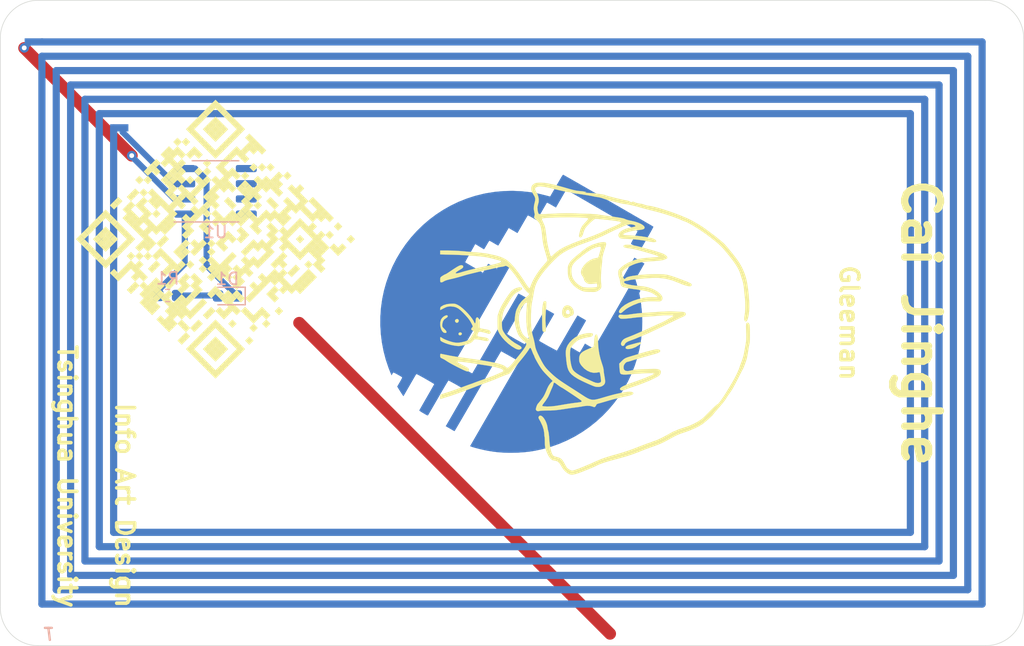
<source format=kicad_pcb>
(kicad_pcb (version 20171130) (host pcbnew "(5.1.9)-1")

  (general
    (thickness 1.6)
    (drawings 12)
    (tracks 22)
    (zones 0)
    (modules 7)
    (nets 10)
  )

  (page A4)
  (layers
    (0 F.Cu signal)
    (31 B.Cu signal)
    (32 B.Adhes user)
    (33 F.Adhes user)
    (34 B.Paste user)
    (35 F.Paste user)
    (36 B.SilkS user)
    (37 F.SilkS user)
    (38 B.Mask user)
    (39 F.Mask user)
    (40 Dwgs.User user)
    (41 Cmts.User user)
    (42 Eco1.User user)
    (43 Eco2.User user)
    (44 Edge.Cuts user)
    (45 Margin user)
    (46 B.CrtYd user)
    (47 F.CrtYd user)
    (48 B.Fab user)
    (49 F.Fab user)
  )

  (setup
    (last_trace_width 0.25)
    (user_trace_width 0.5)
    (user_trace_width 0.6)
    (trace_clearance 0.2)
    (zone_clearance 0.508)
    (zone_45_only no)
    (trace_min 0.2)
    (via_size 0.8)
    (via_drill 0.4)
    (via_min_size 0.4)
    (via_min_drill 0.3)
    (uvia_size 0.3)
    (uvia_drill 0.1)
    (uvias_allowed no)
    (uvia_min_size 0.2)
    (uvia_min_drill 0.1)
    (edge_width 0.05)
    (segment_width 0.2)
    (pcb_text_width 0.3)
    (pcb_text_size 1.5 1.5)
    (mod_edge_width 0.12)
    (mod_text_size 1 1)
    (mod_text_width 0.15)
    (pad_size 1.524 1.524)
    (pad_drill 0.762)
    (pad_to_mask_clearance 0)
    (aux_axis_origin 142.8 73.01)
    (visible_elements 7FFFFFFF)
    (pcbplotparams
      (layerselection 0x010fc_ffffffff)
      (usegerberextensions false)
      (usegerberattributes true)
      (usegerberadvancedattributes true)
      (creategerberjobfile true)
      (excludeedgelayer true)
      (linewidth 0.100000)
      (plotframeref false)
      (viasonmask false)
      (mode 1)
      (useauxorigin false)
      (hpglpennumber 1)
      (hpglpenspeed 20)
      (hpglpendiameter 15.000000)
      (psnegative false)
      (psa4output false)
      (plotreference true)
      (plotvalue true)
      (plotinvisibletext false)
      (padsonsilk false)
      (subtractmaskfromsilk false)
      (outputformat 1)
      (mirror false)
      (drillshape 0)
      (scaleselection 1)
      (outputdirectory "CardFabrication/"))
  )

  (net 0 "")
  (net 1 "Net-(AE1-Pad2)")
  (net 2 GND)
  (net 3 "Net-(D1-Pad2)")
  (net 4 +3V3)
  (net 5 "Net-(AE1-Pad1)")
  (net 6 "Net-(U1-Pad8)")
  (net 7 "Net-(U1-Pad7)")
  (net 8 "Net-(U1-Pad6)")
  (net 9 "Net-(U1-Pad5)")

  (net_class Default "This is the default net class."
    (clearance 0.2)
    (trace_width 0.25)
    (via_dia 0.8)
    (via_drill 0.4)
    (uvia_dia 0.3)
    (uvia_drill 0.1)
    (add_net +3V3)
    (add_net GND)
    (add_net "Net-(AE1-Pad1)")
    (add_net "Net-(AE1-Pad2)")
    (add_net "Net-(D1-Pad2)")
    (add_net "Net-(U1-Pad5)")
    (add_net "Net-(U1-Pad6)")
    (add_net "Net-(U1-Pad7)")
    (add_net "Net-(U1-Pad8)")
  )

  (module Card:FutureInteractionDisconnect (layer B.Cu) (tedit 603DE07A) (tstamp 603E4605)
    (at 142.8 73.01)
    (fp_text reference G*** (at 0 0) (layer Dwgs.User) hide
      (effects (font (size 1.524 1.524) (thickness 0.3)))
    )
    (fp_text value LOGO (at 0.75 0) (layer Dwgs.User) hide
      (effects (font (size 1.524 1.524) (thickness 0.3)))
    )
    (fp_poly (pts (xy 0.476798 10.843159) (xy 0.984689 10.811521) (xy 1.474558 10.756716) (xy 1.960792 10.677047)
      (xy 2.457777 10.570817) (xy 2.578206 10.541687) (xy 3.286119 10.341214) (xy 3.97344 10.095386)
      (xy 4.638474 9.805974) (xy 5.279524 9.474753) (xy 5.894894 9.103496) (xy 6.482888 8.693976)
      (xy 7.04181 8.247968) (xy 7.569964 7.767244) (xy 8.065655 7.253579) (xy 8.527185 6.708745)
      (xy 8.952859 6.134517) (xy 9.340981 5.532667) (xy 9.689855 4.90497) (xy 9.997785 4.253199)
      (xy 10.263075 3.579127) (xy 10.484028 2.884529) (xy 10.658949 2.171177) (xy 10.67963 2.0701)
      (xy 10.801638 1.330457) (xy 10.873378 0.58695) (xy 10.894846 -0.158117) (xy 10.866035 -0.902439)
      (xy 10.78694 -1.643714) (xy 10.690058 -2.219732) (xy 10.635958 -2.496365) (xy 10.687195 -2.601827)
      (xy 10.738433 -2.707288) (xy 10.642725 -2.76237) (xy 10.57361 -2.813266) (xy 10.538395 -2.874747)
      (xy 10.529264 -2.912089) (xy 10.51508 -2.972243) (xy 10.489173 -3.068151) (xy 10.455095 -3.187118)
      (xy 10.416403 -3.316451) (xy 10.412243 -3.330031) (xy 10.312976 -3.653336) (xy 10.692223 -4.309184)
      (xy 11.071471 -4.965031) (xy 10.964985 -5.030828) (xy 10.903142 -5.068253) (xy 10.809179 -5.124154)
      (xy 10.694928 -5.191533) (xy 10.57222 -5.263392) (xy 10.547784 -5.277639) (xy 10.237069 -5.458652)
      (xy 10.137689 -5.288376) (xy 9.967675 -4.996343) (xy 9.808924 -4.722203) (xy 9.66303 -4.468783)
      (xy 9.531585 -4.23891) (xy 9.416183 -4.03541) (xy 9.318418 -3.861108) (xy 9.239884 -3.718833)
      (xy 9.182173 -3.61141) (xy 9.146879 -3.541665) (xy 9.135596 -3.512425) (xy 9.136046 -3.511716)
      (xy 9.164063 -3.496979) (xy 9.227852 -3.461062) (xy 9.3194 -3.408548) (xy 9.430696 -3.344018)
      (xy 9.4996 -3.303792) (xy 9.637811 -3.221258) (xy 9.735593 -3.15862) (xy 9.797636 -3.112437)
      (xy 9.828633 -3.079266) (xy 9.834027 -3.058465) (xy 9.820177 -3.029499) (xy 9.782837 -2.960241)
      (xy 9.723931 -2.854025) (xy 9.645384 -2.714183) (xy 9.549119 -2.544049) (xy 9.437062 -2.346956)
      (xy 9.311138 -2.126238) (xy 9.173271 -1.885229) (xy 9.025385 -1.62726) (xy 8.869405 -1.355667)
      (xy 8.707256 -1.073782) (xy 8.540863 -0.784938) (xy 8.372149 -0.49247) (xy 8.20304 -0.199709)
      (xy 8.03546 0.090009) (xy 7.871334 0.373352) (xy 7.712586 0.646987) (xy 7.561141 0.907579)
      (xy 7.418924 1.151796) (xy 7.287859 1.376305) (xy 7.16987 1.577771) (xy 7.066883 1.752862)
      (xy 6.980822 1.898244) (xy 6.913611 2.010584) (xy 6.867176 2.086548) (xy 6.84344 2.122803)
      (xy 6.840974 2.125466) (xy 6.808278 2.117555) (xy 6.738414 2.0862) (xy 6.637449 2.034628)
      (xy 6.511448 1.966064) (xy 6.36648 1.883737) (xy 6.208612 1.790872) (xy 6.183242 1.77566)
      (xy 6.105384 1.728857) (xy 5.894063 2.096329) (xy 5.823088 2.218199) (xy 5.760368 2.322976)
      (xy 5.710386 2.403401) (xy 5.677625 2.452217) (xy 5.667121 2.463723) (xy 5.637825 2.451453)
      (xy 5.575043 2.418207) (xy 5.487566 2.36919) (xy 5.384183 2.309608) (xy 5.273686 2.244664)
      (xy 5.164865 2.179564) (xy 5.066509 2.119512) (xy 4.98741 2.069714) (xy 4.936358 2.035373)
      (xy 4.92158 2.02229) (xy 4.933833 1.99713) (xy 4.969152 1.932263) (xy 5.025133 1.83193)
      (xy 5.09937 1.700376) (xy 5.189458 1.541844) (xy 5.29299 1.360577) (xy 5.407561 1.160818)
      (xy 5.530766 0.946812) (xy 5.55997 0.896198) (xy 5.684526 0.680078) (xy 5.80079 0.477699)
      (xy 5.906391 0.293234) (xy 5.998957 0.130856) (xy 6.076116 -0.00526) (xy 6.135498 -0.110942)
      (xy 6.17473 -0.182016) (xy 6.191441 -0.214307) (xy 6.191837 -0.215823) (xy 6.169285 -0.229211)
      (xy 6.111795 -0.262713) (xy 6.028445 -0.311082) (xy 5.928313 -0.369071) (xy 5.820475 -0.43143)
      (xy 5.714011 -0.492914) (xy 5.617997 -0.548273) (xy 5.541511 -0.592261) (xy 5.493632 -0.61963)
      (xy 5.483312 -0.625412) (xy 5.468283 -0.605464) (xy 5.430101 -0.545036) (xy 5.370888 -0.447717)
      (xy 5.292762 -0.317094) (xy 5.197843 -0.156756) (xy 5.088252 0.029711) (xy 4.966108 0.238716)
      (xy 4.833532 0.466674) (xy 4.692643 0.709995) (xy 4.622009 0.832368) (xy 4.477601 1.082663)
      (xy 4.340473 1.320067) (xy 4.212756 1.540903) (xy 4.096585 1.741495) (xy 3.994093 1.918167)
      (xy 3.907414 2.067243) (xy 3.838682 2.185046) (xy 3.790029 2.267902) (xy 3.76359 2.312132)
      (xy 3.759448 2.318529) (xy 3.735327 2.310133) (xy 3.673365 2.28003) (xy 3.579841 2.231692)
      (xy 3.461036 2.168593) (xy 3.32323 2.094204) (xy 3.172702 2.011998) (xy 3.015732 1.925448)
      (xy 2.858599 1.838025) (xy 2.707584 1.753204) (xy 2.568966 1.674455) (xy 2.449025 1.605252)
      (xy 2.354041 1.549067) (xy 2.290293 1.509373) (xy 2.268843 1.494271) (xy 2.266979 1.47259)
      (xy 2.284275 1.423159) (xy 2.32229 1.342886) (xy 2.382584 1.228679) (xy 2.466716 1.07745)
      (xy 2.571794 0.893812) (xy 2.685372 0.697133) (xy 2.81263 0.476767) (xy 2.944466 0.248473)
      (xy 3.071782 0.028007) (xy 3.185479 -0.168875) (xy 3.215098 -0.220164) (xy 3.525594 -0.757828)
      (xy 3.167325 -0.963385) (xy 3.0277 -1.042281) (xy 2.925374 -1.096862) (xy 2.854557 -1.129721)
      (xy 2.809459 -1.14345) (xy 2.784291 -1.140642) (xy 2.779722 -1.13692) (xy 2.762251 -1.109847)
      (xy 2.721702 -1.042493) (xy 2.660279 -0.938641) (xy 2.580188 -0.802073) (xy 2.483633 -0.63657)
      (xy 2.372819 -0.445915) (xy 2.249951 -0.233888) (xy 2.117234 -0.004271) (xy 1.976872 0.239154)
      (xy 1.931765 0.3175) (xy 1.789487 0.564379) (xy 1.654156 0.798552) (xy 1.527975 1.016246)
      (xy 1.41315 1.21369) (xy 1.311885 1.387112) (xy 1.226383 1.53274) (xy 1.158849 1.646802)
      (xy 1.111487 1.725526) (xy 1.086501 1.76514) (xy 1.083621 1.768911) (xy 1.054992 1.764093)
      (xy 0.989356 1.736223) (xy 0.892961 1.688891) (xy 0.772051 1.625688) (xy 0.632874 1.550206)
      (xy 0.481675 1.466035) (xy 0.324701 1.376766) (xy 0.168198 1.285989) (xy 0.018412 1.197296)
      (xy -0.118411 1.114277) (xy -0.236023 1.040523) (xy -0.32818 0.979625) (xy -0.388635 0.935174)
      (xy -0.411141 0.91076) (xy -0.411087 0.909645) (xy -0.397314 0.882444) (xy -0.360221 0.815008)
      (xy -0.301931 0.711067) (xy -0.22457 0.574353) (xy -0.130263 0.408597) (xy -0.021134 0.217531)
      (xy 0.100691 0.004887) (xy 0.233087 -0.225605) (xy 0.37393 -0.470213) (xy 0.435504 -0.576974)
      (xy 0.578763 -0.825951) (xy 0.713878 -1.062143) (xy 0.838786 -1.281859) (xy 0.951428 -1.481408)
      (xy 1.049742 -1.657099) (xy 1.131668 -1.805241) (xy 1.195145 -1.922143) (xy 1.238112 -2.004114)
      (xy 1.258508 -2.047464) (xy 1.259813 -2.053333) (xy 1.230636 -2.078021) (xy 1.167549 -2.119077)
      (xy 1.07968 -2.171534) (xy 0.976157 -2.23043) (xy 0.866109 -2.290799) (xy 0.758664 -2.347679)
      (xy 0.66295 -2.396104) (xy 0.588097 -2.43111) (xy 0.543232 -2.447734) (xy 0.534867 -2.447568)
      (xy 0.520172 -2.423431) (xy 0.481517 -2.3577) (xy 0.420304 -2.252797) (xy 0.337934 -2.111144)
      (xy 0.235808 -1.935163) (xy 0.115329 -1.727276) (xy -0.022102 -1.489904) (xy -0.175083 -1.225471)
      (xy -0.342214 -0.936399) (xy -0.522091 -0.625108) (xy -0.713315 -0.294021) (xy -0.914482 0.054439)
      (xy -1.124192 0.417851) (xy -1.341043 0.793792) (xy -1.395948 0.889) (xy -1.614299 1.26758)
      (xy -1.825822 1.634169) (xy -2.02912 1.986351) (xy -2.222792 2.321708) (xy -2.405442 2.637825)
      (xy -2.575668 2.932284) (xy -2.732075 3.202668) (xy -2.873262 3.446561) (xy -2.99783 3.661546)
      (xy -3.104383 3.845206) (xy -3.19152 3.995124) (xy -3.257843 4.108884) (xy -3.301953 4.184069)
      (xy -3.322453 4.218262) (xy -3.323727 4.220125) (xy -3.347562 4.21091) (xy -3.409249 4.179884)
      (xy -3.502578 4.13052) (xy -3.62134 4.066293) (xy -3.759327 3.990676) (xy -3.910329 3.907143)
      (xy -4.068139 3.819169) (xy -4.226546 3.730228) (xy -4.379343 3.643793) (xy -4.520319 3.563339)
      (xy -4.643268 3.492339) (xy -4.741979 3.434268) (xy -4.810243 3.392599) (xy -4.841853 3.370808)
      (xy -4.842135 3.370533) (xy -4.838087 3.343162) (xy -4.810259 3.29385) (xy -4.80401 3.284947)
      (xy -4.780083 3.247421) (xy -4.733048 3.169482) (xy -4.664429 3.053775) (xy -4.575747 2.902948)
      (xy -4.468526 2.719647) (xy -4.344288 2.506516) (xy -4.204555 2.266204) (xy -4.05085 2.001354)
      (xy -3.884696 1.714615) (xy -3.707615 1.408631) (xy -3.52113 1.086049) (xy -3.326763 0.749515)
      (xy -3.126037 0.401675) (xy -2.920474 0.045176) (xy -2.711598 -0.317338) (xy -2.50093 -0.683219)
      (xy -2.289994 -1.049821) (xy -2.080311 -1.414499) (xy -1.873405 -1.774607) (xy -1.670798 -2.127497)
      (xy -1.474012 -2.470525) (xy -1.28457 -2.801044) (xy -1.103995 -3.116407) (xy -0.93381 -3.41397)
      (xy -0.775536 -3.691085) (xy -0.630696 -3.945107) (xy -0.500814 -4.173389) (xy -0.387411 -4.373286)
      (xy -0.29201 -4.542152) (xy -0.216134 -4.677339) (xy -0.161306 -4.776203) (xy -0.129047 -4.836097)
      (xy -0.12055 -4.854481) (xy -0.148094 -4.872927) (xy -0.20966 -4.910308) (xy -0.296 -4.96131)
      (xy -0.397867 -5.020616) (xy -0.506014 -5.08291) (xy -0.611194 -5.142878) (xy -0.70416 -5.195204)
      (xy -0.775665 -5.234572) (xy -0.816461 -5.255667) (xy -0.822178 -5.2578) (xy -0.838059 -5.236966)
      (xy -0.874508 -5.179447) (xy -0.926976 -5.092712) (xy -0.990913 -4.984229) (xy -1.032724 -4.912095)
      (xy -1.102552 -4.79303) (xy -1.165122 -4.690318) (xy -1.215493 -4.611763) (xy -1.248727 -4.565171)
      (xy -1.258171 -4.55588) (xy -1.288054 -4.564389) (xy -1.35364 -4.59469) (xy -1.446906 -4.642711)
      (xy -1.559832 -4.70438) (xy -1.637655 -4.748519) (xy -1.990869 -4.951668) (xy -2.149317 -4.679284)
      (xy -2.217631 -4.562121) (xy -2.283393 -4.449812) (xy -2.338709 -4.355815) (xy -2.373162 -4.297784)
      (xy -2.438558 -4.188668) (xy -2.546429 -4.262275) (xy -2.597072 -4.294445) (xy -2.684832 -4.3476)
      (xy -2.80268 -4.417593) (xy -2.943589 -4.500277) (xy -3.100528 -4.591503) (xy -3.2639 -4.68565)
      (xy -3.424814 -4.778382) (xy -3.572138 -4.864052) (xy -3.699845 -4.939097) (xy -3.80191 -4.999949)
      (xy -3.872307 -5.043043) (xy -3.90501 -5.064814) (xy -3.905734 -5.065449) (xy -3.910202 -5.082339)
      (xy -3.901796 -5.116628) (xy -3.878477 -5.17232) (xy -3.838203 -5.25342) (xy -3.778934 -5.363933)
      (xy -3.698629 -5.507865) (xy -3.595247 -5.68922) (xy -3.531084 -5.800695) (xy -3.432139 -5.972688)
      (xy -3.341858 -6.130582) (xy -3.263264 -6.269015) (xy -3.19938 -6.382622) (xy -3.153231 -6.466041)
      (xy -3.127838 -6.513907) (xy -3.123812 -6.523205) (xy -3.111402 -6.557575) (xy -3.100951 -6.57599)
      (xy -3.080344 -6.590961) (xy -3.043599 -6.583451) (xy -2.980525 -6.550329) (xy -2.942589 -6.52732)
      (xy -2.749686 -6.408294) (xy -2.597127 -6.315195) (xy -2.482465 -6.246571) (xy -2.403252 -6.200974)
      (xy -2.357039 -6.176953) (xy -2.343024 -6.1722) (xy -2.324092 -6.193152) (xy -2.285107 -6.251056)
      (xy -2.230736 -6.338485) (xy -2.165646 -6.448011) (xy -2.120011 -6.527164) (xy -2.050271 -6.647126)
      (xy -1.987949 -6.749842) (xy -1.937776 -6.827859) (xy -1.904486 -6.873724) (xy -1.894188 -6.882764)
      (xy -1.865233 -6.870804) (xy -1.800524 -6.837362) (xy -1.708056 -6.786776) (xy -1.595824 -6.723386)
      (xy -1.520929 -6.6802) (xy -1.401491 -6.611244) (xy -1.297982 -6.552313) (xy -1.218106 -6.507727)
      (xy -1.169566 -6.481804) (xy -1.158573 -6.477) (xy -1.141528 -6.497567) (xy -1.104805 -6.553403)
      (xy -1.053996 -6.635708) (xy -1.001138 -6.72465) (xy -0.943078 -6.823665) (xy -0.865712 -6.955218)
      (xy -0.775624 -7.108136) (xy -0.679395 -7.271248) (xy -0.583609 -7.433381) (xy -0.567759 -7.460184)
      (xy -0.279207 -7.948068) (xy 0.455887 -7.523734) (xy 0.866825 -8.238617) (xy 0.967402 -8.413009)
      (xy 1.060911 -8.574047) (xy 1.144103 -8.716219) (xy 1.213727 -8.834015) (xy 1.266536 -8.921926)
      (xy 1.299281 -8.974441) (xy 1.307807 -8.986519) (xy 1.327383 -8.994683) (xy 1.363309 -8.987875)
      (xy 1.421643 -8.963388) (xy 1.508445 -8.918513) (xy 1.629772 -8.850544) (xy 1.691276 -8.815157)
      (xy 1.811773 -8.746037) (xy 1.916721 -8.6869) (xy 1.998341 -8.642044) (xy 2.048855 -8.615768)
      (xy 2.061268 -8.610688) (xy 2.077453 -8.631871) (xy 2.115688 -8.692012) (xy 2.172874 -8.78593)
      (xy 2.245914 -8.908443) (xy 2.331708 -9.054371) (xy 2.427158 -9.218533) (xy 2.490374 -9.32815)
      (xy 2.590527 -9.502048) (xy 2.682946 -9.661936) (xy 2.764507 -9.802454) (xy 2.832086 -9.918243)
      (xy 2.88256 -10.003945) (xy 2.912803 -10.054199) (xy 2.919983 -10.065158) (xy 2.946486 -10.059565)
      (xy 3.009077 -10.031782) (xy 3.100194 -9.985601) (xy 3.212271 -9.924811) (xy 3.304985 -9.872229)
      (xy 3.672914 -9.659841) (xy 4.531862 -11.148983) (xy 4.647181 -11.084657) (xy 4.745495 -11.029327)
      (xy 4.878742 -10.953582) (xy 5.043824 -10.85922) (xy 5.237643 -10.74804) (xy 5.4571 -10.62184)
      (xy 5.699097 -10.482418) (xy 5.960536 -10.331574) (xy 6.238318 -10.171106) (xy 6.529346 -10.002811)
      (xy 6.830521 -9.82849) (xy 7.138744 -9.64994) (xy 7.450919 -9.468959) (xy 7.763945 -9.287347)
      (xy 8.074726 -9.106902) (xy 8.380163 -8.929423) (xy 8.677157 -8.756707) (xy 8.962611 -8.590554)
      (xy 9.233426 -8.432762) (xy 9.486504 -8.28513) (xy 9.718747 -8.149456) (xy 9.927056 -8.027539)
      (xy 10.108334 -7.921176) (xy 10.259481 -7.832168) (xy 10.377401 -7.762312) (xy 10.458993 -7.713406)
      (xy 10.501161 -7.68725) (xy 10.506485 -7.683316) (xy 10.497286 -7.654357) (xy 10.46572 -7.588192)
      (xy 10.415246 -7.49136) (xy 10.349323 -7.3704) (xy 10.271409 -7.231851) (xy 10.224413 -7.150028)
      (xy 10.141958 -7.005108) (xy 10.070332 -6.874558) (xy 10.012842 -6.7648) (xy 9.972795 -6.682257)
      (xy 9.9535 -6.63335) (xy 9.953021 -6.623018) (xy 9.980019 -6.604656) (xy 10.041235 -6.567003)
      (xy 10.128288 -6.514927) (xy 10.232797 -6.453294) (xy 10.346382 -6.386968) (xy 10.460661 -6.320818)
      (xy 10.567255 -6.259708) (xy 10.657782 -6.208505) (xy 10.723862 -6.172076) (xy 10.757113 -6.155285)
      (xy 10.759427 -6.154793) (xy 10.772426 -6.177069) (xy 10.808159 -6.238814) (xy 10.864001 -6.335479)
      (xy 10.937327 -6.462514) (xy 11.025512 -6.615372) (xy 11.12593 -6.789503) (xy 11.235957 -6.980358)
      (xy 11.302268 -7.095411) (xy 11.424496 -7.308908) (xy 11.534096 -7.503137) (xy 11.62898 -7.674229)
      (xy 11.707058 -7.818311) (xy 11.766244 -7.931512) (xy 11.804449 -8.009962) (xy 11.819584 -8.049789)
      (xy 11.819201 -8.053758) (xy 11.793341 -8.070444) (xy 11.726342 -8.110703) (xy 11.620964 -8.172945)
      (xy 11.479967 -8.255581) (xy 11.306114 -8.35702) (xy 11.102164 -8.475674) (xy 10.870878 -8.609951)
      (xy 10.615018 -8.758263) (xy 10.337343 -8.91902) (xy 10.040614 -9.090632) (xy 9.727593 -9.27151)
      (xy 9.40104 -9.460063) (xy 9.063716 -9.654702) (xy 8.718381 -9.853837) (xy 8.367797 -10.055878)
      (xy 8.014724 -10.259236) (xy 7.661922 -10.462322) (xy 7.312153 -10.663544) (xy 6.968178 -10.861314)
      (xy 6.632756 -11.054042) (xy 6.30865 -11.240138) (xy 5.998619 -11.418012) (xy 5.705424 -11.586075)
      (xy 5.431827 -11.742737) (xy 5.180587 -11.886409) (xy 4.954466 -12.015499) (xy 4.756225 -12.12842)
      (xy 4.588623 -12.22358) (xy 4.454423 -12.299391) (xy 4.356384 -12.354262) (xy 4.297268 -12.386604)
      (xy 4.279741 -12.3952) (xy 4.250856 -12.374613) (xy 4.20655 -12.320076) (xy 4.155381 -12.242424)
      (xy 4.144306 -12.22375) (xy 4.10714 -12.159655) (xy 4.048542 -12.058342) (xy 3.972437 -11.92661)
      (xy 3.882752 -11.771259) (xy 3.783412 -11.599088) (xy 3.678343 -11.416897) (xy 3.620006 -11.3157)
      (xy 3.518863 -11.140318) (xy 3.426042 -10.979555) (xy 3.344523 -10.838554) (xy 3.277283 -10.722459)
      (xy 3.227302 -10.636417) (xy 3.197559 -10.58557) (xy 3.190352 -10.573648) (xy 3.16546 -10.578053)
      (xy 3.100997 -10.593975) (xy 3.006248 -10.619014) (xy 2.890498 -10.650768) (xy 2.868982 -10.656778)
      (xy 2.179465 -10.824098) (xy 1.473229 -10.945348) (xy 0.755268 -11.020388) (xy 0.030576 -11.049075)
      (xy -0.695852 -11.031266) (xy -1.419022 -10.966818) (xy -2.13394 -10.85559) (xy -2.377149 -10.806469)
      (xy -3.091019 -10.628093) (xy -3.78564 -10.403717) (xy -4.459279 -10.135027) (xy -5.110204 -9.823706)
      (xy -5.73668 -9.47144) (xy -6.336975 -9.079914) (xy -6.909355 -8.650813) (xy -7.452089 -8.185823)
      (xy -7.963441 -7.686626) (xy -8.44168 -7.15491) (xy -8.885073 -6.592358) (xy -9.291885 -6.000657)
      (xy -9.660384 -5.381489) (xy -9.988838 -4.736542) (xy -10.275512 -4.067499) (xy -10.518674 -3.376045)
      (xy -10.705417 -2.709609) (xy -10.855206 -1.996713) (xy -10.956265 -1.273971) (xy -11.008864 -0.544935)
      (xy -11.013276 0.186843) (xy -10.96977 0.917811) (xy -10.878618 1.644416) (xy -10.740092 2.363108)
      (xy -10.554461 3.070334) (xy -10.321997 3.762541) (xy -10.185078 4.109643) (xy -10.07652 4.371185)
      (xy -10.014684 4.26232) (xy -9.973392 4.195385) (xy -9.938334 4.148296) (xy -9.926474 4.137155)
      (xy -9.897913 4.144185) (xy -9.834872 4.172127) (xy -9.746552 4.215965) (xy -9.642155 4.270678)
      (xy -9.530883 4.331248) (xy -9.421938 4.392656) (xy -9.324521 4.449883) (xy -9.247835 4.497909)
      (xy -9.201081 4.531717) (xy -9.198038 4.534467) (xy -9.188641 4.552931) (xy -9.192238 4.584273)
      (xy -9.211619 4.634749) (xy -9.249572 4.710616) (xy -9.30889 4.818128) (xy -9.379424 4.941202)
      (xy -9.595673 5.315065) (xy -9.542201 5.407083) (xy -9.495868 5.484434) (xy -9.433425 5.585479)
      (xy -9.362038 5.698978) (xy -9.288871 5.813695) (xy -9.22109 5.918392) (xy -9.16586 6.001832)
      (xy -9.1313 6.051501) (xy -9.0805 6.119745) (xy -8.560943 5.216605) (xy -8.447866 5.020317)
      (xy -8.341986 4.837045) (xy -8.246126 4.671634) (xy -8.163107 4.52893) (xy -8.09575 4.41378)
      (xy -8.046879 4.33103) (xy -8.019314 4.285524) (xy -8.014843 4.27878) (xy -7.999627 4.273543)
      (xy -7.967701 4.280546) (xy -7.915107 4.30179) (xy -7.837885 4.339275) (xy -7.732077 4.395003)
      (xy -7.593726 4.470975) (xy -7.418872 4.569192) (xy -7.24535 4.667806) (xy -7.069041 4.768995)
      (xy -6.907678 4.862832) (xy -6.766374 4.946249) (xy -6.650242 5.016177) (xy -6.564394 5.069546)
      (xy -6.513942 5.103289) (xy -6.5024 5.113779) (xy -6.514744 5.139551) (xy -6.550146 5.204943)
      (xy -6.606162 5.305639) (xy -6.68035 5.437321) (xy -6.770267 5.595674) (xy -6.873469 5.776382)
      (xy -6.987512 5.975129) (xy -7.109955 6.187599) (xy -7.124863 6.213408) (xy -7.248334 6.427429)
      (xy -7.363912 6.628381) (xy -7.469126 6.811922) (xy -7.561504 6.973712) (xy -7.638573 7.109408)
      (xy -7.697861 7.214669) (xy -7.736897 7.285154) (xy -7.753209 7.316522) (xy -7.753513 7.317416)
      (xy -7.734805 7.33856) (xy -7.679116 7.379844) (xy -7.593686 7.436403) (xy -7.485756 7.503373)
      (xy -7.407105 7.550102) (xy -7.273259 7.627504) (xy -7.176164 7.68116) (xy -7.109295 7.713926)
      (xy -7.066124 7.728655) (xy -7.040125 7.728203) (xy -7.025798 7.716885) (xy -7.008417 7.68856)
      (xy -6.967898 7.620001) (xy -6.906444 7.515003) (xy -6.826258 7.377358) (xy -6.729543 7.210863)
      (xy -6.618502 7.01931) (xy -6.495339 6.806494) (xy -6.362256 6.576208) (xy -6.221456 6.332248)
      (xy -6.17358 6.249223) (xy -6.030885 6.002351) (xy -5.895079 5.768628) (xy -5.768362 5.551761)
      (xy -5.652934 5.355458) (xy -5.550995 5.183424) (xy -5.464744 5.039367) (xy -5.396382 4.926994)
      (xy -5.348109 4.850011) (xy -5.322124 4.812126) (xy -5.31873 4.8088) (xy -5.291092 4.818252)
      (xy -5.22652 4.849717) (xy -5.131197 4.899669) (xy -5.011306 4.964584) (xy -4.873028 5.040937)
      (xy -4.722548 5.125203) (xy -4.566048 5.213858) (xy -4.40971 5.303377) (xy -4.259718 5.390236)
      (xy -4.122254 5.470909) (xy -4.0035 5.541872) (xy -3.90964 5.599601) (xy -3.846857 5.64057)
      (xy -3.821332 5.661255) (xy -3.821163 5.662539) (xy -3.834986 5.686479) (xy -3.872027 5.750678)
      (xy -3.930125 5.851386) (xy -4.007118 5.984856) (xy -4.100845 6.147341) (xy -4.209143 6.335093)
      (xy -4.329851 6.544364) (xy -4.460806 6.771406) (xy -4.599848 7.012472) (xy -4.635278 7.0739)
      (xy -4.777342 7.320144) (xy -4.912933 7.555043) (xy -5.039747 7.774611) (xy -5.155478 7.974864)
      (xy -5.257823 8.151818) (xy -5.344476 8.301489) (xy -5.413132 8.419891) (xy -5.461488 8.503041)
      (xy -5.487237 8.546954) (xy -5.489459 8.550657) (xy -5.537891 8.630414) (xy -5.183336 8.836407)
      (xy -5.062378 8.905981) (xy -4.95657 8.965514) (xy -4.873764 9.010693) (xy -4.821815 9.037205)
      (xy -4.808341 9.042384) (xy -4.793541 9.02077) (xy -4.754785 8.957527) (xy -4.693468 8.855046)
      (xy -4.610985 8.715719) (xy -4.508733 8.54194) (xy -4.388107 8.3361) (xy -4.250502 8.100592)
      (xy -4.097313 7.837807) (xy -3.929938 7.550139) (xy -3.74977 7.239978) (xy -3.558205 6.909718)
      (xy -3.35664 6.56175) (xy -3.146469 6.198467) (xy -2.929089 5.822261) (xy -2.859819 5.702284)
      (xy -2.640444 5.322512) (xy -2.427811 4.954916) (xy -2.223316 4.601889) (xy -2.028357 4.265822)
      (xy -1.844333 3.949108) (xy -1.67264 3.65414) (xy -1.514676 3.38331) (xy -1.371838 3.139011)
      (xy -1.245525 2.923634) (xy -1.137133 2.739574) (xy -1.048061 2.589221) (xy -0.979706 2.474969)
      (xy -0.933465 2.39921) (xy -0.910737 2.364336) (xy -0.908677 2.3622) (xy -0.883983 2.374197)
      (xy -0.821417 2.407837) (xy -0.727235 2.459595) (xy -0.607691 2.525945) (xy -0.469041 2.603361)
      (xy -0.317539 2.688318) (xy -0.159441 2.77729) (xy -0.001002 2.866752) (xy 0.151523 2.953178)
      (xy 0.291879 3.033042) (xy 0.413811 3.102819) (xy 0.511064 3.158982) (xy 0.577382 3.198008)
      (xy 0.605815 3.21583) (xy 0.597824 3.238062) (xy 0.567109 3.28585) (xy 0.55202 3.306682)
      (xy 0.533848 3.33594) (xy 0.491753 3.406662) (xy 0.427202 3.516313) (xy 0.341664 3.662358)
      (xy 0.236609 3.842263) (xy 0.113506 4.053493) (xy -0.026177 4.293515) (xy -0.180972 4.559792)
      (xy -0.349408 4.849792) (xy -0.530017 5.160979) (xy -0.72133 5.490818) (xy -0.921879 5.836776)
      (xy -1.130194 6.196318) (xy -1.344806 6.566908) (xy -1.564248 6.946013) (xy -1.787048 7.331099)
      (xy -2.01174 7.71963) (xy -2.236854 8.109072) (xy -2.46092 8.49689) (xy -2.682471 8.880551)
      (xy -2.900037 9.257518) (xy -3.112149 9.625259) (xy -3.317339 9.981238) (xy -3.496308 10.291954)
      (xy -3.479985 10.309903) (xy -3.420145 10.336587) (xy -3.323004 10.370372) (xy -3.194775 10.409626)
      (xy -3.041674 10.452715) (xy -2.869914 10.498006) (xy -2.685711 10.543866) (xy -2.495278 10.588661)
      (xy -2.30483 10.63076) (xy -2.120582 10.668528) (xy -1.948748 10.700332) (xy -1.9304 10.703476)
      (xy -1.598835 10.755753) (xy -1.288473 10.795474) (xy -0.984184 10.823852) (xy -0.670839 10.842104)
      (xy -0.333305 10.851442) (xy -0.0635 10.853328) (xy 0.476798 10.843159)) (layer B.Cu) (width 0.01))
  )

  (module Card:interact.cool (layer F.Cu) (tedit 603CE1ED) (tstamp 603D91A0)
    (at 118 66 45)
    (fp_text reference QR (at 0 9.5 45) (layer Dwgs.User) hide
      (effects (font (size 1 1) (thickness 0.15)))
    )
    (fp_text value https://interact.cool/ (at 0 -9.5 45) (layer Dwgs.User) hide
      (effects (font (size 1 1) (thickness 0.15)))
    )
    (fp_line (start -8.35 8.35) (end -8.35 -8.35) (layer F.CrtYd) (width 0.05))
    (fp_line (start 8.35 8.35) (end -8.35 8.35) (layer F.CrtYd) (width 0.05))
    (fp_line (start 8.35 -8.35) (end 8.35 8.35) (layer F.CrtYd) (width 0.05))
    (fp_line (start -8.35 -8.35) (end 8.35 -8.35) (layer F.CrtYd) (width 0.05))
    (fp_poly (pts (xy 8.25 8.25) (xy 8.25 7.75) (xy 7.75 7.75) (xy 7.75 8.25)) (layer F.SilkS) (width 0))
    (fp_poly (pts (xy 7.25 8.25) (xy 7.25 7.75) (xy 6.75 7.75) (xy 6.75 8.25)) (layer F.SilkS) (width 0))
    (fp_poly (pts (xy 6.75 8.25) (xy 6.75 7.75) (xy 6.25 7.75) (xy 6.25 8.25)) (layer F.SilkS) (width 0))
    (fp_poly (pts (xy 4.75 8.25) (xy 4.75 7.75) (xy 4.25 7.75) (xy 4.25 8.25)) (layer F.SilkS) (width 0))
    (fp_poly (pts (xy 3.75 8.25) (xy 3.75 7.75) (xy 3.25 7.75) (xy 3.25 8.25)) (layer F.SilkS) (width 0))
    (fp_poly (pts (xy 3.25 8.25) (xy 3.25 7.75) (xy 2.75 7.75) (xy 2.75 8.25)) (layer F.SilkS) (width 0))
    (fp_poly (pts (xy 2.75 8.25) (xy 2.75 7.75) (xy 2.25 7.75) (xy 2.25 8.25)) (layer F.SilkS) (width 0))
    (fp_poly (pts (xy 2.25 8.25) (xy 2.25 7.75) (xy 1.75 7.75) (xy 1.75 8.25)) (layer F.SilkS) (width 0))
    (fp_poly (pts (xy -0.25 8.25) (xy -0.25 7.75) (xy -0.75 7.75) (xy -0.75 8.25)) (layer F.SilkS) (width 0))
    (fp_poly (pts (xy -1.75 8.25) (xy -1.75 7.75) (xy -2.25 7.75) (xy -2.25 8.25)) (layer F.SilkS) (width 0))
    (fp_poly (pts (xy -3.75 8.25) (xy -3.75 7.75) (xy -4.25 7.75) (xy -4.25 8.25)) (layer F.SilkS) (width 0))
    (fp_poly (pts (xy -4.75 8.25) (xy -4.75 7.75) (xy -5.25 7.75) (xy -5.25 8.25)) (layer F.SilkS) (width 0))
    (fp_poly (pts (xy -5.25 8.25) (xy -5.25 7.75) (xy -5.75 7.75) (xy -5.75 8.25)) (layer F.SilkS) (width 0))
    (fp_poly (pts (xy -5.75 8.25) (xy -5.75 7.75) (xy -6.25 7.75) (xy -6.25 8.25)) (layer F.SilkS) (width 0))
    (fp_poly (pts (xy -6.25 8.25) (xy -6.25 7.75) (xy -6.75 7.75) (xy -6.75 8.25)) (layer F.SilkS) (width 0))
    (fp_poly (pts (xy -6.75 8.25) (xy -6.75 7.75) (xy -7.25 7.75) (xy -7.25 8.25)) (layer F.SilkS) (width 0))
    (fp_poly (pts (xy -7.25 8.25) (xy -7.25 7.75) (xy -7.75 7.75) (xy -7.75 8.25)) (layer F.SilkS) (width 0))
    (fp_poly (pts (xy -7.75 8.25) (xy -7.75 7.75) (xy -8.25 7.75) (xy -8.25 8.25)) (layer F.SilkS) (width 0))
    (fp_poly (pts (xy 6.75 7.75) (xy 6.75 7.25) (xy 6.25 7.25) (xy 6.25 7.75)) (layer F.SilkS) (width 0))
    (fp_poly (pts (xy 5.25 7.75) (xy 5.25 7.25) (xy 4.75 7.25) (xy 4.75 7.75)) (layer F.SilkS) (width 0))
    (fp_poly (pts (xy 4.75 7.75) (xy 4.75 7.25) (xy 4.25 7.25) (xy 4.25 7.75)) (layer F.SilkS) (width 0))
    (fp_poly (pts (xy 3.75 7.75) (xy 3.75 7.25) (xy 3.25 7.25) (xy 3.25 7.75)) (layer F.SilkS) (width 0))
    (fp_poly (pts (xy 3.25 7.75) (xy 3.25 7.25) (xy 2.75 7.25) (xy 2.75 7.75)) (layer F.SilkS) (width 0))
    (fp_poly (pts (xy 2.75 7.75) (xy 2.75 7.25) (xy 2.25 7.25) (xy 2.25 7.75)) (layer F.SilkS) (width 0))
    (fp_poly (pts (xy 2.25 7.75) (xy 2.25 7.25) (xy 1.75 7.25) (xy 1.75 7.75)) (layer F.SilkS) (width 0))
    (fp_poly (pts (xy 1.75 7.75) (xy 1.75 7.25) (xy 1.25 7.25) (xy 1.25 7.75)) (layer F.SilkS) (width 0))
    (fp_poly (pts (xy -1.25 7.75) (xy -1.25 7.25) (xy -1.75 7.25) (xy -1.75 7.75)) (layer F.SilkS) (width 0))
    (fp_poly (pts (xy -2.75 7.75) (xy -2.75 7.25) (xy -3.25 7.25) (xy -3.25 7.75)) (layer F.SilkS) (width 0))
    (fp_poly (pts (xy -4.75 7.75) (xy -4.75 7.25) (xy -5.25 7.25) (xy -5.25 7.75)) (layer F.SilkS) (width 0))
    (fp_poly (pts (xy -7.75 7.75) (xy -7.75 7.25) (xy -8.25 7.25) (xy -8.25 7.75)) (layer F.SilkS) (width 0))
    (fp_poly (pts (xy 6.25 7.25) (xy 6.25 6.75) (xy 5.75 6.75) (xy 5.75 7.25)) (layer F.SilkS) (width 0))
    (fp_poly (pts (xy 5.75 7.25) (xy 5.75 6.75) (xy 5.25 6.75) (xy 5.25 7.25)) (layer F.SilkS) (width 0))
    (fp_poly (pts (xy 5.25 7.25) (xy 5.25 6.75) (xy 4.75 6.75) (xy 4.75 7.25)) (layer F.SilkS) (width 0))
    (fp_poly (pts (xy 4.25 7.25) (xy 4.25 6.75) (xy 3.75 6.75) (xy 3.75 7.25)) (layer F.SilkS) (width 0))
    (fp_poly (pts (xy 1.75 7.25) (xy 1.75 6.75) (xy 1.25 6.75) (xy 1.25 7.25)) (layer F.SilkS) (width 0))
    (fp_poly (pts (xy 1.25 7.25) (xy 1.25 6.75) (xy 0.75 6.75) (xy 0.75 7.25)) (layer F.SilkS) (width 0))
    (fp_poly (pts (xy 0.25 7.25) (xy 0.25 6.75) (xy -0.25 6.75) (xy -0.25 7.25)) (layer F.SilkS) (width 0))
    (fp_poly (pts (xy -1.25 7.25) (xy -1.25 6.75) (xy -1.75 6.75) (xy -1.75 7.25)) (layer F.SilkS) (width 0))
    (fp_poly (pts (xy -1.75 7.25) (xy -1.75 6.75) (xy -2.25 6.75) (xy -2.25 7.25)) (layer F.SilkS) (width 0))
    (fp_poly (pts (xy -2.25 7.25) (xy -2.25 6.75) (xy -2.75 6.75) (xy -2.75 7.25)) (layer F.SilkS) (width 0))
    (fp_poly (pts (xy -4.75 7.25) (xy -4.75 6.75) (xy -5.25 6.75) (xy -5.25 7.25)) (layer F.SilkS) (width 0))
    (fp_poly (pts (xy -5.75 7.25) (xy -5.75 6.75) (xy -6.25 6.75) (xy -6.25 7.25)) (layer F.SilkS) (width 0))
    (fp_poly (pts (xy -6.25 7.25) (xy -6.25 6.75) (xy -6.75 6.75) (xy -6.75 7.25)) (layer F.SilkS) (width 0))
    (fp_poly (pts (xy -6.75 7.25) (xy -6.75 6.75) (xy -7.25 6.75) (xy -7.25 7.25)) (layer F.SilkS) (width 0))
    (fp_poly (pts (xy -7.75 7.25) (xy -7.75 6.75) (xy -8.25 6.75) (xy -8.25 7.25)) (layer F.SilkS) (width 0))
    (fp_poly (pts (xy 8.25 6.75) (xy 8.25 6.25) (xy 7.75 6.25) (xy 7.75 6.75)) (layer F.SilkS) (width 0))
    (fp_poly (pts (xy 7.25 6.75) (xy 7.25 6.25) (xy 6.75 6.25) (xy 6.75 6.75)) (layer F.SilkS) (width 0))
    (fp_poly (pts (xy 6.25 6.75) (xy 6.25 6.25) (xy 5.75 6.25) (xy 5.75 6.75)) (layer F.SilkS) (width 0))
    (fp_poly (pts (xy 5.75 6.75) (xy 5.75 6.25) (xy 5.25 6.25) (xy 5.25 6.75)) (layer F.SilkS) (width 0))
    (fp_poly (pts (xy 5.25 6.75) (xy 5.25 6.25) (xy 4.75 6.25) (xy 4.75 6.75)) (layer F.SilkS) (width 0))
    (fp_poly (pts (xy 3.25 6.75) (xy 3.25 6.25) (xy 2.75 6.25) (xy 2.75 6.75)) (layer F.SilkS) (width 0))
    (fp_poly (pts (xy 2.75 6.75) (xy 2.75 6.25) (xy 2.25 6.25) (xy 2.25 6.75)) (layer F.SilkS) (width 0))
    (fp_poly (pts (xy 1.75 6.75) (xy 1.75 6.25) (xy 1.25 6.25) (xy 1.25 6.75)) (layer F.SilkS) (width 0))
    (fp_poly (pts (xy 0.75 6.75) (xy 0.75 6.25) (xy 0.25 6.25) (xy 0.25 6.75)) (layer F.SilkS) (width 0))
    (fp_poly (pts (xy 0.25 6.75) (xy 0.25 6.25) (xy -0.25 6.25) (xy -0.25 6.75)) (layer F.SilkS) (width 0))
    (fp_poly (pts (xy -2.25 6.75) (xy -2.25 6.25) (xy -2.75 6.25) (xy -2.75 6.75)) (layer F.SilkS) (width 0))
    (fp_poly (pts (xy -4.75 6.75) (xy -4.75 6.25) (xy -5.25 6.25) (xy -5.25 6.75)) (layer F.SilkS) (width 0))
    (fp_poly (pts (xy -5.75 6.75) (xy -5.75 6.25) (xy -6.25 6.25) (xy -6.25 6.75)) (layer F.SilkS) (width 0))
    (fp_poly (pts (xy -6.25 6.75) (xy -6.25 6.25) (xy -6.75 6.25) (xy -6.75 6.75)) (layer F.SilkS) (width 0))
    (fp_poly (pts (xy -6.75 6.75) (xy -6.75 6.25) (xy -7.25 6.25) (xy -7.25 6.75)) (layer F.SilkS) (width 0))
    (fp_poly (pts (xy -7.75 6.75) (xy -7.75 6.25) (xy -8.25 6.25) (xy -8.25 6.75)) (layer F.SilkS) (width 0))
    (fp_poly (pts (xy 6.75 6.25) (xy 6.75 5.75) (xy 6.25 5.75) (xy 6.25 6.25)) (layer F.SilkS) (width 0))
    (fp_poly (pts (xy 6.25 6.25) (xy 6.25 5.75) (xy 5.75 5.75) (xy 5.75 6.25)) (layer F.SilkS) (width 0))
    (fp_poly (pts (xy 5.75 6.25) (xy 5.75 5.75) (xy 5.25 5.75) (xy 5.25 6.25)) (layer F.SilkS) (width 0))
    (fp_poly (pts (xy 5.25 6.25) (xy 5.25 5.75) (xy 4.75 5.75) (xy 4.75 6.25)) (layer F.SilkS) (width 0))
    (fp_poly (pts (xy 4.75 6.25) (xy 4.75 5.75) (xy 4.25 5.75) (xy 4.25 6.25)) (layer F.SilkS) (width 0))
    (fp_poly (pts (xy 4.25 6.25) (xy 4.25 5.75) (xy 3.75 5.75) (xy 3.75 6.25)) (layer F.SilkS) (width 0))
    (fp_poly (pts (xy 2.25 6.25) (xy 2.25 5.75) (xy 1.75 5.75) (xy 1.75 6.25)) (layer F.SilkS) (width 0))
    (fp_poly (pts (xy 1.75 6.25) (xy 1.75 5.75) (xy 1.25 5.75) (xy 1.25 6.25)) (layer F.SilkS) (width 0))
    (fp_poly (pts (xy 1.25 6.25) (xy 1.25 5.75) (xy 0.75 5.75) (xy 0.75 6.25)) (layer F.SilkS) (width 0))
    (fp_poly (pts (xy -2.25 6.25) (xy -2.25 5.75) (xy -2.75 5.75) (xy -2.75 6.25)) (layer F.SilkS) (width 0))
    (fp_poly (pts (xy -3.75 6.25) (xy -3.75 5.75) (xy -4.25 5.75) (xy -4.25 6.25)) (layer F.SilkS) (width 0))
    (fp_poly (pts (xy -4.75 6.25) (xy -4.75 5.75) (xy -5.25 5.75) (xy -5.25 6.25)) (layer F.SilkS) (width 0))
    (fp_poly (pts (xy -5.75 6.25) (xy -5.75 5.75) (xy -6.25 5.75) (xy -6.25 6.25)) (layer F.SilkS) (width 0))
    (fp_poly (pts (xy -6.25 6.25) (xy -6.25 5.75) (xy -6.75 5.75) (xy -6.75 6.25)) (layer F.SilkS) (width 0))
    (fp_poly (pts (xy -6.75 6.25) (xy -6.75 5.75) (xy -7.25 5.75) (xy -7.25 6.25)) (layer F.SilkS) (width 0))
    (fp_poly (pts (xy -7.75 6.25) (xy -7.75 5.75) (xy -8.25 5.75) (xy -8.25 6.25)) (layer F.SilkS) (width 0))
    (fp_poly (pts (xy 8.25 5.75) (xy 8.25 5.25) (xy 7.75 5.25) (xy 7.75 5.75)) (layer F.SilkS) (width 0))
    (fp_poly (pts (xy 6.25 5.75) (xy 6.25 5.25) (xy 5.75 5.25) (xy 5.75 5.75)) (layer F.SilkS) (width 0))
    (fp_poly (pts (xy 4.25 5.75) (xy 4.25 5.25) (xy 3.75 5.25) (xy 3.75 5.75)) (layer F.SilkS) (width 0))
    (fp_poly (pts (xy 2.75 5.75) (xy 2.75 5.25) (xy 2.25 5.25) (xy 2.25 5.75)) (layer F.SilkS) (width 0))
    (fp_poly (pts (xy 1.75 5.75) (xy 1.75 5.25) (xy 1.25 5.25) (xy 1.25 5.75)) (layer F.SilkS) (width 0))
    (fp_poly (pts (xy 1.25 5.75) (xy 1.25 5.25) (xy 0.75 5.25) (xy 0.75 5.75)) (layer F.SilkS) (width 0))
    (fp_poly (pts (xy 0.75 5.75) (xy 0.75 5.25) (xy 0.25 5.25) (xy 0.25 5.75)) (layer F.SilkS) (width 0))
    (fp_poly (pts (xy 0.25 5.75) (xy 0.25 5.25) (xy -0.25 5.25) (xy -0.25 5.75)) (layer F.SilkS) (width 0))
    (fp_poly (pts (xy -0.25 5.75) (xy -0.25 5.25) (xy -0.75 5.25) (xy -0.75 5.75)) (layer F.SilkS) (width 0))
    (fp_poly (pts (xy -0.75 5.75) (xy -0.75 5.25) (xy -1.25 5.25) (xy -1.25 5.75)) (layer F.SilkS) (width 0))
    (fp_poly (pts (xy -1.25 5.75) (xy -1.25 5.25) (xy -1.75 5.25) (xy -1.75 5.75)) (layer F.SilkS) (width 0))
    (fp_poly (pts (xy -2.75 5.75) (xy -2.75 5.25) (xy -3.25 5.25) (xy -3.25 5.75)) (layer F.SilkS) (width 0))
    (fp_poly (pts (xy -4.75 5.75) (xy -4.75 5.25) (xy -5.25 5.25) (xy -5.25 5.75)) (layer F.SilkS) (width 0))
    (fp_poly (pts (xy -7.75 5.75) (xy -7.75 5.25) (xy -8.25 5.25) (xy -8.25 5.75)) (layer F.SilkS) (width 0))
    (fp_poly (pts (xy 8.25 5.25) (xy 8.25 4.75) (xy 7.75 4.75) (xy 7.75 5.25)) (layer F.SilkS) (width 0))
    (fp_poly (pts (xy 7.75 5.25) (xy 7.75 4.75) (xy 7.25 4.75) (xy 7.25 5.25)) (layer F.SilkS) (width 0))
    (fp_poly (pts (xy 6.75 5.25) (xy 6.75 4.75) (xy 6.25 4.75) (xy 6.25 5.25)) (layer F.SilkS) (width 0))
    (fp_poly (pts (xy 6.25 5.25) (xy 6.25 4.75) (xy 5.75 4.75) (xy 5.75 5.25)) (layer F.SilkS) (width 0))
    (fp_poly (pts (xy 5.25 5.25) (xy 5.25 4.75) (xy 4.75 4.75) (xy 4.75 5.25)) (layer F.SilkS) (width 0))
    (fp_poly (pts (xy 4.25 5.25) (xy 4.25 4.75) (xy 3.75 4.75) (xy 3.75 5.25)) (layer F.SilkS) (width 0))
    (fp_poly (pts (xy 3.25 5.25) (xy 3.25 4.75) (xy 2.75 4.75) (xy 2.75 5.25)) (layer F.SilkS) (width 0))
    (fp_poly (pts (xy 2.75 5.25) (xy 2.75 4.75) (xy 2.25 4.75) (xy 2.25 5.25)) (layer F.SilkS) (width 0))
    (fp_poly (pts (xy 2.25 5.25) (xy 2.25 4.75) (xy 1.75 4.75) (xy 1.75 5.25)) (layer F.SilkS) (width 0))
    (fp_poly (pts (xy 0.75 5.25) (xy 0.75 4.75) (xy 0.25 4.75) (xy 0.25 5.25)) (layer F.SilkS) (width 0))
    (fp_poly (pts (xy -0.25 5.25) (xy -0.25 4.75) (xy -0.75 4.75) (xy -0.75 5.25)) (layer F.SilkS) (width 0))
    (fp_poly (pts (xy -1.75 5.25) (xy -1.75 4.75) (xy -2.25 4.75) (xy -2.25 5.25)) (layer F.SilkS) (width 0))
    (fp_poly (pts (xy -2.75 5.25) (xy -2.75 4.75) (xy -3.25 4.75) (xy -3.25 5.25)) (layer F.SilkS) (width 0))
    (fp_poly (pts (xy -3.25 5.25) (xy -3.25 4.75) (xy -3.75 4.75) (xy -3.75 5.25)) (layer F.SilkS) (width 0))
    (fp_poly (pts (xy -3.75 5.25) (xy -3.75 4.75) (xy -4.25 4.75) (xy -4.25 5.25)) (layer F.SilkS) (width 0))
    (fp_poly (pts (xy -4.75 5.25) (xy -4.75 4.75) (xy -5.25 4.75) (xy -5.25 5.25)) (layer F.SilkS) (width 0))
    (fp_poly (pts (xy -5.25 5.25) (xy -5.25 4.75) (xy -5.75 4.75) (xy -5.75 5.25)) (layer F.SilkS) (width 0))
    (fp_poly (pts (xy -5.75 5.25) (xy -5.75 4.75) (xy -6.25 4.75) (xy -6.25 5.25)) (layer F.SilkS) (width 0))
    (fp_poly (pts (xy -6.25 5.25) (xy -6.25 4.75) (xy -6.75 4.75) (xy -6.75 5.25)) (layer F.SilkS) (width 0))
    (fp_poly (pts (xy -6.75 5.25) (xy -6.75 4.75) (xy -7.25 4.75) (xy -7.25 5.25)) (layer F.SilkS) (width 0))
    (fp_poly (pts (xy -7.25 5.25) (xy -7.25 4.75) (xy -7.75 4.75) (xy -7.75 5.25)) (layer F.SilkS) (width 0))
    (fp_poly (pts (xy -7.75 5.25) (xy -7.75 4.75) (xy -8.25 4.75) (xy -8.25 5.25)) (layer F.SilkS) (width 0))
    (fp_poly (pts (xy 8.25 4.75) (xy 8.25 4.25) (xy 7.75 4.25) (xy 7.75 4.75)) (layer F.SilkS) (width 0))
    (fp_poly (pts (xy 7.75 4.75) (xy 7.75 4.25) (xy 7.25 4.25) (xy 7.25 4.75)) (layer F.SilkS) (width 0))
    (fp_poly (pts (xy 7.25 4.75) (xy 7.25 4.25) (xy 6.75 4.25) (xy 6.75 4.75)) (layer F.SilkS) (width 0))
    (fp_poly (pts (xy 6.25 4.75) (xy 6.25 4.25) (xy 5.75 4.25) (xy 5.75 4.75)) (layer F.SilkS) (width 0))
    (fp_poly (pts (xy 4.25 4.75) (xy 4.25 4.25) (xy 3.75 4.25) (xy 3.75 4.75)) (layer F.SilkS) (width 0))
    (fp_poly (pts (xy 3.75 4.75) (xy 3.75 4.25) (xy 3.25 4.25) (xy 3.25 4.75)) (layer F.SilkS) (width 0))
    (fp_poly (pts (xy -1.75 4.75) (xy -1.75 4.25) (xy -2.25 4.25) (xy -2.25 4.75)) (layer F.SilkS) (width 0))
    (fp_poly (pts (xy -2.25 4.75) (xy -2.25 4.25) (xy -2.75 4.25) (xy -2.75 4.75)) (layer F.SilkS) (width 0))
    (fp_poly (pts (xy -2.75 4.75) (xy -2.75 4.25) (xy -3.25 4.25) (xy -3.25 4.75)) (layer F.SilkS) (width 0))
    (fp_poly (pts (xy -3.75 4.75) (xy -3.75 4.25) (xy -4.25 4.25) (xy -4.25 4.75)) (layer F.SilkS) (width 0))
    (fp_poly (pts (xy 8.25 4.25) (xy 8.25 3.75) (xy 7.75 3.75) (xy 7.75 4.25)) (layer F.SilkS) (width 0))
    (fp_poly (pts (xy 7.25 4.25) (xy 7.25 3.75) (xy 6.75 3.75) (xy 6.75 4.25)) (layer F.SilkS) (width 0))
    (fp_poly (pts (xy 6.25 4.25) (xy 6.25 3.75) (xy 5.75 3.75) (xy 5.75 4.25)) (layer F.SilkS) (width 0))
    (fp_poly (pts (xy 5.75 4.25) (xy 5.75 3.75) (xy 5.25 3.75) (xy 5.25 4.25)) (layer F.SilkS) (width 0))
    (fp_poly (pts (xy 5.25 4.25) (xy 5.25 3.75) (xy 4.75 3.75) (xy 4.75 4.25)) (layer F.SilkS) (width 0))
    (fp_poly (pts (xy 4.75 4.25) (xy 4.75 3.75) (xy 4.25 3.75) (xy 4.25 4.25)) (layer F.SilkS) (width 0))
    (fp_poly (pts (xy 4.25 4.25) (xy 4.25 3.75) (xy 3.75 3.75) (xy 3.75 4.25)) (layer F.SilkS) (width 0))
    (fp_poly (pts (xy 2.75 4.25) (xy 2.75 3.75) (xy 2.25 3.75) (xy 2.25 4.25)) (layer F.SilkS) (width 0))
    (fp_poly (pts (xy 2.25 4.25) (xy 2.25 3.75) (xy 1.75 3.75) (xy 1.75 4.25)) (layer F.SilkS) (width 0))
    (fp_poly (pts (xy 1.75 4.25) (xy 1.75 3.75) (xy 1.25 3.75) (xy 1.25 4.25)) (layer F.SilkS) (width 0))
    (fp_poly (pts (xy 1.25 4.25) (xy 1.25 3.75) (xy 0.75 3.75) (xy 0.75 4.25)) (layer F.SilkS) (width 0))
    (fp_poly (pts (xy 0.25 4.25) (xy 0.25 3.75) (xy -0.25 3.75) (xy -0.25 4.25)) (layer F.SilkS) (width 0))
    (fp_poly (pts (xy -0.75 4.25) (xy -0.75 3.75) (xy -1.25 3.75) (xy -1.25 4.25)) (layer F.SilkS) (width 0))
    (fp_poly (pts (xy -1.25 4.25) (xy -1.25 3.75) (xy -1.75 3.75) (xy -1.75 4.25)) (layer F.SilkS) (width 0))
    (fp_poly (pts (xy -2.25 4.25) (xy -2.25 3.75) (xy -2.75 3.75) (xy -2.75 4.25)) (layer F.SilkS) (width 0))
    (fp_poly (pts (xy -2.75 4.25) (xy -2.75 3.75) (xy -3.25 3.75) (xy -3.25 4.25)) (layer F.SilkS) (width 0))
    (fp_poly (pts (xy -4.25 4.25) (xy -4.25 3.75) (xy -4.75 3.75) (xy -4.75 4.25)) (layer F.SilkS) (width 0))
    (fp_poly (pts (xy -4.75 4.25) (xy -4.75 3.75) (xy -5.25 3.75) (xy -5.25 4.25)) (layer F.SilkS) (width 0))
    (fp_poly (pts (xy -5.75 4.25) (xy -5.75 3.75) (xy -6.25 3.75) (xy -6.25 4.25)) (layer F.SilkS) (width 0))
    (fp_poly (pts (xy -6.25 4.25) (xy -6.25 3.75) (xy -6.75 3.75) (xy -6.75 4.25)) (layer F.SilkS) (width 0))
    (fp_poly (pts (xy -7.25 4.25) (xy -7.25 3.75) (xy -7.75 3.75) (xy -7.75 4.25)) (layer F.SilkS) (width 0))
    (fp_poly (pts (xy -7.75 4.25) (xy -7.75 3.75) (xy -8.25 3.75) (xy -8.25 4.25)) (layer F.SilkS) (width 0))
    (fp_poly (pts (xy 8.25 3.75) (xy 8.25 3.25) (xy 7.75 3.25) (xy 7.75 3.75)) (layer F.SilkS) (width 0))
    (fp_poly (pts (xy 7.25 3.75) (xy 7.25 3.25) (xy 6.75 3.25) (xy 6.75 3.75)) (layer F.SilkS) (width 0))
    (fp_poly (pts (xy 4.75 3.75) (xy 4.75 3.25) (xy 4.25 3.25) (xy 4.25 3.75)) (layer F.SilkS) (width 0))
    (fp_poly (pts (xy 3.75 3.75) (xy 3.75 3.25) (xy 3.25 3.25) (xy 3.25 3.75)) (layer F.SilkS) (width 0))
    (fp_poly (pts (xy 3.25 3.75) (xy 3.25 3.25) (xy 2.75 3.25) (xy 2.75 3.75)) (layer F.SilkS) (width 0))
    (fp_poly (pts (xy 2.75 3.75) (xy 2.75 3.25) (xy 2.25 3.25) (xy 2.25 3.75)) (layer F.SilkS) (width 0))
    (fp_poly (pts (xy 1.25 3.75) (xy 1.25 3.25) (xy 0.75 3.25) (xy 0.75 3.75)) (layer F.SilkS) (width 0))
    (fp_poly (pts (xy 0.75 3.75) (xy 0.75 3.25) (xy 0.25 3.25) (xy 0.25 3.75)) (layer F.SilkS) (width 0))
    (fp_poly (pts (xy 0.25 3.75) (xy 0.25 3.25) (xy -0.25 3.25) (xy -0.25 3.75)) (layer F.SilkS) (width 0))
    (fp_poly (pts (xy -0.25 3.75) (xy -0.25 3.25) (xy -0.75 3.25) (xy -0.75 3.75)) (layer F.SilkS) (width 0))
    (fp_poly (pts (xy -0.75 3.75) (xy -0.75 3.25) (xy -1.25 3.25) (xy -1.25 3.75)) (layer F.SilkS) (width 0))
    (fp_poly (pts (xy -2.75 3.75) (xy -2.75 3.25) (xy -3.25 3.25) (xy -3.25 3.75)) (layer F.SilkS) (width 0))
    (fp_poly (pts (xy -6.75 3.75) (xy -6.75 3.25) (xy -7.25 3.25) (xy -7.25 3.75)) (layer F.SilkS) (width 0))
    (fp_poly (pts (xy 7.75 3.25) (xy 7.75 2.75) (xy 7.25 2.75) (xy 7.25 3.25)) (layer F.SilkS) (width 0))
    (fp_poly (pts (xy 7.25 3.25) (xy 7.25 2.75) (xy 6.75 2.75) (xy 6.75 3.25)) (layer F.SilkS) (width 0))
    (fp_poly (pts (xy 6.75 3.25) (xy 6.75 2.75) (xy 6.25 2.75) (xy 6.25 3.25)) (layer F.SilkS) (width 0))
    (fp_poly (pts (xy 5.75 3.25) (xy 5.75 2.75) (xy 5.25 2.75) (xy 5.25 3.25)) (layer F.SilkS) (width 0))
    (fp_poly (pts (xy 5.25 3.25) (xy 5.25 2.75) (xy 4.75 2.75) (xy 4.75 3.25)) (layer F.SilkS) (width 0))
    (fp_poly (pts (xy 4.25 3.25) (xy 4.25 2.75) (xy 3.75 2.75) (xy 3.75 3.25)) (layer F.SilkS) (width 0))
    (fp_poly (pts (xy 3.75 3.25) (xy 3.75 2.75) (xy 3.25 2.75) (xy 3.25 3.25)) (layer F.SilkS) (width 0))
    (fp_poly (pts (xy 2.75 3.25) (xy 2.75 2.75) (xy 2.25 2.75) (xy 2.25 3.25)) (layer F.SilkS) (width 0))
    (fp_poly (pts (xy 2.25 3.25) (xy 2.25 2.75) (xy 1.75 2.75) (xy 1.75 3.25)) (layer F.SilkS) (width 0))
    (fp_poly (pts (xy 0.75 3.25) (xy 0.75 2.75) (xy 0.25 2.75) (xy 0.25 3.25)) (layer F.SilkS) (width 0))
    (fp_poly (pts (xy -0.25 3.25) (xy -0.25 2.75) (xy -0.75 2.75) (xy -0.75 3.25)) (layer F.SilkS) (width 0))
    (fp_poly (pts (xy -1.25 3.25) (xy -1.25 2.75) (xy -1.75 2.75) (xy -1.75 3.25)) (layer F.SilkS) (width 0))
    (fp_poly (pts (xy -2.75 3.25) (xy -2.75 2.75) (xy -3.25 2.75) (xy -3.25 3.25)) (layer F.SilkS) (width 0))
    (fp_poly (pts (xy -3.25 3.25) (xy -3.25 2.75) (xy -3.75 2.75) (xy -3.75 3.25)) (layer F.SilkS) (width 0))
    (fp_poly (pts (xy -4.25 3.25) (xy -4.25 2.75) (xy -4.75 2.75) (xy -4.75 3.25)) (layer F.SilkS) (width 0))
    (fp_poly (pts (xy -4.75 3.25) (xy -4.75 2.75) (xy -5.25 2.75) (xy -5.25 3.25)) (layer F.SilkS) (width 0))
    (fp_poly (pts (xy -5.25 3.25) (xy -5.25 2.75) (xy -5.75 2.75) (xy -5.75 3.25)) (layer F.SilkS) (width 0))
    (fp_poly (pts (xy -5.75 3.25) (xy -5.75 2.75) (xy -6.25 2.75) (xy -6.25 3.25)) (layer F.SilkS) (width 0))
    (fp_poly (pts (xy -6.75 3.25) (xy -6.75 2.75) (xy -7.25 2.75) (xy -7.25 3.25)) (layer F.SilkS) (width 0))
    (fp_poly (pts (xy 7.75 2.75) (xy 7.75 2.25) (xy 7.25 2.25) (xy 7.25 2.75)) (layer F.SilkS) (width 0))
    (fp_poly (pts (xy 6.75 2.75) (xy 6.75 2.25) (xy 6.25 2.25) (xy 6.25 2.75)) (layer F.SilkS) (width 0))
    (fp_poly (pts (xy 6.25 2.75) (xy 6.25 2.25) (xy 5.75 2.25) (xy 5.75 2.75)) (layer F.SilkS) (width 0))
    (fp_poly (pts (xy 5.75 2.75) (xy 5.75 2.25) (xy 5.25 2.25) (xy 5.25 2.75)) (layer F.SilkS) (width 0))
    (fp_poly (pts (xy 5.25 2.75) (xy 5.25 2.25) (xy 4.75 2.25) (xy 4.75 2.75)) (layer F.SilkS) (width 0))
    (fp_poly (pts (xy 4.25 2.75) (xy 4.25 2.25) (xy 3.75 2.25) (xy 3.75 2.75)) (layer F.SilkS) (width 0))
    (fp_poly (pts (xy 2.25 2.75) (xy 2.25 2.25) (xy 1.75 2.25) (xy 1.75 2.75)) (layer F.SilkS) (width 0))
    (fp_poly (pts (xy 1.75 2.75) (xy 1.75 2.25) (xy 1.25 2.25) (xy 1.25 2.75)) (layer F.SilkS) (width 0))
    (fp_poly (pts (xy 1.25 2.75) (xy 1.25 2.25) (xy 0.75 2.25) (xy 0.75 2.75)) (layer F.SilkS) (width 0))
    (fp_poly (pts (xy -0.75 2.75) (xy -0.75 2.25) (xy -1.25 2.25) (xy -1.25 2.75)) (layer F.SilkS) (width 0))
    (fp_poly (pts (xy -1.25 2.75) (xy -1.25 2.25) (xy -1.75 2.25) (xy -1.75 2.75)) (layer F.SilkS) (width 0))
    (fp_poly (pts (xy -1.75 2.75) (xy -1.75 2.25) (xy -2.25 2.25) (xy -2.25 2.75)) (layer F.SilkS) (width 0))
    (fp_poly (pts (xy -5.75 2.75) (xy -5.75 2.25) (xy -6.25 2.25) (xy -6.25 2.75)) (layer F.SilkS) (width 0))
    (fp_poly (pts (xy -6.25 2.75) (xy -6.25 2.25) (xy -6.75 2.25) (xy -6.75 2.75)) (layer F.SilkS) (width 0))
    (fp_poly (pts (xy -7.25 2.75) (xy -7.25 2.25) (xy -7.75 2.25) (xy -7.75 2.75)) (layer F.SilkS) (width 0))
    (fp_poly (pts (xy -7.75 2.75) (xy -7.75 2.25) (xy -8.25 2.25) (xy -8.25 2.75)) (layer F.SilkS) (width 0))
    (fp_poly (pts (xy 8.25 2.25) (xy 8.25 1.75) (xy 7.75 1.75) (xy 7.75 2.25)) (layer F.SilkS) (width 0))
    (fp_poly (pts (xy 7.75 2.25) (xy 7.75 1.75) (xy 7.25 1.75) (xy 7.25 2.25)) (layer F.SilkS) (width 0))
    (fp_poly (pts (xy 6.75 2.25) (xy 6.75 1.75) (xy 6.25 1.75) (xy 6.25 2.25)) (layer F.SilkS) (width 0))
    (fp_poly (pts (xy 5.25 2.25) (xy 5.25 1.75) (xy 4.75 1.75) (xy 4.75 2.25)) (layer F.SilkS) (width 0))
    (fp_poly (pts (xy 4.75 2.25) (xy 4.75 1.75) (xy 4.25 1.75) (xy 4.25 2.25)) (layer F.SilkS) (width 0))
    (fp_poly (pts (xy 3.25 2.25) (xy 3.25 1.75) (xy 2.75 1.75) (xy 2.75 2.25)) (layer F.SilkS) (width 0))
    (fp_poly (pts (xy 0.25 2.25) (xy 0.25 1.75) (xy -0.25 1.75) (xy -0.25 2.25)) (layer F.SilkS) (width 0))
    (fp_poly (pts (xy -0.25 2.25) (xy -0.25 1.75) (xy -0.75 1.75) (xy -0.75 2.25)) (layer F.SilkS) (width 0))
    (fp_poly (pts (xy -0.75 2.25) (xy -0.75 1.75) (xy -1.25 1.75) (xy -1.25 2.25)) (layer F.SilkS) (width 0))
    (fp_poly (pts (xy -1.25 2.25) (xy -1.25 1.75) (xy -1.75 1.75) (xy -1.75 2.25)) (layer F.SilkS) (width 0))
    (fp_poly (pts (xy -1.75 2.25) (xy -1.75 1.75) (xy -2.25 1.75) (xy -2.25 2.25)) (layer F.SilkS) (width 0))
    (fp_poly (pts (xy -2.25 2.25) (xy -2.25 1.75) (xy -2.75 1.75) (xy -2.75 2.25)) (layer F.SilkS) (width 0))
    (fp_poly (pts (xy -3.75 2.25) (xy -3.75 1.75) (xy -4.25 1.75) (xy -4.25 2.25)) (layer F.SilkS) (width 0))
    (fp_poly (pts (xy -4.25 2.25) (xy -4.25 1.75) (xy -4.75 1.75) (xy -4.75 2.25)) (layer F.SilkS) (width 0))
    (fp_poly (pts (xy -4.75 2.25) (xy -4.75 1.75) (xy -5.25 1.75) (xy -5.25 2.25)) (layer F.SilkS) (width 0))
    (fp_poly (pts (xy -5.25 2.25) (xy -5.25 1.75) (xy -5.75 1.75) (xy -5.75 2.25)) (layer F.SilkS) (width 0))
    (fp_poly (pts (xy -5.75 2.25) (xy -5.75 1.75) (xy -6.25 1.75) (xy -6.25 2.25)) (layer F.SilkS) (width 0))
    (fp_poly (pts (xy -6.25 2.25) (xy -6.25 1.75) (xy -6.75 1.75) (xy -6.75 2.25)) (layer F.SilkS) (width 0))
    (fp_poly (pts (xy -6.75 2.25) (xy -6.75 1.75) (xy -7.25 1.75) (xy -7.25 2.25)) (layer F.SilkS) (width 0))
    (fp_poly (pts (xy -7.25 2.25) (xy -7.25 1.75) (xy -7.75 1.75) (xy -7.75 2.25)) (layer F.SilkS) (width 0))
    (fp_poly (pts (xy -7.75 2.25) (xy -7.75 1.75) (xy -8.25 1.75) (xy -8.25 2.25)) (layer F.SilkS) (width 0))
    (fp_poly (pts (xy 7.75 1.75) (xy 7.75 1.25) (xy 7.25 1.25) (xy 7.25 1.75)) (layer F.SilkS) (width 0))
    (fp_poly (pts (xy 5.75 1.75) (xy 5.75 1.25) (xy 5.25 1.25) (xy 5.25 1.75)) (layer F.SilkS) (width 0))
    (fp_poly (pts (xy 4.75 1.75) (xy 4.75 1.25) (xy 4.25 1.25) (xy 4.25 1.75)) (layer F.SilkS) (width 0))
    (fp_poly (pts (xy 4.25 1.75) (xy 4.25 1.25) (xy 3.75 1.25) (xy 3.75 1.75)) (layer F.SilkS) (width 0))
    (fp_poly (pts (xy 3.75 1.75) (xy 3.75 1.25) (xy 3.25 1.25) (xy 3.25 1.75)) (layer F.SilkS) (width 0))
    (fp_poly (pts (xy 3.25 1.75) (xy 3.25 1.25) (xy 2.75 1.25) (xy 2.75 1.75)) (layer F.SilkS) (width 0))
    (fp_poly (pts (xy 2.25 1.75) (xy 2.25 1.25) (xy 1.75 1.25) (xy 1.75 1.75)) (layer F.SilkS) (width 0))
    (fp_poly (pts (xy 1.75 1.75) (xy 1.75 1.25) (xy 1.25 1.25) (xy 1.25 1.75)) (layer F.SilkS) (width 0))
    (fp_poly (pts (xy -1.25 1.75) (xy -1.25 1.25) (xy -1.75 1.25) (xy -1.75 1.75)) (layer F.SilkS) (width 0))
    (fp_poly (pts (xy -1.75 1.75) (xy -1.75 1.25) (xy -2.25 1.25) (xy -2.25 1.75)) (layer F.SilkS) (width 0))
    (fp_poly (pts (xy -3.25 1.75) (xy -3.25 1.25) (xy -3.75 1.25) (xy -3.75 1.75)) (layer F.SilkS) (width 0))
    (fp_poly (pts (xy -3.75 1.75) (xy -3.75 1.25) (xy -4.25 1.25) (xy -4.25 1.75)) (layer F.SilkS) (width 0))
    (fp_poly (pts (xy -5.25 1.75) (xy -5.25 1.25) (xy -5.75 1.25) (xy -5.75 1.75)) (layer F.SilkS) (width 0))
    (fp_poly (pts (xy -5.75 1.75) (xy -5.75 1.25) (xy -6.25 1.25) (xy -6.25 1.75)) (layer F.SilkS) (width 0))
    (fp_poly (pts (xy -6.25 1.75) (xy -6.25 1.25) (xy -6.75 1.25) (xy -6.75 1.75)) (layer F.SilkS) (width 0))
    (fp_poly (pts (xy -6.75 1.75) (xy -6.75 1.25) (xy -7.25 1.25) (xy -7.25 1.75)) (layer F.SilkS) (width 0))
    (fp_poly (pts (xy -7.75 1.75) (xy -7.75 1.25) (xy -8.25 1.25) (xy -8.25 1.75)) (layer F.SilkS) (width 0))
    (fp_poly (pts (xy 6.75 1.25) (xy 6.75 0.75) (xy 6.25 0.75) (xy 6.25 1.25)) (layer F.SilkS) (width 0))
    (fp_poly (pts (xy 5.75 1.25) (xy 5.75 0.75) (xy 5.25 0.75) (xy 5.25 1.25)) (layer F.SilkS) (width 0))
    (fp_poly (pts (xy 3.75 1.25) (xy 3.75 0.75) (xy 3.25 0.75) (xy 3.25 1.25)) (layer F.SilkS) (width 0))
    (fp_poly (pts (xy 2.25 1.25) (xy 2.25 0.75) (xy 1.75 0.75) (xy 1.75 1.25)) (layer F.SilkS) (width 0))
    (fp_poly (pts (xy 1.25 1.25) (xy 1.25 0.75) (xy 0.75 0.75) (xy 0.75 1.25)) (layer F.SilkS) (width 0))
    (fp_poly (pts (xy 0.25 1.25) (xy 0.25 0.75) (xy -0.25 0.75) (xy -0.25 1.25)) (layer F.SilkS) (width 0))
    (fp_poly (pts (xy -1.25 1.25) (xy -1.25 0.75) (xy -1.75 0.75) (xy -1.75 1.25)) (layer F.SilkS) (width 0))
    (fp_poly (pts (xy -2.25 1.25) (xy -2.25 0.75) (xy -2.75 0.75) (xy -2.75 1.25)) (layer F.SilkS) (width 0))
    (fp_poly (pts (xy -3.25 1.25) (xy -3.25 0.75) (xy -3.75 0.75) (xy -3.75 1.25)) (layer F.SilkS) (width 0))
    (fp_poly (pts (xy -4.25 1.25) (xy -4.25 0.75) (xy -4.75 0.75) (xy -4.75 1.25)) (layer F.SilkS) (width 0))
    (fp_poly (pts (xy -4.75 1.25) (xy -4.75 0.75) (xy -5.25 0.75) (xy -5.25 1.25)) (layer F.SilkS) (width 0))
    (fp_poly (pts (xy -6.25 1.25) (xy -6.25 0.75) (xy -6.75 0.75) (xy -6.75 1.25)) (layer F.SilkS) (width 0))
    (fp_poly (pts (xy 8.25 0.75) (xy 8.25 0.25) (xy 7.75 0.25) (xy 7.75 0.75)) (layer F.SilkS) (width 0))
    (fp_poly (pts (xy 7.25 0.75) (xy 7.25 0.25) (xy 6.75 0.25) (xy 6.75 0.75)) (layer F.SilkS) (width 0))
    (fp_poly (pts (xy 6.75 0.75) (xy 6.75 0.25) (xy 6.25 0.25) (xy 6.25 0.75)) (layer F.SilkS) (width 0))
    (fp_poly (pts (xy 4.75 0.75) (xy 4.75 0.25) (xy 4.25 0.25) (xy 4.25 0.75)) (layer F.SilkS) (width 0))
    (fp_poly (pts (xy 3.75 0.75) (xy 3.75 0.25) (xy 3.25 0.25) (xy 3.25 0.75)) (layer F.SilkS) (width 0))
    (fp_poly (pts (xy 3.25 0.75) (xy 3.25 0.25) (xy 2.75 0.25) (xy 2.75 0.75)) (layer F.SilkS) (width 0))
    (fp_poly (pts (xy 2.75 0.75) (xy 2.75 0.25) (xy 2.25 0.25) (xy 2.25 0.75)) (layer F.SilkS) (width 0))
    (fp_poly (pts (xy 1.25 0.75) (xy 1.25 0.25) (xy 0.75 0.25) (xy 0.75 0.75)) (layer F.SilkS) (width 0))
    (fp_poly (pts (xy 0.75 0.75) (xy 0.75 0.25) (xy 0.25 0.25) (xy 0.25 0.75)) (layer F.SilkS) (width 0))
    (fp_poly (pts (xy 0.25 0.75) (xy 0.25 0.25) (xy -0.25 0.25) (xy -0.25 0.75)) (layer F.SilkS) (width 0))
    (fp_poly (pts (xy -0.75 0.75) (xy -0.75 0.25) (xy -1.25 0.25) (xy -1.25 0.75)) (layer F.SilkS) (width 0))
    (fp_poly (pts (xy -1.75 0.75) (xy -1.75 0.25) (xy -2.25 0.25) (xy -2.25 0.75)) (layer F.SilkS) (width 0))
    (fp_poly (pts (xy -3.75 0.75) (xy -3.75 0.25) (xy -4.25 0.25) (xy -4.25 0.75)) (layer F.SilkS) (width 0))
    (fp_poly (pts (xy -4.25 0.75) (xy -4.25 0.25) (xy -4.75 0.25) (xy -4.75 0.75)) (layer F.SilkS) (width 0))
    (fp_poly (pts (xy -5.75 0.75) (xy -5.75 0.25) (xy -6.25 0.25) (xy -6.25 0.75)) (layer F.SilkS) (width 0))
    (fp_poly (pts (xy -6.25 0.75) (xy -6.25 0.25) (xy -6.75 0.25) (xy -6.75 0.75)) (layer F.SilkS) (width 0))
    (fp_poly (pts (xy -7.25 0.75) (xy -7.25 0.25) (xy -7.75 0.25) (xy -7.75 0.75)) (layer F.SilkS) (width 0))
    (fp_poly (pts (xy -7.75 0.75) (xy -7.75 0.25) (xy -8.25 0.25) (xy -8.25 0.75)) (layer F.SilkS) (width 0))
    (fp_poly (pts (xy 7.75 0.25) (xy 7.75 -0.25) (xy 7.25 -0.25) (xy 7.25 0.25)) (layer F.SilkS) (width 0))
    (fp_poly (pts (xy 7.25 0.25) (xy 7.25 -0.25) (xy 6.75 -0.25) (xy 6.75 0.25)) (layer F.SilkS) (width 0))
    (fp_poly (pts (xy 6.75 0.25) (xy 6.75 -0.25) (xy 6.25 -0.25) (xy 6.25 0.25)) (layer F.SilkS) (width 0))
    (fp_poly (pts (xy 6.25 0.25) (xy 6.25 -0.25) (xy 5.75 -0.25) (xy 5.75 0.25)) (layer F.SilkS) (width 0))
    (fp_poly (pts (xy 5.25 0.25) (xy 5.25 -0.25) (xy 4.75 -0.25) (xy 4.75 0.25)) (layer F.SilkS) (width 0))
    (fp_poly (pts (xy 4.25 0.25) (xy 4.25 -0.25) (xy 3.75 -0.25) (xy 3.75 0.25)) (layer F.SilkS) (width 0))
    (fp_poly (pts (xy 3.75 0.25) (xy 3.75 -0.25) (xy 3.25 -0.25) (xy 3.25 0.25)) (layer F.SilkS) (width 0))
    (fp_poly (pts (xy 3.25 0.25) (xy 3.25 -0.25) (xy 2.75 -0.25) (xy 2.75 0.25)) (layer F.SilkS) (width 0))
    (fp_poly (pts (xy 2.75 0.25) (xy 2.75 -0.25) (xy 2.25 -0.25) (xy 2.25 0.25)) (layer F.SilkS) (width 0))
    (fp_poly (pts (xy 2.25 0.25) (xy 2.25 -0.25) (xy 1.75 -0.25) (xy 1.75 0.25)) (layer F.SilkS) (width 0))
    (fp_poly (pts (xy -0.25 0.25) (xy -0.25 -0.25) (xy -0.75 -0.25) (xy -0.75 0.25)) (layer F.SilkS) (width 0))
    (fp_poly (pts (xy -2.75 0.25) (xy -2.75 -0.25) (xy -3.25 -0.25) (xy -3.25 0.25)) (layer F.SilkS) (width 0))
    (fp_poly (pts (xy -4.75 0.25) (xy -4.75 -0.25) (xy -5.25 -0.25) (xy -5.25 0.25)) (layer F.SilkS) (width 0))
    (fp_poly (pts (xy -5.25 0.25) (xy -5.25 -0.25) (xy -5.75 -0.25) (xy -5.75 0.25)) (layer F.SilkS) (width 0))
    (fp_poly (pts (xy -6.25 0.25) (xy -6.25 -0.25) (xy -6.75 -0.25) (xy -6.75 0.25)) (layer F.SilkS) (width 0))
    (fp_poly (pts (xy -6.75 0.25) (xy -6.75 -0.25) (xy -7.25 -0.25) (xy -7.25 0.25)) (layer F.SilkS) (width 0))
    (fp_poly (pts (xy -7.25 0.25) (xy -7.25 -0.25) (xy -7.75 -0.25) (xy -7.75 0.25)) (layer F.SilkS) (width 0))
    (fp_poly (pts (xy -7.75 0.25) (xy -7.75 -0.25) (xy -8.25 -0.25) (xy -8.25 0.25)) (layer F.SilkS) (width 0))
    (fp_poly (pts (xy 6.75 -0.25) (xy 6.75 -0.75) (xy 6.25 -0.75) (xy 6.25 -0.25)) (layer F.SilkS) (width 0))
    (fp_poly (pts (xy 6.25 -0.25) (xy 6.25 -0.75) (xy 5.75 -0.75) (xy 5.75 -0.25)) (layer F.SilkS) (width 0))
    (fp_poly (pts (xy 5.75 -0.25) (xy 5.75 -0.75) (xy 5.25 -0.75) (xy 5.25 -0.25)) (layer F.SilkS) (width 0))
    (fp_poly (pts (xy 5.25 -0.25) (xy 5.25 -0.75) (xy 4.75 -0.75) (xy 4.75 -0.25)) (layer F.SilkS) (width 0))
    (fp_poly (pts (xy 4.75 -0.25) (xy 4.75 -0.75) (xy 4.25 -0.75) (xy 4.25 -0.25)) (layer F.SilkS) (width 0))
    (fp_poly (pts (xy 4.25 -0.25) (xy 4.25 -0.75) (xy 3.75 -0.75) (xy 3.75 -0.25)) (layer F.SilkS) (width 0))
    (fp_poly (pts (xy 2.75 -0.25) (xy 2.75 -0.75) (xy 2.25 -0.75) (xy 2.25 -0.25)) (layer F.SilkS) (width 0))
    (fp_poly (pts (xy 2.25 -0.25) (xy 2.25 -0.75) (xy 1.75 -0.75) (xy 1.75 -0.25)) (layer F.SilkS) (width 0))
    (fp_poly (pts (xy 1.75 -0.25) (xy 1.75 -0.75) (xy 1.25 -0.75) (xy 1.25 -0.25)) (layer F.SilkS) (width 0))
    (fp_poly (pts (xy -0.75 -0.25) (xy -0.75 -0.75) (xy -1.25 -0.75) (xy -1.25 -0.25)) (layer F.SilkS) (width 0))
    (fp_poly (pts (xy -1.25 -0.25) (xy -1.25 -0.75) (xy -1.75 -0.75) (xy -1.75 -0.25)) (layer F.SilkS) (width 0))
    (fp_poly (pts (xy -1.75 -0.25) (xy -1.75 -0.75) (xy -2.25 -0.75) (xy -2.25 -0.25)) (layer F.SilkS) (width 0))
    (fp_poly (pts (xy -3.25 -0.25) (xy -3.25 -0.75) (xy -3.75 -0.75) (xy -3.75 -0.25)) (layer F.SilkS) (width 0))
    (fp_poly (pts (xy -3.75 -0.25) (xy -3.75 -0.75) (xy -4.25 -0.75) (xy -4.25 -0.25)) (layer F.SilkS) (width 0))
    (fp_poly (pts (xy -5.75 -0.25) (xy -5.75 -0.75) (xy -6.25 -0.75) (xy -6.25 -0.25)) (layer F.SilkS) (width 0))
    (fp_poly (pts (xy -6.25 -0.25) (xy -6.25 -0.75) (xy -6.75 -0.75) (xy -6.75 -0.25)) (layer F.SilkS) (width 0))
    (fp_poly (pts (xy -6.75 -0.25) (xy -6.75 -0.75) (xy -7.25 -0.75) (xy -7.25 -0.25)) (layer F.SilkS) (width 0))
    (fp_poly (pts (xy -7.25 -0.25) (xy -7.25 -0.75) (xy -7.75 -0.75) (xy -7.75 -0.25)) (layer F.SilkS) (width 0))
    (fp_poly (pts (xy -7.75 -0.25) (xy -7.75 -0.75) (xy -8.25 -0.75) (xy -8.25 -0.25)) (layer F.SilkS) (width 0))
    (fp_poly (pts (xy 7.75 -0.75) (xy 7.75 -1.25) (xy 7.25 -1.25) (xy 7.25 -0.75)) (layer F.SilkS) (width 0))
    (fp_poly (pts (xy 6.25 -0.75) (xy 6.25 -1.25) (xy 5.75 -1.25) (xy 5.75 -0.75)) (layer F.SilkS) (width 0))
    (fp_poly (pts (xy 5.25 -0.75) (xy 5.25 -1.25) (xy 4.75 -1.25) (xy 4.75 -0.75)) (layer F.SilkS) (width 0))
    (fp_poly (pts (xy 4.75 -0.75) (xy 4.75 -1.25) (xy 4.25 -1.25) (xy 4.25 -0.75)) (layer F.SilkS) (width 0))
    (fp_poly (pts (xy 3.25 -0.75) (xy 3.25 -1.25) (xy 2.75 -1.25) (xy 2.75 -0.75)) (layer F.SilkS) (width 0))
    (fp_poly (pts (xy 1.75 -0.75) (xy 1.75 -1.25) (xy 1.25 -1.25) (xy 1.25 -0.75)) (layer F.SilkS) (width 0))
    (fp_poly (pts (xy 1.25 -0.75) (xy 1.25 -1.25) (xy 0.75 -1.25) (xy 0.75 -0.75)) (layer F.SilkS) (width 0))
    (fp_poly (pts (xy 0.25 -0.75) (xy 0.25 -1.25) (xy -0.25 -1.25) (xy -0.25 -0.75)) (layer F.SilkS) (width 0))
    (fp_poly (pts (xy -1.25 -0.75) (xy -1.25 -1.25) (xy -1.75 -1.25) (xy -1.75 -0.75)) (layer F.SilkS) (width 0))
    (fp_poly (pts (xy -2.25 -0.75) (xy -2.25 -1.25) (xy -2.75 -1.25) (xy -2.75 -0.75)) (layer F.SilkS) (width 0))
    (fp_poly (pts (xy -2.75 -0.75) (xy -2.75 -1.25) (xy -3.25 -1.25) (xy -3.25 -0.75)) (layer F.SilkS) (width 0))
    (fp_poly (pts (xy -3.75 -0.75) (xy -3.75 -1.25) (xy -4.25 -1.25) (xy -4.25 -0.75)) (layer F.SilkS) (width 0))
    (fp_poly (pts (xy -4.25 -0.75) (xy -4.25 -1.25) (xy -4.75 -1.25) (xy -4.75 -0.75)) (layer F.SilkS) (width 0))
    (fp_poly (pts (xy -4.75 -0.75) (xy -4.75 -1.25) (xy -5.25 -1.25) (xy -5.25 -0.75)) (layer F.SilkS) (width 0))
    (fp_poly (pts (xy -5.75 -0.75) (xy -5.75 -1.25) (xy -6.25 -1.25) (xy -6.25 -0.75)) (layer F.SilkS) (width 0))
    (fp_poly (pts (xy -6.25 -0.75) (xy -6.25 -1.25) (xy -6.75 -1.25) (xy -6.75 -0.75)) (layer F.SilkS) (width 0))
    (fp_poly (pts (xy -6.75 -0.75) (xy -6.75 -1.25) (xy -7.25 -1.25) (xy -7.25 -0.75)) (layer F.SilkS) (width 0))
    (fp_poly (pts (xy -7.25 -0.75) (xy -7.25 -1.25) (xy -7.75 -1.25) (xy -7.75 -0.75)) (layer F.SilkS) (width 0))
    (fp_poly (pts (xy 7.25 -1.25) (xy 7.25 -1.75) (xy 6.75 -1.75) (xy 6.75 -1.25)) (layer F.SilkS) (width 0))
    (fp_poly (pts (xy 5.25 -1.25) (xy 5.25 -1.75) (xy 4.75 -1.75) (xy 4.75 -1.25)) (layer F.SilkS) (width 0))
    (fp_poly (pts (xy 4.75 -1.25) (xy 4.75 -1.75) (xy 4.25 -1.75) (xy 4.25 -1.25)) (layer F.SilkS) (width 0))
    (fp_poly (pts (xy 3.25 -1.25) (xy 3.25 -1.75) (xy 2.75 -1.75) (xy 2.75 -1.25)) (layer F.SilkS) (width 0))
    (fp_poly (pts (xy 1.75 -1.25) (xy 1.75 -1.75) (xy 1.25 -1.75) (xy 1.25 -1.25)) (layer F.SilkS) (width 0))
    (fp_poly (pts (xy 0.75 -1.25) (xy 0.75 -1.75) (xy 0.25 -1.75) (xy 0.25 -1.25)) (layer F.SilkS) (width 0))
    (fp_poly (pts (xy 0.25 -1.25) (xy 0.25 -1.75) (xy -0.25 -1.75) (xy -0.25 -1.25)) (layer F.SilkS) (width 0))
    (fp_poly (pts (xy -1.75 -1.25) (xy -1.75 -1.75) (xy -2.25 -1.75) (xy -2.25 -1.25)) (layer F.SilkS) (width 0))
    (fp_poly (pts (xy -2.25 -1.25) (xy -2.25 -1.75) (xy -2.75 -1.75) (xy -2.75 -1.25)) (layer F.SilkS) (width 0))
    (fp_poly (pts (xy -2.75 -1.25) (xy -2.75 -1.75) (xy -3.25 -1.75) (xy -3.25 -1.25)) (layer F.SilkS) (width 0))
    (fp_poly (pts (xy -3.75 -1.25) (xy -3.75 -1.75) (xy -4.25 -1.75) (xy -4.25 -1.25)) (layer F.SilkS) (width 0))
    (fp_poly (pts (xy -6.75 -1.25) (xy -6.75 -1.75) (xy -7.25 -1.75) (xy -7.25 -1.25)) (layer F.SilkS) (width 0))
    (fp_poly (pts (xy 6.75 -1.75) (xy 6.75 -2.25) (xy 6.25 -2.25) (xy 6.25 -1.75)) (layer F.SilkS) (width 0))
    (fp_poly (pts (xy 5.75 -1.75) (xy 5.75 -2.25) (xy 5.25 -2.25) (xy 5.25 -1.75)) (layer F.SilkS) (width 0))
    (fp_poly (pts (xy 4.25 -1.75) (xy 4.25 -2.25) (xy 3.75 -2.25) (xy 3.75 -1.75)) (layer F.SilkS) (width 0))
    (fp_poly (pts (xy 2.25 -1.75) (xy 2.25 -2.25) (xy 1.75 -2.25) (xy 1.75 -1.75)) (layer F.SilkS) (width 0))
    (fp_poly (pts (xy 1.25 -1.75) (xy 1.25 -2.25) (xy 0.75 -2.25) (xy 0.75 -1.75)) (layer F.SilkS) (width 0))
    (fp_poly (pts (xy -0.75 -1.75) (xy -0.75 -2.25) (xy -1.25 -2.25) (xy -1.25 -1.75)) (layer F.SilkS) (width 0))
    (fp_poly (pts (xy -1.25 -1.75) (xy -1.25 -2.25) (xy -1.75 -2.25) (xy -1.75 -1.75)) (layer F.SilkS) (width 0))
    (fp_poly (pts (xy -3.75 -1.75) (xy -3.75 -2.25) (xy -4.25 -2.25) (xy -4.25 -1.75)) (layer F.SilkS) (width 0))
    (fp_poly (pts (xy -4.75 -1.75) (xy -4.75 -2.25) (xy -5.25 -2.25) (xy -5.25 -1.75)) (layer F.SilkS) (width 0))
    (fp_poly (pts (xy -5.25 -1.75) (xy -5.25 -2.25) (xy -5.75 -2.25) (xy -5.75 -1.75)) (layer F.SilkS) (width 0))
    (fp_poly (pts (xy -6.25 -1.75) (xy -6.25 -2.25) (xy -6.75 -2.25) (xy -6.75 -1.75)) (layer F.SilkS) (width 0))
    (fp_poly (pts (xy -7.25 -1.75) (xy -7.25 -2.25) (xy -7.75 -2.25) (xy -7.75 -1.75)) (layer F.SilkS) (width 0))
    (fp_poly (pts (xy -7.75 -1.75) (xy -7.75 -2.25) (xy -8.25 -2.25) (xy -8.25 -1.75)) (layer F.SilkS) (width 0))
    (fp_poly (pts (xy 8.25 -2.25) (xy 8.25 -2.75) (xy 7.75 -2.75) (xy 7.75 -2.25)) (layer F.SilkS) (width 0))
    (fp_poly (pts (xy 5.25 -2.25) (xy 5.25 -2.75) (xy 4.75 -2.75) (xy 4.75 -2.25)) (layer F.SilkS) (width 0))
    (fp_poly (pts (xy 4.25 -2.25) (xy 4.25 -2.75) (xy 3.75 -2.75) (xy 3.75 -2.25)) (layer F.SilkS) (width 0))
    (fp_poly (pts (xy 3.75 -2.25) (xy 3.75 -2.75) (xy 3.25 -2.75) (xy 3.25 -2.25)) (layer F.SilkS) (width 0))
    (fp_poly (pts (xy 2.75 -2.25) (xy 2.75 -2.75) (xy 2.25 -2.75) (xy 2.25 -2.25)) (layer F.SilkS) (width 0))
    (fp_poly (pts (xy 2.25 -2.25) (xy 2.25 -2.75) (xy 1.75 -2.75) (xy 1.75 -2.25)) (layer F.SilkS) (width 0))
    (fp_poly (pts (xy 1.75 -2.25) (xy 1.75 -2.75) (xy 1.25 -2.75) (xy 1.25 -2.25)) (layer F.SilkS) (width 0))
    (fp_poly (pts (xy 1.25 -2.25) (xy 1.25 -2.75) (xy 0.75 -2.75) (xy 0.75 -2.25)) (layer F.SilkS) (width 0))
    (fp_poly (pts (xy 0.75 -2.25) (xy 0.75 -2.75) (xy 0.25 -2.75) (xy 0.25 -2.25)) (layer F.SilkS) (width 0))
    (fp_poly (pts (xy 0.25 -2.25) (xy 0.25 -2.75) (xy -0.25 -2.75) (xy -0.25 -2.25)) (layer F.SilkS) (width 0))
    (fp_poly (pts (xy -0.25 -2.25) (xy -0.25 -2.75) (xy -0.75 -2.75) (xy -0.75 -2.25)) (layer F.SilkS) (width 0))
    (fp_poly (pts (xy -0.75 -2.25) (xy -0.75 -2.75) (xy -1.25 -2.75) (xy -1.25 -2.25)) (layer F.SilkS) (width 0))
    (fp_poly (pts (xy -3.75 -2.25) (xy -3.75 -2.75) (xy -4.25 -2.75) (xy -4.25 -2.25)) (layer F.SilkS) (width 0))
    (fp_poly (pts (xy -4.25 -2.25) (xy -4.25 -2.75) (xy -4.75 -2.75) (xy -4.75 -2.25)) (layer F.SilkS) (width 0))
    (fp_poly (pts (xy -6.25 -2.25) (xy -6.25 -2.75) (xy -6.75 -2.75) (xy -6.75 -2.25)) (layer F.SilkS) (width 0))
    (fp_poly (pts (xy -6.75 -2.25) (xy -6.75 -2.75) (xy -7.25 -2.75) (xy -7.25 -2.25)) (layer F.SilkS) (width 0))
    (fp_poly (pts (xy 8.25 -2.75) (xy 8.25 -3.25) (xy 7.75 -3.25) (xy 7.75 -2.75)) (layer F.SilkS) (width 0))
    (fp_poly (pts (xy 7.75 -2.75) (xy 7.75 -3.25) (xy 7.25 -3.25) (xy 7.25 -2.75)) (layer F.SilkS) (width 0))
    (fp_poly (pts (xy 6.75 -2.75) (xy 6.75 -3.25) (xy 6.25 -3.25) (xy 6.25 -2.75)) (layer F.SilkS) (width 0))
    (fp_poly (pts (xy 5.25 -2.75) (xy 5.25 -3.25) (xy 4.75 -3.25) (xy 4.75 -2.75)) (layer F.SilkS) (width 0))
    (fp_poly (pts (xy 4.75 -2.75) (xy 4.75 -3.25) (xy 4.25 -3.25) (xy 4.25 -2.75)) (layer F.SilkS) (width 0))
    (fp_poly (pts (xy 4.25 -2.75) (xy 4.25 -3.25) (xy 3.75 -3.25) (xy 3.75 -2.75)) (layer F.SilkS) (width 0))
    (fp_poly (pts (xy 3.75 -2.75) (xy 3.75 -3.25) (xy 3.25 -3.25) (xy 3.25 -2.75)) (layer F.SilkS) (width 0))
    (fp_poly (pts (xy 3.25 -2.75) (xy 3.25 -3.25) (xy 2.75 -3.25) (xy 2.75 -2.75)) (layer F.SilkS) (width 0))
    (fp_poly (pts (xy 2.75 -2.75) (xy 2.75 -3.25) (xy 2.25 -3.25) (xy 2.25 -2.75)) (layer F.SilkS) (width 0))
    (fp_poly (pts (xy 2.25 -2.75) (xy 2.25 -3.25) (xy 1.75 -3.25) (xy 1.75 -2.75)) (layer F.SilkS) (width 0))
    (fp_poly (pts (xy 0.75 -2.75) (xy 0.75 -3.25) (xy 0.25 -3.25) (xy 0.25 -2.75)) (layer F.SilkS) (width 0))
    (fp_poly (pts (xy -0.25 -2.75) (xy -0.25 -3.25) (xy -0.75 -3.25) (xy -0.75 -2.75)) (layer F.SilkS) (width 0))
    (fp_poly (pts (xy -2.75 -2.75) (xy -2.75 -3.25) (xy -3.25 -3.25) (xy -3.25 -2.75)) (layer F.SilkS) (width 0))
    (fp_poly (pts (xy -3.25 -2.75) (xy -3.25 -3.25) (xy -3.75 -3.25) (xy -3.75 -2.75)) (layer F.SilkS) (width 0))
    (fp_poly (pts (xy -4.75 -2.75) (xy -4.75 -3.25) (xy -5.25 -3.25) (xy -5.25 -2.75)) (layer F.SilkS) (width 0))
    (fp_poly (pts (xy -5.75 -2.75) (xy -5.75 -3.25) (xy -6.25 -3.25) (xy -6.25 -2.75)) (layer F.SilkS) (width 0))
    (fp_poly (pts (xy -6.25 -2.75) (xy -6.25 -3.25) (xy -6.75 -3.25) (xy -6.75 -2.75)) (layer F.SilkS) (width 0))
    (fp_poly (pts (xy 8.25 -3.25) (xy 8.25 -3.75) (xy 7.75 -3.75) (xy 7.75 -3.25)) (layer F.SilkS) (width 0))
    (fp_poly (pts (xy 7.75 -3.25) (xy 7.75 -3.75) (xy 7.25 -3.75) (xy 7.25 -3.25)) (layer F.SilkS) (width 0))
    (fp_poly (pts (xy 7.25 -3.25) (xy 7.25 -3.75) (xy 6.75 -3.75) (xy 6.75 -3.25)) (layer F.SilkS) (width 0))
    (fp_poly (pts (xy 6.75 -3.25) (xy 6.75 -3.75) (xy 6.25 -3.75) (xy 6.25 -3.25)) (layer F.SilkS) (width 0))
    (fp_poly (pts (xy 4.75 -3.25) (xy 4.75 -3.75) (xy 4.25 -3.75) (xy 4.25 -3.25)) (layer F.SilkS) (width 0))
    (fp_poly (pts (xy 3.75 -3.25) (xy 3.75 -3.75) (xy 3.25 -3.75) (xy 3.25 -3.25)) (layer F.SilkS) (width 0))
    (fp_poly (pts (xy 1.25 -3.25) (xy 1.25 -3.75) (xy 0.75 -3.75) (xy 0.75 -3.25)) (layer F.SilkS) (width 0))
    (fp_poly (pts (xy -1.25 -3.25) (xy -1.25 -3.75) (xy -1.75 -3.75) (xy -1.75 -3.25)) (layer F.SilkS) (width 0))
    (fp_poly (pts (xy -1.75 -3.25) (xy -1.75 -3.75) (xy -2.25 -3.75) (xy -2.25 -3.25)) (layer F.SilkS) (width 0))
    (fp_poly (pts (xy -2.25 -3.25) (xy -2.25 -3.75) (xy -2.75 -3.75) (xy -2.75 -3.25)) (layer F.SilkS) (width 0))
    (fp_poly (pts (xy -3.75 -3.25) (xy -3.75 -3.75) (xy -4.25 -3.75) (xy -4.25 -3.25)) (layer F.SilkS) (width 0))
    (fp_poly (pts (xy -4.25 -3.25) (xy -4.25 -3.75) (xy -4.75 -3.75) (xy -4.75 -3.25)) (layer F.SilkS) (width 0))
    (fp_poly (pts (xy -5.25 -3.25) (xy -5.25 -3.75) (xy -5.75 -3.75) (xy -5.75 -3.25)) (layer F.SilkS) (width 0))
    (fp_poly (pts (xy -6.25 -3.25) (xy -6.25 -3.75) (xy -6.75 -3.75) (xy -6.75 -3.25)) (layer F.SilkS) (width 0))
    (fp_poly (pts (xy -6.75 -3.25) (xy -6.75 -3.75) (xy -7.25 -3.75) (xy -7.25 -3.25)) (layer F.SilkS) (width 0))
    (fp_poly (pts (xy -7.25 -3.25) (xy -7.25 -3.75) (xy -7.75 -3.75) (xy -7.75 -3.25)) (layer F.SilkS) (width 0))
    (fp_poly (pts (xy -7.75 -3.25) (xy -7.75 -3.75) (xy -8.25 -3.75) (xy -8.25 -3.25)) (layer F.SilkS) (width 0))
    (fp_poly (pts (xy 8.25 -3.75) (xy 8.25 -4.25) (xy 7.75 -4.25) (xy 7.75 -3.75)) (layer F.SilkS) (width 0))
    (fp_poly (pts (xy 6.75 -3.75) (xy 6.75 -4.25) (xy 6.25 -4.25) (xy 6.25 -3.75)) (layer F.SilkS) (width 0))
    (fp_poly (pts (xy 6.25 -3.75) (xy 6.25 -4.25) (xy 5.75 -4.25) (xy 5.75 -3.75)) (layer F.SilkS) (width 0))
    (fp_poly (pts (xy 5.75 -3.75) (xy 5.75 -4.25) (xy 5.25 -4.25) (xy 5.25 -3.75)) (layer F.SilkS) (width 0))
    (fp_poly (pts (xy 5.25 -3.75) (xy 5.25 -4.25) (xy 4.75 -4.25) (xy 4.75 -3.75)) (layer F.SilkS) (width 0))
    (fp_poly (pts (xy 4.75 -3.75) (xy 4.75 -4.25) (xy 4.25 -4.25) (xy 4.25 -3.75)) (layer F.SilkS) (width 0))
    (fp_poly (pts (xy 3.25 -3.75) (xy 3.25 -4.25) (xy 2.75 -4.25) (xy 2.75 -3.75)) (layer F.SilkS) (width 0))
    (fp_poly (pts (xy 2.75 -3.75) (xy 2.75 -4.25) (xy 2.25 -4.25) (xy 2.25 -3.75)) (layer F.SilkS) (width 0))
    (fp_poly (pts (xy 2.25 -3.75) (xy 2.25 -4.25) (xy 1.75 -4.25) (xy 1.75 -3.75)) (layer F.SilkS) (width 0))
    (fp_poly (pts (xy 1.75 -3.75) (xy 1.75 -4.25) (xy 1.25 -4.25) (xy 1.25 -3.75)) (layer F.SilkS) (width 0))
    (fp_poly (pts (xy 1.25 -3.75) (xy 1.25 -4.25) (xy 0.75 -4.25) (xy 0.75 -3.75)) (layer F.SilkS) (width 0))
    (fp_poly (pts (xy 0.25 -3.75) (xy 0.25 -4.25) (xy -0.25 -4.25) (xy -0.25 -3.75)) (layer F.SilkS) (width 0))
    (fp_poly (pts (xy -0.75 -3.75) (xy -0.75 -4.25) (xy -1.25 -4.25) (xy -1.25 -3.75)) (layer F.SilkS) (width 0))
    (fp_poly (pts (xy -1.25 -3.75) (xy -1.25 -4.25) (xy -1.75 -4.25) (xy -1.75 -3.75)) (layer F.SilkS) (width 0))
    (fp_poly (pts (xy -1.75 -3.75) (xy -1.75 -4.25) (xy -2.25 -4.25) (xy -2.25 -3.75)) (layer F.SilkS) (width 0))
    (fp_poly (pts (xy -2.25 -3.75) (xy -2.25 -4.25) (xy -2.75 -4.25) (xy -2.75 -3.75)) (layer F.SilkS) (width 0))
    (fp_poly (pts (xy -2.75 -3.75) (xy -2.75 -4.25) (xy -3.25 -4.25) (xy -3.25 -3.75)) (layer F.SilkS) (width 0))
    (fp_poly (pts (xy -3.75 -3.75) (xy -3.75 -4.25) (xy -4.25 -4.25) (xy -4.25 -3.75)) (layer F.SilkS) (width 0))
    (fp_poly (pts (xy -4.25 -3.75) (xy -4.25 -4.25) (xy -4.75 -4.25) (xy -4.75 -3.75)) (layer F.SilkS) (width 0))
    (fp_poly (pts (xy -4.75 -3.75) (xy -4.75 -4.25) (xy -5.25 -4.25) (xy -5.25 -3.75)) (layer F.SilkS) (width 0))
    (fp_poly (pts (xy -5.75 -3.75) (xy -5.75 -4.25) (xy -6.25 -4.25) (xy -6.25 -3.75)) (layer F.SilkS) (width 0))
    (fp_poly (pts (xy -7.75 -3.75) (xy -7.75 -4.25) (xy -8.25 -4.25) (xy -8.25 -3.75)) (layer F.SilkS) (width 0))
    (fp_poly (pts (xy 3.75 -4.25) (xy 3.75 -4.75) (xy 3.25 -4.75) (xy 3.25 -4.25)) (layer F.SilkS) (width 0))
    (fp_poly (pts (xy 2.75 -4.25) (xy 2.75 -4.75) (xy 2.25 -4.75) (xy 2.25 -4.25)) (layer F.SilkS) (width 0))
    (fp_poly (pts (xy 1.25 -4.25) (xy 1.25 -4.75) (xy 0.75 -4.75) (xy 0.75 -4.25)) (layer F.SilkS) (width 0))
    (fp_poly (pts (xy 0.75 -4.25) (xy 0.75 -4.75) (xy 0.25 -4.75) (xy 0.25 -4.25)) (layer F.SilkS) (width 0))
    (fp_poly (pts (xy 0.25 -4.25) (xy 0.25 -4.75) (xy -0.25 -4.75) (xy -0.25 -4.25)) (layer F.SilkS) (width 0))
    (fp_poly (pts (xy -0.25 -4.25) (xy -0.25 -4.75) (xy -0.75 -4.75) (xy -0.75 -4.25)) (layer F.SilkS) (width 0))
    (fp_poly (pts (xy -0.75 -4.25) (xy -0.75 -4.75) (xy -1.25 -4.75) (xy -1.25 -4.25)) (layer F.SilkS) (width 0))
    (fp_poly (pts (xy -2.75 -4.25) (xy -2.75 -4.75) (xy -3.25 -4.75) (xy -3.25 -4.25)) (layer F.SilkS) (width 0))
    (fp_poly (pts (xy -3.25 -4.25) (xy -3.25 -4.75) (xy -3.75 -4.75) (xy -3.75 -4.25)) (layer F.SilkS) (width 0))
    (fp_poly (pts (xy -3.75 -4.25) (xy -3.75 -4.75) (xy -4.25 -4.75) (xy -4.25 -4.25)) (layer F.SilkS) (width 0))
    (fp_poly (pts (xy 8.25 -4.75) (xy 8.25 -5.25) (xy 7.75 -5.25) (xy 7.75 -4.75)) (layer F.SilkS) (width 0))
    (fp_poly (pts (xy 7.75 -4.75) (xy 7.75 -5.25) (xy 7.25 -5.25) (xy 7.25 -4.75)) (layer F.SilkS) (width 0))
    (fp_poly (pts (xy 7.25 -4.75) (xy 7.25 -5.25) (xy 6.75 -5.25) (xy 6.75 -4.75)) (layer F.SilkS) (width 0))
    (fp_poly (pts (xy 6.75 -4.75) (xy 6.75 -5.25) (xy 6.25 -5.25) (xy 6.25 -4.75)) (layer F.SilkS) (width 0))
    (fp_poly (pts (xy 6.25 -4.75) (xy 6.25 -5.25) (xy 5.75 -5.25) (xy 5.75 -4.75)) (layer F.SilkS) (width 0))
    (fp_poly (pts (xy 5.75 -4.75) (xy 5.75 -5.25) (xy 5.25 -5.25) (xy 5.25 -4.75)) (layer F.SilkS) (width 0))
    (fp_poly (pts (xy 5.25 -4.75) (xy 5.25 -5.25) (xy 4.75 -5.25) (xy 4.75 -4.75)) (layer F.SilkS) (width 0))
    (fp_poly (pts (xy 4.25 -4.75) (xy 4.25 -5.25) (xy 3.75 -5.25) (xy 3.75 -4.75)) (layer F.SilkS) (width 0))
    (fp_poly (pts (xy 3.25 -4.75) (xy 3.25 -5.25) (xy 2.75 -5.25) (xy 2.75 -4.75)) (layer F.SilkS) (width 0))
    (fp_poly (pts (xy 2.25 -4.75) (xy 2.25 -5.25) (xy 1.75 -5.25) (xy 1.75 -4.75)) (layer F.SilkS) (width 0))
    (fp_poly (pts (xy 1.25 -4.75) (xy 1.25 -5.25) (xy 0.75 -5.25) (xy 0.75 -4.75)) (layer F.SilkS) (width 0))
    (fp_poly (pts (xy 0.25 -4.75) (xy 0.25 -5.25) (xy -0.25 -5.25) (xy -0.25 -4.75)) (layer F.SilkS) (width 0))
    (fp_poly (pts (xy -0.75 -4.75) (xy -0.75 -5.25) (xy -1.25 -5.25) (xy -1.25 -4.75)) (layer F.SilkS) (width 0))
    (fp_poly (pts (xy -1.75 -4.75) (xy -1.75 -5.25) (xy -2.25 -5.25) (xy -2.25 -4.75)) (layer F.SilkS) (width 0))
    (fp_poly (pts (xy -2.75 -4.75) (xy -2.75 -5.25) (xy -3.25 -5.25) (xy -3.25 -4.75)) (layer F.SilkS) (width 0))
    (fp_poly (pts (xy -3.75 -4.75) (xy -3.75 -5.25) (xy -4.25 -5.25) (xy -4.25 -4.75)) (layer F.SilkS) (width 0))
    (fp_poly (pts (xy -4.75 -4.75) (xy -4.75 -5.25) (xy -5.25 -5.25) (xy -5.25 -4.75)) (layer F.SilkS) (width 0))
    (fp_poly (pts (xy -5.25 -4.75) (xy -5.25 -5.25) (xy -5.75 -5.25) (xy -5.75 -4.75)) (layer F.SilkS) (width 0))
    (fp_poly (pts (xy -5.75 -4.75) (xy -5.75 -5.25) (xy -6.25 -5.25) (xy -6.25 -4.75)) (layer F.SilkS) (width 0))
    (fp_poly (pts (xy -6.25 -4.75) (xy -6.25 -5.25) (xy -6.75 -5.25) (xy -6.75 -4.75)) (layer F.SilkS) (width 0))
    (fp_poly (pts (xy -6.75 -4.75) (xy -6.75 -5.25) (xy -7.25 -5.25) (xy -7.25 -4.75)) (layer F.SilkS) (width 0))
    (fp_poly (pts (xy -7.25 -4.75) (xy -7.25 -5.25) (xy -7.75 -5.25) (xy -7.75 -4.75)) (layer F.SilkS) (width 0))
    (fp_poly (pts (xy -7.75 -4.75) (xy -7.75 -5.25) (xy -8.25 -5.25) (xy -8.25 -4.75)) (layer F.SilkS) (width 0))
    (fp_poly (pts (xy 8.25 -5.25) (xy 8.25 -5.75) (xy 7.75 -5.75) (xy 7.75 -5.25)) (layer F.SilkS) (width 0))
    (fp_poly (pts (xy 5.25 -5.25) (xy 5.25 -5.75) (xy 4.75 -5.75) (xy 4.75 -5.25)) (layer F.SilkS) (width 0))
    (fp_poly (pts (xy 1.75 -5.25) (xy 1.75 -5.75) (xy 1.25 -5.75) (xy 1.25 -5.25)) (layer F.SilkS) (width 0))
    (fp_poly (pts (xy 0.75 -5.25) (xy 0.75 -5.75) (xy 0.25 -5.75) (xy 0.25 -5.25)) (layer F.SilkS) (width 0))
    (fp_poly (pts (xy 0.25 -5.25) (xy 0.25 -5.75) (xy -0.25 -5.75) (xy -0.25 -5.25)) (layer F.SilkS) (width 0))
    (fp_poly (pts (xy -0.75 -5.25) (xy -0.75 -5.75) (xy -1.25 -5.75) (xy -1.25 -5.25)) (layer F.SilkS) (width 0))
    (fp_poly (pts (xy -1.25 -5.25) (xy -1.25 -5.75) (xy -1.75 -5.75) (xy -1.75 -5.25)) (layer F.SilkS) (width 0))
    (fp_poly (pts (xy -2.25 -5.25) (xy -2.25 -5.75) (xy -2.75 -5.75) (xy -2.75 -5.25)) (layer F.SilkS) (width 0))
    (fp_poly (pts (xy -2.75 -5.25) (xy -2.75 -5.75) (xy -3.25 -5.75) (xy -3.25 -5.25)) (layer F.SilkS) (width 0))
    (fp_poly (pts (xy -3.25 -5.25) (xy -3.25 -5.75) (xy -3.75 -5.75) (xy -3.75 -5.25)) (layer F.SilkS) (width 0))
    (fp_poly (pts (xy -3.75 -5.25) (xy -3.75 -5.75) (xy -4.25 -5.75) (xy -4.25 -5.25)) (layer F.SilkS) (width 0))
    (fp_poly (pts (xy -4.75 -5.25) (xy -4.75 -5.75) (xy -5.25 -5.75) (xy -5.25 -5.25)) (layer F.SilkS) (width 0))
    (fp_poly (pts (xy -7.75 -5.25) (xy -7.75 -5.75) (xy -8.25 -5.75) (xy -8.25 -5.25)) (layer F.SilkS) (width 0))
    (fp_poly (pts (xy 8.25 -5.75) (xy 8.25 -6.25) (xy 7.75 -6.25) (xy 7.75 -5.75)) (layer F.SilkS) (width 0))
    (fp_poly (pts (xy 7.25 -5.75) (xy 7.25 -6.25) (xy 6.75 -6.25) (xy 6.75 -5.75)) (layer F.SilkS) (width 0))
    (fp_poly (pts (xy 6.75 -5.75) (xy 6.75 -6.25) (xy 6.25 -6.25) (xy 6.25 -5.75)) (layer F.SilkS) (width 0))
    (fp_poly (pts (xy 6.25 -5.75) (xy 6.25 -6.25) (xy 5.75 -6.25) (xy 5.75 -5.75)) (layer F.SilkS) (width 0))
    (fp_poly (pts (xy 5.25 -5.75) (xy 5.25 -6.25) (xy 4.75 -6.25) (xy 4.75 -5.75)) (layer F.SilkS) (width 0))
    (fp_poly (pts (xy 4.25 -5.75) (xy 4.25 -6.25) (xy 3.75 -6.25) (xy 3.75 -5.75)) (layer F.SilkS) (width 0))
    (fp_poly (pts (xy 2.25 -5.75) (xy 2.25 -6.25) (xy 1.75 -6.25) (xy 1.75 -5.75)) (layer F.SilkS) (width 0))
    (fp_poly (pts (xy 1.75 -5.75) (xy 1.75 -6.25) (xy 1.25 -6.25) (xy 1.25 -5.75)) (layer F.SilkS) (width 0))
    (fp_poly (pts (xy 1.25 -5.75) (xy 1.25 -6.25) (xy 0.75 -6.25) (xy 0.75 -5.75)) (layer F.SilkS) (width 0))
    (fp_poly (pts (xy 0.75 -5.75) (xy 0.75 -6.25) (xy 0.25 -6.25) (xy 0.25 -5.75)) (layer F.SilkS) (width 0))
    (fp_poly (pts (xy -0.75 -5.75) (xy -0.75 -6.25) (xy -1.25 -6.25) (xy -1.25 -5.75)) (layer F.SilkS) (width 0))
    (fp_poly (pts (xy -1.25 -5.75) (xy -1.25 -6.25) (xy -1.75 -6.25) (xy -1.75 -5.75)) (layer F.SilkS) (width 0))
    (fp_poly (pts (xy -2.25 -5.75) (xy -2.25 -6.25) (xy -2.75 -6.25) (xy -2.75 -5.75)) (layer F.SilkS) (width 0))
    (fp_poly (pts (xy -3.25 -5.75) (xy -3.25 -6.25) (xy -3.75 -6.25) (xy -3.75 -5.75)) (layer F.SilkS) (width 0))
    (fp_poly (pts (xy -3.75 -5.75) (xy -3.75 -6.25) (xy -4.25 -6.25) (xy -4.25 -5.75)) (layer F.SilkS) (width 0))
    (fp_poly (pts (xy -4.75 -5.75) (xy -4.75 -6.25) (xy -5.25 -6.25) (xy -5.25 -5.75)) (layer F.SilkS) (width 0))
    (fp_poly (pts (xy -5.75 -5.75) (xy -5.75 -6.25) (xy -6.25 -6.25) (xy -6.25 -5.75)) (layer F.SilkS) (width 0))
    (fp_poly (pts (xy -6.25 -5.75) (xy -6.25 -6.25) (xy -6.75 -6.25) (xy -6.75 -5.75)) (layer F.SilkS) (width 0))
    (fp_poly (pts (xy -6.75 -5.75) (xy -6.75 -6.25) (xy -7.25 -6.25) (xy -7.25 -5.75)) (layer F.SilkS) (width 0))
    (fp_poly (pts (xy -7.75 -5.75) (xy -7.75 -6.25) (xy -8.25 -6.25) (xy -8.25 -5.75)) (layer F.SilkS) (width 0))
    (fp_poly (pts (xy 8.25 -6.25) (xy 8.25 -6.75) (xy 7.75 -6.75) (xy 7.75 -6.25)) (layer F.SilkS) (width 0))
    (fp_poly (pts (xy 7.25 -6.25) (xy 7.25 -6.75) (xy 6.75 -6.75) (xy 6.75 -6.25)) (layer F.SilkS) (width 0))
    (fp_poly (pts (xy 6.75 -6.25) (xy 6.75 -6.75) (xy 6.25 -6.75) (xy 6.25 -6.25)) (layer F.SilkS) (width 0))
    (fp_poly (pts (xy 6.25 -6.25) (xy 6.25 -6.75) (xy 5.75 -6.75) (xy 5.75 -6.25)) (layer F.SilkS) (width 0))
    (fp_poly (pts (xy 5.25 -6.25) (xy 5.25 -6.75) (xy 4.75 -6.75) (xy 4.75 -6.25)) (layer F.SilkS) (width 0))
    (fp_poly (pts (xy 4.25 -6.25) (xy 4.25 -6.75) (xy 3.75 -6.75) (xy 3.75 -6.25)) (layer F.SilkS) (width 0))
    (fp_poly (pts (xy 3.75 -6.25) (xy 3.75 -6.75) (xy 3.25 -6.75) (xy 3.25 -6.25)) (layer F.SilkS) (width 0))
    (fp_poly (pts (xy 2.75 -6.25) (xy 2.75 -6.75) (xy 2.25 -6.75) (xy 2.25 -6.25)) (layer F.SilkS) (width 0))
    (fp_poly (pts (xy 2.25 -6.25) (xy 2.25 -6.75) (xy 1.75 -6.75) (xy 1.75 -6.25)) (layer F.SilkS) (width 0))
    (fp_poly (pts (xy 1.75 -6.25) (xy 1.75 -6.75) (xy 1.25 -6.75) (xy 1.25 -6.25)) (layer F.SilkS) (width 0))
    (fp_poly (pts (xy 1.25 -6.25) (xy 1.25 -6.75) (xy 0.75 -6.75) (xy 0.75 -6.25)) (layer F.SilkS) (width 0))
    (fp_poly (pts (xy 0.75 -6.25) (xy 0.75 -6.75) (xy 0.25 -6.75) (xy 0.25 -6.25)) (layer F.SilkS) (width 0))
    (fp_poly (pts (xy -0.75 -6.25) (xy -0.75 -6.75) (xy -1.25 -6.75) (xy -1.25 -6.25)) (layer F.SilkS) (width 0))
    (fp_poly (pts (xy -1.75 -6.25) (xy -1.75 -6.75) (xy -2.25 -6.75) (xy -2.25 -6.25)) (layer F.SilkS) (width 0))
    (fp_poly (pts (xy -2.25 -6.25) (xy -2.25 -6.75) (xy -2.75 -6.75) (xy -2.75 -6.25)) (layer F.SilkS) (width 0))
    (fp_poly (pts (xy -3.25 -6.25) (xy -3.25 -6.75) (xy -3.75 -6.75) (xy -3.75 -6.25)) (layer F.SilkS) (width 0))
    (fp_poly (pts (xy -3.75 -6.25) (xy -3.75 -6.75) (xy -4.25 -6.75) (xy -4.25 -6.25)) (layer F.SilkS) (width 0))
    (fp_poly (pts (xy -4.75 -6.25) (xy -4.75 -6.75) (xy -5.25 -6.75) (xy -5.25 -6.25)) (layer F.SilkS) (width 0))
    (fp_poly (pts (xy -5.75 -6.25) (xy -5.75 -6.75) (xy -6.25 -6.75) (xy -6.25 -6.25)) (layer F.SilkS) (width 0))
    (fp_poly (pts (xy -6.25 -6.25) (xy -6.25 -6.75) (xy -6.75 -6.75) (xy -6.75 -6.25)) (layer F.SilkS) (width 0))
    (fp_poly (pts (xy -6.75 -6.25) (xy -6.75 -6.75) (xy -7.25 -6.75) (xy -7.25 -6.25)) (layer F.SilkS) (width 0))
    (fp_poly (pts (xy -7.75 -6.25) (xy -7.75 -6.75) (xy -8.25 -6.75) (xy -8.25 -6.25)) (layer F.SilkS) (width 0))
    (fp_poly (pts (xy 8.25 -6.75) (xy 8.25 -7.25) (xy 7.75 -7.25) (xy 7.75 -6.75)) (layer F.SilkS) (width 0))
    (fp_poly (pts (xy 7.25 -6.75) (xy 7.25 -7.25) (xy 6.75 -7.25) (xy 6.75 -6.75)) (layer F.SilkS) (width 0))
    (fp_poly (pts (xy 6.75 -6.75) (xy 6.75 -7.25) (xy 6.25 -7.25) (xy 6.25 -6.75)) (layer F.SilkS) (width 0))
    (fp_poly (pts (xy 6.25 -6.75) (xy 6.25 -7.25) (xy 5.75 -7.25) (xy 5.75 -6.75)) (layer F.SilkS) (width 0))
    (fp_poly (pts (xy 5.25 -6.75) (xy 5.25 -7.25) (xy 4.75 -7.25) (xy 4.75 -6.75)) (layer F.SilkS) (width 0))
    (fp_poly (pts (xy 3.25 -6.75) (xy 3.25 -7.25) (xy 2.75 -7.25) (xy 2.75 -6.75)) (layer F.SilkS) (width 0))
    (fp_poly (pts (xy 2.25 -6.75) (xy 2.25 -7.25) (xy 1.75 -7.25) (xy 1.75 -6.75)) (layer F.SilkS) (width 0))
    (fp_poly (pts (xy -1.25 -6.75) (xy -1.25 -7.25) (xy -1.75 -7.25) (xy -1.75 -6.75)) (layer F.SilkS) (width 0))
    (fp_poly (pts (xy -2.75 -6.75) (xy -2.75 -7.25) (xy -3.25 -7.25) (xy -3.25 -6.75)) (layer F.SilkS) (width 0))
    (fp_poly (pts (xy -3.25 -6.75) (xy -3.25 -7.25) (xy -3.75 -7.25) (xy -3.75 -6.75)) (layer F.SilkS) (width 0))
    (fp_poly (pts (xy -4.75 -6.75) (xy -4.75 -7.25) (xy -5.25 -7.25) (xy -5.25 -6.75)) (layer F.SilkS) (width 0))
    (fp_poly (pts (xy -5.75 -6.75) (xy -5.75 -7.25) (xy -6.25 -7.25) (xy -6.25 -6.75)) (layer F.SilkS) (width 0))
    (fp_poly (pts (xy -6.25 -6.75) (xy -6.25 -7.25) (xy -6.75 -7.25) (xy -6.75 -6.75)) (layer F.SilkS) (width 0))
    (fp_poly (pts (xy -6.75 -6.75) (xy -6.75 -7.25) (xy -7.25 -7.25) (xy -7.25 -6.75)) (layer F.SilkS) (width 0))
    (fp_poly (pts (xy -7.75 -6.75) (xy -7.75 -7.25) (xy -8.25 -7.25) (xy -8.25 -6.75)) (layer F.SilkS) (width 0))
    (fp_poly (pts (xy 8.25 -7.25) (xy 8.25 -7.75) (xy 7.75 -7.75) (xy 7.75 -7.25)) (layer F.SilkS) (width 0))
    (fp_poly (pts (xy 5.25 -7.25) (xy 5.25 -7.75) (xy 4.75 -7.75) (xy 4.75 -7.25)) (layer F.SilkS) (width 0))
    (fp_poly (pts (xy 4.25 -7.25) (xy 4.25 -7.75) (xy 3.75 -7.75) (xy 3.75 -7.25)) (layer F.SilkS) (width 0))
    (fp_poly (pts (xy 3.25 -7.25) (xy 3.25 -7.75) (xy 2.75 -7.75) (xy 2.75 -7.25)) (layer F.SilkS) (width 0))
    (fp_poly (pts (xy 2.75 -7.25) (xy 2.75 -7.75) (xy 2.25 -7.75) (xy 2.25 -7.25)) (layer F.SilkS) (width 0))
    (fp_poly (pts (xy 2.25 -7.25) (xy 2.25 -7.75) (xy 1.75 -7.75) (xy 1.75 -7.25)) (layer F.SilkS) (width 0))
    (fp_poly (pts (xy 1.75 -7.25) (xy 1.75 -7.75) (xy 1.25 -7.75) (xy 1.25 -7.25)) (layer F.SilkS) (width 0))
    (fp_poly (pts (xy 0.75 -7.25) (xy 0.75 -7.75) (xy 0.25 -7.75) (xy 0.25 -7.25)) (layer F.SilkS) (width 0))
    (fp_poly (pts (xy -0.25 -7.25) (xy -0.25 -7.75) (xy -0.75 -7.75) (xy -0.75 -7.25)) (layer F.SilkS) (width 0))
    (fp_poly (pts (xy -1.75 -7.25) (xy -1.75 -7.75) (xy -2.25 -7.75) (xy -2.25 -7.25)) (layer F.SilkS) (width 0))
    (fp_poly (pts (xy -2.25 -7.25) (xy -2.25 -7.75) (xy -2.75 -7.75) (xy -2.75 -7.25)) (layer F.SilkS) (width 0))
    (fp_poly (pts (xy -4.75 -7.25) (xy -4.75 -7.75) (xy -5.25 -7.75) (xy -5.25 -7.25)) (layer F.SilkS) (width 0))
    (fp_poly (pts (xy -7.75 -7.25) (xy -7.75 -7.75) (xy -8.25 -7.75) (xy -8.25 -7.25)) (layer F.SilkS) (width 0))
    (fp_poly (pts (xy 8.25 -7.75) (xy 8.25 -8.25) (xy 7.75 -8.25) (xy 7.75 -7.75)) (layer F.SilkS) (width 0))
    (fp_poly (pts (xy 7.75 -7.75) (xy 7.75 -8.25) (xy 7.25 -8.25) (xy 7.25 -7.75)) (layer F.SilkS) (width 0))
    (fp_poly (pts (xy 7.25 -7.75) (xy 7.25 -8.25) (xy 6.75 -8.25) (xy 6.75 -7.75)) (layer F.SilkS) (width 0))
    (fp_poly (pts (xy 6.75 -7.75) (xy 6.75 -8.25) (xy 6.25 -8.25) (xy 6.25 -7.75)) (layer F.SilkS) (width 0))
    (fp_poly (pts (xy 6.25 -7.75) (xy 6.25 -8.25) (xy 5.75 -8.25) (xy 5.75 -7.75)) (layer F.SilkS) (width 0))
    (fp_poly (pts (xy 5.75 -7.75) (xy 5.75 -8.25) (xy 5.25 -8.25) (xy 5.25 -7.75)) (layer F.SilkS) (width 0))
    (fp_poly (pts (xy 5.25 -7.75) (xy 5.25 -8.25) (xy 4.75 -8.25) (xy 4.75 -7.75)) (layer F.SilkS) (width 0))
    (fp_poly (pts (xy 3.75 -7.75) (xy 3.75 -8.25) (xy 3.25 -8.25) (xy 3.25 -7.75)) (layer F.SilkS) (width 0))
    (fp_poly (pts (xy 2.75 -7.75) (xy 2.75 -8.25) (xy 2.25 -8.25) (xy 2.25 -7.75)) (layer F.SilkS) (width 0))
    (fp_poly (pts (xy 2.25 -7.75) (xy 2.25 -8.25) (xy 1.75 -8.25) (xy 1.75 -7.75)) (layer F.SilkS) (width 0))
    (fp_poly (pts (xy 1.25 -7.75) (xy 1.25 -8.25) (xy 0.75 -8.25) (xy 0.75 -7.75)) (layer F.SilkS) (width 0))
    (fp_poly (pts (xy 0.75 -7.75) (xy 0.75 -8.25) (xy 0.25 -8.25) (xy 0.25 -7.75)) (layer F.SilkS) (width 0))
    (fp_poly (pts (xy 0.25 -7.75) (xy 0.25 -8.25) (xy -0.25 -8.25) (xy -0.25 -7.75)) (layer F.SilkS) (width 0))
    (fp_poly (pts (xy -0.75 -7.75) (xy -0.75 -8.25) (xy -1.25 -8.25) (xy -1.25 -7.75)) (layer F.SilkS) (width 0))
    (fp_poly (pts (xy -3.25 -7.75) (xy -3.25 -8.25) (xy -3.75 -8.25) (xy -3.75 -7.75)) (layer F.SilkS) (width 0))
    (fp_poly (pts (xy -3.75 -7.75) (xy -3.75 -8.25) (xy -4.25 -8.25) (xy -4.25 -7.75)) (layer F.SilkS) (width 0))
    (fp_poly (pts (xy -4.75 -7.75) (xy -4.75 -8.25) (xy -5.25 -8.25) (xy -5.25 -7.75)) (layer F.SilkS) (width 0))
    (fp_poly (pts (xy -5.25 -7.75) (xy -5.25 -8.25) (xy -5.75 -8.25) (xy -5.75 -7.75)) (layer F.SilkS) (width 0))
    (fp_poly (pts (xy -5.75 -7.75) (xy -5.75 -8.25) (xy -6.25 -8.25) (xy -6.25 -7.75)) (layer F.SilkS) (width 0))
    (fp_poly (pts (xy -6.25 -7.75) (xy -6.25 -8.25) (xy -6.75 -8.25) (xy -6.75 -7.75)) (layer F.SilkS) (width 0))
    (fp_poly (pts (xy -6.75 -7.75) (xy -6.75 -8.25) (xy -7.25 -8.25) (xy -7.25 -7.75)) (layer F.SilkS) (width 0))
    (fp_poly (pts (xy -7.25 -7.75) (xy -7.25 -8.25) (xy -7.75 -8.25) (xy -7.75 -7.75)) (layer F.SilkS) (width 0))
    (fp_poly (pts (xy -7.75 -7.75) (xy -7.75 -8.25) (xy -8.25 -8.25) (xy -8.25 -7.75)) (layer F.SilkS) (width 0))
  )

  (module Card:cai (layer F.Cu) (tedit 0) (tstamp 603D55ED)
    (at 150 73 270)
    (fp_text reference G*** (at 0 0 90) (layer F.SilkS) hide
      (effects (font (size 1.524 1.524) (thickness 0.3)))
    )
    (fp_text value LOGO (at 0.75 0 90) (layer F.SilkS) hide
      (effects (font (size 1.524 1.524) (thickness 0.3)))
    )
    (fp_poly (pts (xy -1.053297 -12.636295) (xy -0.781179 -12.609461) (xy -0.541219 -12.569741) (xy -0.344172 -12.519298)
      (xy -0.200788 -12.460292) (xy -0.121821 -12.394885) (xy -0.114162 -12.333729) (xy -0.183348 -12.255165)
      (xy -0.315193 -12.222894) (xy -0.513434 -12.236349) (xy -0.622444 -12.256564) (xy -0.840107 -12.288557)
      (xy -1.116217 -12.308049) (xy -1.425439 -12.314725) (xy -1.742434 -12.308272) (xy -2.041865 -12.288377)
      (xy -2.159 -12.275599) (xy -2.371052 -12.251361) (xy -2.612648 -12.227082) (xy -2.815167 -12.209368)
      (xy -3.094983 -12.176248) (xy -3.371333 -12.123835) (xy -3.611482 -12.058906) (xy -3.704167 -12.02533)
      (xy -3.789496 -11.995207) (xy -3.923612 -11.952527) (xy -4.042834 -11.916744) (xy -4.256044 -11.84489)
      (xy -4.468606 -11.751574) (xy -4.69179 -11.629858) (xy -4.936868 -11.472805) (xy -5.215111 -11.273477)
      (xy -5.537791 -11.024937) (xy -5.693834 -10.900546) (xy -5.97919 -10.667295) (xy -6.212675 -10.465473)
      (xy -6.411551 -10.277636) (xy -6.593083 -10.086342) (xy -6.774536 -9.874147) (xy -6.973174 -9.623606)
      (xy -7.027334 -9.553208) (xy -7.153299 -9.389006) (xy -7.262938 -9.246551) (xy -7.344635 -9.140905)
      (xy -7.386775 -9.087128) (xy -7.387167 -9.086644) (xy -7.447501 -9.004475) (xy -7.471834 -8.967719)
      (xy -7.516545 -8.900541) (xy -7.593423 -8.788153) (xy -7.68599 -8.65464) (xy -7.687828 -8.652007)
      (xy -7.808163 -8.473315) (xy -7.937989 -8.270044) (xy -8.069275 -8.056022) (xy -8.19399 -7.845076)
      (xy -8.304101 -7.651034) (xy -8.391578 -7.487722) (xy -8.448389 -7.368969) (xy -8.466667 -7.311098)
      (xy -8.482945 -7.2549) (xy -8.524159 -7.152109) (xy -8.549124 -7.095684) (xy -8.733652 -6.656452)
      (xy -8.918108 -6.152653) (xy -9.095921 -5.604137) (xy -9.260518 -5.030755) (xy -9.356684 -4.656667)
      (xy -9.425323 -4.382195) (xy -9.497599 -4.103008) (xy -9.567131 -3.843113) (xy -9.627536 -3.626516)
      (xy -9.657957 -3.523346) (xy -9.72119 -3.301435) (xy -9.78403 -3.055104) (xy -9.842235 -2.803986)
      (xy -9.891562 -2.567719) (xy -9.927768 -2.365936) (xy -9.946609 -2.218273) (xy -9.948334 -2.179612)
      (xy -9.959465 -2.094439) (xy -9.99001 -1.944404) (xy -10.035701 -1.74593) (xy -10.092266 -1.515439)
      (xy -10.155436 -1.269356) (xy -10.22094 -1.024104) (xy -10.28451 -0.796107) (xy -10.341874 -0.601787)
      (xy -10.388762 -0.457568) (xy -10.411167 -0.399452) (xy -10.459589 -0.256732) (xy -10.500679 -0.079562)
      (xy -10.516789 0.023881) (xy -10.53971 0.185487) (xy -10.566743 0.332397) (xy -10.583575 0.402166)
      (xy -10.604452 0.494629) (xy -10.633875 0.652226) (xy -10.668851 0.856212) (xy -10.706387 1.087845)
      (xy -10.743489 1.328381) (xy -10.777166 1.559077) (xy -10.804423 1.761189) (xy -10.816278 1.859405)
      (xy -10.839263 2.005805) (xy -10.869568 2.128008) (xy -10.887586 2.173796) (xy -10.915356 2.263152)
      (xy -10.937312 2.400195) (xy -10.945179 2.494557) (xy -10.959721 2.609747) (xy -10.992898 2.789273)
      (xy -11.041021 3.015802) (xy -11.1004 3.271998) (xy -11.167345 3.540529) (xy -11.170123 3.551263)
      (xy -11.275044 3.974723) (xy -11.350547 4.325691) (xy -11.396976 4.610939) (xy -11.414671 4.837239)
      (xy -11.403976 5.011362) (xy -11.365231 5.140082) (xy -11.29878 5.23017) (xy -11.256516 5.26207)
      (xy -11.212761 5.279609) (xy -11.156554 5.275302) (xy -11.072726 5.243483) (xy -10.946107 5.178487)
      (xy -10.774358 5.081989) (xy -10.561763 4.997906) (xy -10.320158 4.960789) (xy -10.08467 4.973668)
      (xy -9.950091 5.010857) (xy -9.690302 5.072003) (xy -9.41468 5.061673) (xy -9.249834 5.019482)
      (xy -9.199082 5.003983) (xy -9.158865 4.990803) (xy -9.128444 4.970855) (xy -9.107075 4.935053)
      (xy -9.09402 4.87431) (xy -9.088535 4.779542) (xy -9.08988 4.641663) (xy -9.097313 4.451585)
      (xy -9.110094 4.200224) (xy -9.127481 3.878494) (xy -9.139079 3.661833) (xy -9.153235 3.347634)
      (xy -9.163512 3.023111) (xy -9.169483 2.711386) (xy -9.17072 2.435584) (xy -9.169411 2.363293)
      (xy -8.828818 2.363293) (xy -8.828728 2.714373) (xy -8.8255 3.066811) (xy -8.819192 3.410202)
      (xy -8.809862 3.734143) (xy -8.797568 4.028229) (xy -8.782367 4.282056) (xy -8.764318 4.485221)
      (xy -8.743479 4.627318) (xy -8.719906 4.697945) (xy -8.715134 4.702419) (xy -8.655146 4.699323)
      (xy -8.545208 4.661687) (xy -8.408551 4.597547) (xy -8.402035 4.594108) (xy -8.142335 4.483983)
      (xy -7.867985 4.412658) (xy -7.847877 4.409367) (xy -7.688774 4.386429) (xy -7.474257 4.357993)
      (xy -7.233075 4.327764) (xy -7.006167 4.300845) (xy -6.802299 4.272042) (xy -6.575197 4.23113)
      (xy -6.339567 4.181819) (xy -6.110115 4.127821) (xy -5.901548 4.072845) (xy -5.72857 4.020604)
      (xy -5.605888 3.974807) (xy -5.548207 3.939165) (xy -5.545667 3.93231) (xy -5.572155 3.886826)
      (xy -5.639141 3.8049) (xy -5.678442 3.76156) (xy -5.898281 3.512894) (xy -6.078376 3.274524)
      (xy -6.235307 3.020722) (xy -6.385657 2.725759) (xy -6.479381 2.518833) (xy -6.515534 2.436292)
      (xy -6.572357 2.306553) (xy -6.627708 2.180166) (xy -6.681749 2.048937) (xy -6.755344 1.85935)
      (xy -6.8403 1.633038) (xy -6.928426 1.391635) (xy -6.964336 1.291166) (xy -7.089747 0.939488)
      (xy -7.193159 0.654118) (xy -7.280023 0.421269) (xy -7.355788 0.227154) (xy -7.425902 0.057988)
      (xy -7.495816 -0.100017) (xy -7.570978 -0.260646) (xy -7.608551 -0.338667) (xy -7.700058 -0.531531)
      (xy -7.811956 -0.773562) (xy -7.931169 -1.036157) (xy -8.044618 -1.290715) (xy -8.063428 -1.3335)
      (xy -8.164798 -1.55625) (xy -8.25383 -1.735677) (xy -8.324822 -1.861154) (xy -8.372071 -1.922053)
      (xy -8.381384 -1.926167) (xy -8.431815 -1.889769) (xy -8.473086 -1.80193) (xy -8.473849 -1.799167)
      (xy -8.494508 -1.698082) (xy -8.520113 -1.534877) (xy -8.548996 -1.324587) (xy -8.579488 -1.082245)
      (xy -8.609923 -0.822886) (xy -8.638634 -0.561543) (xy -8.663951 -0.31325) (xy -8.684209 -0.093041)
      (xy -8.697738 0.084051) (xy -8.702873 0.20299) (xy -8.700481 0.243999) (xy -8.657792 0.32282)
      (xy -8.566517 0.44182) (xy -8.441582 0.585199) (xy -8.297916 0.737151) (xy -8.150449 0.881875)
      (xy -8.014107 1.003567) (xy -7.905952 1.085073) (xy -7.764376 1.156367) (xy -7.595548 1.216312)
      (xy -7.533248 1.232068) (xy -7.386067 1.277233) (xy -7.258334 1.339081) (xy -7.216607 1.369248)
      (xy -7.150024 1.438265) (xy -7.143678 1.490508) (xy -7.175092 1.540664) (xy -7.210315 1.580547)
      (xy -7.252513 1.598626) (xy -7.322586 1.595205) (xy -7.441437 1.57059) (xy -7.543704 1.546055)
      (xy -7.780872 1.479752) (xy -7.969839 1.401728) (xy -8.139051 1.295894) (xy -8.316954 1.146158)
      (xy -8.413938 1.053819) (xy -8.546634 0.932979) (xy -8.655408 0.850446) (xy -8.725755 0.816831)
      (xy -8.736735 0.817685) (xy -8.760229 0.867949) (xy -8.780179 0.992398) (xy -8.796645 1.180629)
      (xy -8.809684 1.422239) (xy -8.819354 1.706822) (xy -8.825713 2.023975) (xy -8.828818 2.363293)
      (xy -9.169411 2.363293) (xy -9.166795 2.21883) (xy -9.166104 2.201333) (xy -9.157018 1.969628)
      (xy -9.146788 1.682908) (xy -9.136417 1.370796) (xy -9.126906 1.062917) (xy -9.122838 0.921699)
      (xy -9.113594 0.663719) (xy -9.101218 0.422197) (xy -9.08692 0.215274) (xy -9.071909 0.061089)
      (xy -9.060772 -0.009634) (xy -9.043298 -0.104122) (xy -9.017314 -0.267659) (xy -8.985012 -0.485304)
      (xy -8.948586 -0.74212) (xy -8.91023 -1.023168) (xy -8.893784 -1.147035) (xy -8.844576 -1.505111)
      (xy -8.801104 -1.786032) (xy -8.762009 -1.997013) (xy -8.72593 -2.145268) (xy -8.691508 -2.23801)
      (xy -8.686334 -2.247702) (xy -8.6424 -2.353759) (xy -8.593757 -2.515719) (xy -8.548321 -2.705766)
      (xy -8.530854 -2.794) (xy -8.464558 -3.084788) (xy -8.380187 -3.347353) (xy -8.283381 -3.570595)
      (xy -8.179784 -3.743416) (xy -8.075038 -3.854715) (xy -7.974785 -3.893393) (xy -7.972034 -3.893321)
      (xy -7.903492 -3.875321) (xy -7.851338 -3.819794) (xy -7.811406 -3.71531) (xy -7.779533 -3.550439)
      (xy -7.751554 -3.313752) (xy -7.748151 -3.278839) (xy -7.715301 -3.0191) (xy -7.669265 -2.769078)
      (xy -7.613905 -2.540915) (xy -7.553087 -2.34675) (xy -7.490673 -2.198724) (xy -7.430528 -2.108977)
      (xy -7.376516 -2.08965) (xy -7.370626 -2.092642) (xy -7.356973 -2.140175) (xy -7.342167 -2.256939)
      (xy -7.327652 -2.42754) (xy -7.314867 -2.636582) (xy -7.310042 -2.739574) (xy -7.292499 -3.063319)
      (xy -7.266997 -3.363652) (xy -7.230359 -3.66673) (xy -7.179407 -3.998705) (xy -7.110966 -4.385731)
      (xy -7.108341 -4.39991) (xy -7.057 -4.586701) (xy -6.983561 -4.738301) (xy -6.898441 -4.837658)
      (xy -6.822181 -4.868334) (xy -6.775708 -4.829887) (xy -6.754775 -4.722645) (xy -6.760084 -4.558754)
      (xy -6.792266 -4.350708) (xy -6.89454 -3.788842) (xy -6.964225 -3.26284) (xy -7.006254 -2.732668)
      (xy -7.015224 -2.541753) (xy -7.025971 -2.290779) (xy -7.036737 -2.110048) (xy -7.049875 -1.985166)
      (xy -7.06774 -1.901742) (xy -7.092687 -1.845383) (xy -7.127071 -1.801698) (xy -7.138149 -1.790337)
      (xy -7.261842 -1.707743) (xy -7.391804 -1.705405) (xy -7.533773 -1.784076) (xy -7.609417 -1.852385)
      (xy -7.744473 -2.037605) (xy -7.861459 -2.304685) (xy -7.960519 -2.653997) (xy -8.00496 -2.868084)
      (xy -8.034968 -3.004433) (xy -8.064693 -3.099959) (xy -8.085991 -3.132667) (xy -8.150644 -3.094186)
      (xy -8.199824 -2.992358) (xy -8.230345 -2.847607) (xy -8.239021 -2.680358) (xy -8.222668 -2.511033)
      (xy -8.198248 -2.413) (xy -8.149212 -2.281022) (xy -8.070021 -2.089372) (xy -7.96801 -1.854295)
      (xy -7.850515 -1.592033) (xy -7.724869 -1.31883) (xy -7.598409 -1.050928) (xy -7.478469 -0.804572)
      (xy -7.414463 -0.677334) (xy -7.256777 -0.352414) (xy -7.100473 0.004288) (xy -6.938671 0.409292)
      (xy -6.76449 0.87912) (xy -6.75334 0.910166) (xy -6.652906 1.18964) (xy -6.572859 1.409243)
      (xy -6.505121 1.588842) (xy -6.441615 1.748304) (xy -6.374263 1.907499) (xy -6.294989 2.086292)
      (xy -6.195715 2.304551) (xy -6.113995 2.482747) (xy -5.878857 2.910512) (xy -5.581845 3.314108)
      (xy -5.503911 3.403549) (xy -5.266426 3.653912) (xy -4.989887 3.924204) (xy -4.696889 4.193711)
      (xy -4.410032 4.441715) (xy -4.151911 4.647502) (xy -4.12538 4.66731) (xy -3.816743 4.885996)
      (xy -3.545499 5.053145) (xy -3.290383 5.178274) (xy -3.030131 5.270901) (xy -2.743478 5.340542)
      (xy -2.54 5.376859) (xy -2.305973 5.416053) (xy -2.072563 5.457977) (xy -1.868572 5.4973)
      (xy -1.735667 5.525662) (xy -1.543692 5.558332) (xy -1.287209 5.584811) (xy -0.986192 5.604453)
      (xy -0.66062 5.616613) (xy -0.330467 5.620644) (xy -0.015711 5.615901) (xy 0.263674 5.601737)
      (xy 0.359833 5.593411) (xy 0.592873 5.563173) (xy 0.835018 5.520257) (xy 1.049597 5.471621)
      (xy 1.143 5.444817) (xy 1.354563 5.384775) (xy 1.595663 5.328146) (xy 1.799166 5.289755)
      (xy 1.957896 5.262071) (xy 2.099067 5.228824) (xy 2.240426 5.183404) (xy 2.399717 5.119199)
      (xy 2.594686 5.029598) (xy 2.843078 4.90799) (xy 2.899833 4.879693) (xy 3.193341 4.728916)
      (xy 3.427415 4.596983) (xy 3.620974 4.470658) (xy 3.792939 4.33671) (xy 3.962231 4.181902)
      (xy 4.10794 4.03468) (xy 4.284414 3.847754) (xy 4.43945 3.674543) (xy 4.476995 3.629355)
      (xy 5.005695 3.629355) (xy 5.007818 3.698209) (xy 5.07517 3.725295) (xy 5.078939 3.725333)
      (xy 5.157196 3.742456) (xy 5.284992 3.787549) (xy 5.435903 3.851192) (xy 5.449356 3.857342)
      (xy 5.618667 3.932832) (xy 5.783398 4.002268) (xy 5.904112 4.049209) (xy 6.189516 4.180289)
      (xy 6.497043 4.375034) (xy 6.684491 4.517789) (xy 6.809095 4.609685) (xy 6.903503 4.661676)
      (xy 6.950553 4.665713) (xy 6.96823 4.608986) (xy 6.98367 4.489164) (xy 6.994454 4.327819)
      (xy 6.997062 4.250904) (xy 6.988129 3.943672) (xy 6.947514 3.57069) (xy 6.894944 3.2385)
      (xy 6.820384 2.803958) (xy 6.761133 2.437775) (xy 6.715002 2.125468) (xy 6.679802 1.852557)
      (xy 6.663792 1.709099) (xy 6.638056 1.51956) (xy 6.606556 1.408795) (xy 6.565166 1.370924)
      (xy 6.509758 1.400069) (xy 6.474379 1.439333) (xy 6.422783 1.509313) (xy 6.337748 1.631261)
      (xy 6.227463 1.792836) (xy 6.100118 1.981694) (xy 5.963904 2.185494) (xy 5.827009 2.391892)
      (xy 5.697623 2.588547) (xy 5.583937 2.763116) (xy 5.49414 2.903256) (xy 5.436421 2.996625)
      (xy 5.418666 3.030363) (xy 5.395509 3.077699) (xy 5.336197 3.170461) (xy 5.255969 3.286795)
      (xy 5.170067 3.404843) (xy 5.09373 3.50275) (xy 5.069416 3.531234) (xy 5.005695 3.629355)
      (xy 4.476995 3.629355) (xy 4.583003 3.50177) (xy 4.725027 3.316162) (xy 4.875477 3.104443)
      (xy 5.044307 2.853337) (xy 5.24147 2.54957) (xy 5.356277 2.369881) (xy 5.513327 2.123697)
      (xy 5.665271 1.886451) (xy 5.802644 1.672851) (xy 5.915983 1.497604) (xy 5.995821 1.375419)
      (xy 6.009584 1.354666) (xy 6.182615 1.088019) (xy 6.307652 0.870441) (xy 6.388136 0.683751)
      (xy 6.427509 0.509768) (xy 6.429214 0.330309) (xy 6.396691 0.127193) (xy 6.333383 -0.117762)
      (xy 6.306089 -0.211667) (xy 6.202801 -0.563241) (xy 6.120247 -0.849028) (xy 6.05445 -1.084222)
      (xy 6.001432 -1.284018) (xy 5.957216 -1.463608) (xy 5.917825 -1.638188) (xy 5.879283 -1.822951)
      (xy 5.862836 -1.905) (xy 5.802966 -2.23413) (xy 5.769372 -2.490983) (xy 5.761677 -2.683645)
      (xy 5.779503 -2.820202) (xy 5.816252 -2.900728) (xy 5.870815 -2.954638) (xy 5.925271 -2.938931)
      (xy 5.942527 -2.925404) (xy 5.976354 -2.889704) (xy 6.007647 -2.835202) (xy 6.039761 -2.750634)
      (xy 6.076053 -2.624736) (xy 6.119877 -2.446246) (xy 6.17459 -2.203899) (xy 6.221285 -1.989667)
      (xy 6.280964 -1.727169) (xy 6.350084 -1.444306) (xy 6.419744 -1.176479) (xy 6.476696 -0.973667)
      (xy 6.579153 -0.626345) (xy 6.658004 -0.354512) (xy 6.714773 -0.152805) (xy 6.750982 -0.015861)
      (xy 6.761938 0.03038) (xy 6.810907 0.115991) (xy 6.862422 0.14957) (xy 6.960675 0.201425)
      (xy 7.005425 0.238139) (xy 7.04261 0.289012) (xy 7.042034 0.351054) (xy 7.003302 0.456206)
      (xy 7.002707 0.457616) (xy 6.950641 0.658102) (xy 6.936316 0.905809) (xy 6.960689 1.171698)
      (xy 6.976411 1.254009) (xy 7.002013 1.391359) (xy 7.031713 1.579797) (xy 7.060423 1.78624)
      (xy 7.070031 1.862666) (xy 7.094324 2.049633) (xy 7.128332 2.2937) (xy 7.168249 2.568387)
      (xy 7.210268 2.847214) (xy 7.228276 2.963333) (xy 7.281144 3.334177) (xy 7.314094 3.654232)
      (xy 7.329667 3.95434) (xy 7.331196 4.212166) (xy 7.332101 4.432577) (xy 7.339288 4.633839)
      (xy 7.351578 4.794651) (xy 7.367794 4.893715) (xy 7.369119 4.89801) (xy 7.388387 5.041539)
      (xy 7.3491 5.148832) (xy 7.259145 5.20338) (xy 7.221513 5.207) (xy 7.127484 5.191735)
      (xy 7.002441 5.154009) (xy 6.879517 5.105922) (xy 6.791844 5.059573) (xy 6.773333 5.043319)
      (xy 6.73273 5.006352) (xy 6.641963 4.93038) (xy 6.51729 4.828904) (xy 6.453429 4.777694)
      (xy 6.323398 4.676464) (xy 6.207733 4.594903) (xy 6.088383 4.523209) (xy 5.947297 4.451582)
      (xy 5.766423 4.370223) (xy 5.52771 4.269331) (xy 5.482312 4.250459) (xy 5.279671 4.150027)
      (xy 5.101176 4.032101) (xy 5.022291 3.963811) (xy 4.858456 3.800123) (xy 4.408311 4.246724)
      (xy 4.186628 4.459825) (xy 3.991606 4.628939) (xy 3.795966 4.775338) (xy 3.572426 4.920296)
      (xy 3.450166 4.993859) (xy 3.256391 5.105905) (xy 3.080428 5.202904) (xy 2.939037 5.275949)
      (xy 2.848977 5.316136) (xy 2.836333 5.320033) (xy 2.734926 5.354882) (xy 2.680067 5.385291)
      (xy 2.61594 5.419437) (xy 2.498199 5.46956) (xy 2.365069 5.520117) (xy 2.227935 5.575332)
      (xy 2.126806 5.627065) (xy 2.084717 5.662679) (xy 2.107773 5.711124) (xy 2.184872 5.769443)
      (xy 2.203529 5.779635) (xy 2.315376 5.847957) (xy 2.475646 5.959885) (xy 2.668663 6.103711)
      (xy 2.87875 6.267726) (xy 3.090231 6.440222) (xy 3.10888 6.455833) (xy 3.218359 6.546727)
      (xy 3.374298 6.674941) (xy 3.557305 6.824584) (xy 3.747984 6.979764) (xy 3.780524 7.006166)
      (xy 3.967283 7.159103) (xy 4.099306 7.273203) (xy 4.188424 7.361944) (xy 4.246471 7.438804)
      (xy 4.28528 7.517261) (xy 4.316683 7.610793) (xy 4.319429 7.62) (xy 4.365155 7.755004)
      (xy 4.435543 7.94052) (xy 4.520226 8.149979) (xy 4.591983 8.3185) (xy 4.683925 8.534245)
      (xy 4.773452 8.753523) (xy 4.848829 8.947116) (xy 4.889515 9.059333) (xy 4.941456 9.205289)
      (xy 5.015215 9.404723) (xy 5.101347 9.632428) (xy 5.190406 9.863198) (xy 5.198858 9.884833)
      (xy 5.403635 10.413324) (xy 5.593601 10.913521) (xy 5.765313 11.375996) (xy 5.915328 11.791319)
      (xy 6.040204 12.150064) (xy 6.136498 12.442801) (xy 6.157211 12.5095) (xy 6.220273 12.713254)
      (xy 6.277976 12.894944) (xy 6.324026 13.035056) (xy 6.35213 13.114078) (xy 6.352537 13.115075)
      (xy 6.371737 13.174001) (xy 6.353087 13.20055) (xy 6.278806 13.204431) (xy 6.197488 13.199742)
      (xy 6.124761 13.19631) (xy 6.070941 13.189612) (xy 6.029278 13.16829) (xy 5.993017 13.120985)
      (xy 5.955407 13.036337) (xy 5.909696 12.902989) (xy 5.84913 12.709581) (xy 5.787165 12.5095)
      (xy 5.733348 12.345992) (xy 5.657525 12.12816) (xy 5.568447 11.88056) (xy 5.474863 11.62775)
      (xy 5.441737 11.540145) (xy 5.353874 11.307398) (xy 5.271786 11.086578) (xy 5.202552 10.896963)
      (xy 5.153246 10.757835) (xy 5.138736 10.714645) (xy 5.092994 10.579421) (xy 5.051364 10.466377)
      (xy 5.038546 10.435166) (xy 4.990255 10.314712) (xy 4.916563 10.115635) (xy 4.81816 9.839856)
      (xy 4.695739 9.489299) (xy 4.632145 9.305191) (xy 4.546906 9.067038) (xy 4.45375 8.821944)
      (xy 4.364265 8.599615) (xy 4.293588 8.437357) (xy 4.218154 8.273084) (xy 4.152936 8.127743)
      (xy 4.109155 8.026444) (xy 4.10192 8.008503) (xy 4.044863 7.933313) (xy 3.970418 7.933935)
      (xy 3.890584 8.006777) (xy 3.84411 8.085666) (xy 3.796076 8.215009) (xy 3.74141 8.412431)
      (xy 3.683601 8.661953) (xy 3.626139 8.947593) (xy 3.572514 9.253373) (xy 3.534428 9.503833)
      (xy 3.503211 9.715966) (xy 3.470058 9.926101) (xy 3.44031 10.100903) (xy 3.429292 10.16)
      (xy 3.402826 10.310216) (xy 3.372978 10.503386) (xy 3.341671 10.723969) (xy 3.310829 10.956424)
      (xy 3.282373 11.18521) (xy 3.258228 11.394787) (xy 3.240315 11.569614) (xy 3.230557 11.694151)
      (xy 3.230877 11.752856) (xy 3.231946 11.755058) (xy 3.266738 11.764835) (xy 3.312874 11.727054)
      (xy 3.375781 11.63383) (xy 3.460882 11.477274) (xy 3.559254 11.279172) (xy 3.662549 11.07404)
      (xy 3.742449 10.936088) (xy 3.80673 10.853779) (xy 3.863169 10.815572) (xy 3.873933 10.812275)
      (xy 3.990834 10.806152) (xy 4.052104 10.862847) (xy 4.064 10.940047) (xy 4.044404 11.014836)
      (xy 3.990319 11.149486) (xy 3.9088 11.330087) (xy 3.806901 11.542724) (xy 3.691677 11.773487)
      (xy 3.570182 12.008463) (xy 3.449472 12.233739) (xy 3.3366 12.435404) (xy 3.238622 12.599546)
      (xy 3.171213 12.700688) (xy 3.082898 12.83908) (xy 3.000479 12.995421) (xy 2.985749 13.028083)
      (xy 2.931934 13.138769) (xy 2.877727 13.191305) (xy 2.793871 13.207136) (xy 2.740302 13.208)
      (xy 2.63353 13.203037) (xy 2.59068 13.179257) (xy 2.591186 13.123323) (xy 2.593418 13.11275)
      (xy 2.752496 12.328728) (xy 2.87684 11.583844) (xy 2.918526 11.281833) (xy 3.008572 10.603228)
      (xy 3.094177 10.005478) (xy 3.176139 9.484936) (xy 3.255259 9.037951) (xy 3.332333 8.660877)
      (xy 3.408162 8.350064) (xy 3.483544 8.101863) (xy 3.559278 7.912626) (xy 3.636162 7.778704)
      (xy 3.701072 7.707234) (xy 3.756959 7.627346) (xy 3.767666 7.578788) (xy 3.737535 7.516794)
      (xy 3.658224 7.418702) (xy 3.546354 7.30169) (xy 3.418548 7.182939) (xy 3.291425 7.079628)
      (xy 3.268918 7.063302) (xy 3.191287 7.004502) (xy 3.078944 6.915185) (xy 3.001738 6.852173)
      (xy 2.681689 6.590951) (xy 2.417948 6.382847) (xy 2.204306 6.223876) (xy 2.034556 6.110058)
      (xy 1.902489 6.037411) (xy 1.801897 6.001952) (xy 1.726573 5.999698) (xy 1.692019 6.012036)
      (xy 1.625435 6.059326) (xy 1.607521 6.086906) (xy 1.576791 6.143483) (xy 1.498624 6.237059)
      (xy 1.390392 6.350149) (xy 1.269465 6.465269) (xy 1.153215 6.564937) (xy 1.077489 6.620364)
      (xy 0.914849 6.703804) (xy 0.694133 6.787783) (xy 0.441516 6.864474) (xy 0.183176 6.926052)
      (xy -0.054713 6.964692) (xy -0.084667 6.967804) (xy -0.276349 6.970895) (xy -0.508967 6.952628)
      (xy -0.750495 6.917569) (xy -0.968905 6.870286) (xy -1.121834 6.819938) (xy -1.510967 6.618106)
      (xy -1.828846 6.380406) (xy -2.071688 6.109733) (xy -2.0955 6.075333) (xy -2.150685 6.001597)
      (xy -1.693334 6.001597) (xy -1.660182 6.079295) (xy -1.574686 6.172542) (xy -1.534584 6.205154)
      (xy -1.435878 6.280988) (xy -1.368449 6.335967) (xy -1.354667 6.34893) (xy -1.289906 6.390082)
      (xy -1.165835 6.44422) (xy -1.005152 6.503284) (xy -0.830557 6.559214) (xy -0.664747 6.60395)
      (xy -0.592667 6.619517) (xy -0.424912 6.632966) (xy -0.20442 6.624954) (xy 0.040536 6.598642)
      (xy 0.281684 6.557187) (xy 0.490753 6.503752) (xy 0.515294 6.495685) (xy 0.764866 6.399299)
      (xy 0.952567 6.296541) (xy 1.100824 6.173166) (xy 1.195916 6.063339) (xy 1.273198 5.943976)
      (xy 1.310199 5.845683) (xy 1.304642 5.783742) (xy 1.254252 5.773436) (xy 1.23825 5.779059)
      (xy 0.985817 5.859968) (xy 0.665331 5.924369) (xy 0.29208 5.970688) (xy -0.118651 5.99735)
      (xy -0.551574 6.002781) (xy -0.846667 5.993748) (xy -1.07098 5.981566) (xy -1.276191 5.96806)
      (xy -1.441541 5.954754) (xy -1.546274 5.943175) (xy -1.55575 5.941632) (xy -1.650486 5.932453)
      (xy -1.688139 5.958391) (xy -1.693334 6.001597) (xy -2.150685 6.001597) (xy -2.195491 5.94173)
      (xy -2.295278 5.833386) (xy -2.377169 5.768249) (xy -2.408922 5.757333) (xy -2.458413 5.788254)
      (xy -2.532445 5.865866) (xy -2.561696 5.902429) (xy -2.65277 5.997618) (xy -2.788731 6.112121)
      (xy -2.941446 6.222401) (xy -2.953816 6.230513) (xy -3.297012 6.455641) (xy -3.580347 6.646287)
      (xy -3.816617 6.811435) (xy -4.018618 6.960068) (xy -4.199147 7.101172) (xy -4.232907 7.12855)
      (xy -4.398898 7.26418) (xy -4.51275 7.358973) (xy -4.587873 7.425679) (xy -4.637679 7.477045)
      (xy -4.675581 7.52582) (xy -4.714989 7.584754) (xy -4.718529 7.590169) (xy -4.768452 7.690907)
      (xy -4.761725 7.774436) (xy -4.74967 7.801835) (xy -4.716946 7.902417) (xy -4.691374 8.040333)
      (xy -4.686331 8.085666) (xy -4.667241 8.220835) (xy -4.632664 8.401418) (xy -4.589621 8.591207)
      (xy -4.583727 8.614833) (xy -4.534292 8.816671) (xy -4.485323 9.026522) (xy -4.447044 9.200521)
      (xy -4.445593 9.2075) (xy -4.405296 9.39472) (xy -4.352765 9.628178) (xy -4.292141 9.890535)
      (xy -4.227565 10.164453) (xy -4.163179 10.432596) (xy -4.103124 10.677626) (xy -4.05154 10.882205)
      (xy -4.01257 11.028995) (xy -4.000681 11.070166) (xy -3.886675 11.452618) (xy -3.795653 11.773257)
      (xy -3.722714 12.050214) (xy -3.662956 12.301621) (xy -3.642322 12.39592) (xy -3.594666 12.587715)
      (xy -3.541024 12.754624) (xy -3.489712 12.872041) (xy -3.472417 12.898738) (xy -3.411206 13.006734)
      (xy -3.386667 13.107875) (xy -3.394354 13.167296) (xy -3.431739 13.197004) (xy -3.520312 13.20712)
      (xy -3.599266 13.208) (xy -3.723441 13.204052) (xy -3.801767 13.180323) (xy -3.864621 13.118983)
      (xy -3.937933 13.009211) (xy -4.007537 12.893415) (xy -4.053322 12.805659) (xy -4.064 12.774321)
      (xy -4.086108 12.723647) (xy -4.144295 12.624183) (xy -4.226357 12.496687) (xy -4.233334 12.486276)
      (xy -4.421449 12.204905) (xy -4.566413 11.983407) (xy -4.673352 11.812103) (xy -4.747395 11.681314)
      (xy -4.793672 11.58136) (xy -4.817309 11.502562) (xy -4.823435 11.435242) (xy -4.818888 11.381102)
      (xy -4.782918 11.302423) (xy -4.700813 11.281833) (xy -4.634002 11.297506) (xy -4.569662 11.354607)
      (xy -4.493109 11.468256) (xy -4.454151 11.535833) (xy -4.332155 11.738499) (xy -4.237345 11.8665)
      (xy -4.172122 11.919869) (xy -4.13889 11.898643) (xy -4.140051 11.802857) (xy -4.17801 11.632546)
      (xy -4.207548 11.532208) (xy -4.303373 11.208132) (xy -4.401479 10.843102) (xy -4.504765 10.425545)
      (xy -4.616127 9.943887) (xy -4.699246 9.567863) (xy -4.789213 9.1597) (xy -4.86516 8.828303)
      (xy -4.929139 8.567313) (xy -4.983202 8.370367) (xy -5.029402 8.231107) (xy -5.069791 8.14317)
      (xy -5.106422 8.100198) (xy -5.141347 8.095828) (xy -5.168199 8.114598) (xy -5.193168 8.169685)
      (xy -5.232123 8.290821) (xy -5.280717 8.461394) (xy -5.334602 8.664795) (xy -5.38943 8.884414)
      (xy -5.440855 9.103641) (xy -5.484528 9.305865) (xy -5.498577 9.376833) (xy -5.526941 9.56065)
      (xy -5.556276 9.815071) (xy -5.58559 10.126057) (xy -5.613887 10.479567) (xy -5.640176 10.861562)
      (xy -5.663461 11.258002) (xy -5.68275 11.654846) (xy -5.69705 12.038057) (xy -5.703047 12.266083)
      (xy -5.723165 13.208) (xy -6.053667 13.208) (xy -6.053166 12.583583) (xy -6.048259 12.300157)
      (xy -6.035202 11.970662) (xy -6.01589 11.633099) (xy -5.992222 11.325467) (xy -5.988184 11.281833)
      (xy -5.961698 10.992253) (xy -5.934587 10.676352) (xy -5.909697 10.368486) (xy -5.889872 10.103014)
      (xy -5.886504 10.054166) (xy -5.801581 9.331896) (xy -5.645691 8.598327) (xy -5.580233 8.360833)
      (xy -5.486285 8.079772) (xy -5.374561 7.835545) (xy -5.233808 7.612894) (xy -5.052771 7.396562)
      (xy -4.820197 7.171292) (xy -4.52483 6.921824) (xy -4.509991 6.909872) (xy -4.282941 6.733549)
      (xy -4.028636 6.546115) (xy -3.776627 6.368805) (xy -3.556464 6.222855) (xy -3.536324 6.210168)
      (xy -3.279783 6.046209) (xy -3.093114 5.918732) (xy -2.971658 5.824046) (xy -2.910756 5.758461)
      (xy -2.90575 5.718287) (xy -2.909857 5.713943) (xy -2.963697 5.686744) (xy -3.073871 5.641887)
      (xy -3.216582 5.589059) (xy -3.217334 5.588793) (xy -3.479009 5.47584) (xy -3.779408 5.312539)
      (xy -4.10009 5.110996) (xy -4.422612 4.883317) (xy -4.728535 4.641608) (xy -4.928046 4.465798)
      (xy -5.052498 4.356826) (xy -5.159327 4.275227) (xy -5.229543 4.235187) (xy -5.239229 4.233333)
      (xy -5.302903 4.244712) (xy -5.428307 4.275533) (xy -5.596102 4.320817) (xy -5.751017 4.365035)
      (xy -6.042886 4.449399) (xy -6.275205 4.513285) (xy -6.469369 4.561032) (xy -6.646775 4.596978)
      (xy -6.828821 4.625463) (xy -7.036903 4.650826) (xy -7.290436 4.677207) (xy -7.621833 4.713685)
      (xy -7.8833 4.752904) (xy -8.089509 4.800943) (xy -8.25513 4.863882) (xy -8.394836 4.947799)
      (xy -8.523297 5.058773) (xy -8.655185 5.202885) (xy -8.706143 5.263822) (xy -8.777909 5.337003)
      (xy -8.846451 5.351553) (xy -8.932341 5.327653) (xy -9.065922 5.302234) (xy -9.214812 5.32515)
      (xy -9.240308 5.332486) (xy -9.529462 5.378745) (xy -9.840275 5.356636) (xy -10.011834 5.315153)
      (xy -10.233882 5.262088) (xy -10.409587 5.258958) (xy -10.562013 5.307209) (xy -10.642095 5.354683)
      (xy -10.905936 5.505782) (xy -11.139037 5.581054) (xy -11.339544 5.580634) (xy -11.5056 5.504658)
      (xy -11.635353 5.353264) (xy -11.673417 5.278992) (xy -11.698327 5.179626) (xy -11.716618 5.020408)
      (xy -11.725756 4.826056) (xy -11.726334 4.763015) (xy -11.711067 4.50699) (xy -11.6647 4.190847)
      (xy -11.586382 3.810583) (xy -11.475262 3.362194) (xy -11.33049 2.841676) (xy -11.285497 2.688166)
      (xy -11.188691 2.351592) (xy -11.117563 2.080803) (xy -11.068953 1.861984) (xy -11.039698 1.681318)
      (xy -11.028795 1.566333) (xy -11.016306 1.423815) (xy -10.998162 1.278378) (xy -10.977367 1.146476)
      (xy -10.956927 1.044564) (xy -10.939845 0.989098) (xy -10.929127 0.996532) (xy -10.927657 1.012472)
      (xy -10.918346 1.096356) (xy -10.905504 1.10533) (xy -10.891111 1.04897) (xy -10.877147 0.936853)
      (xy -10.865592 0.778556) (xy -10.861644 0.693195) (xy -10.850696 0.51792) (xy -10.831281 0.309815)
      (xy -10.80589 0.087275) (xy -10.777016 -0.131305) (xy -10.747152 -0.327531) (xy -10.71879 -0.483007)
      (xy -10.694422 -0.579339) (xy -10.68692 -0.596302) (xy -10.657843 -0.668547) (xy -10.614649 -0.807792)
      (xy -10.561281 -0.998319) (xy -10.501676 -1.224411) (xy -10.439776 -1.470348) (xy -10.379521 -1.720413)
      (xy -10.32485 -1.958886) (xy -10.279703 -2.170051) (xy -10.24802 -2.338188) (xy -10.243864 -2.363866)
      (xy -10.209842 -2.508941) (xy -10.161947 -2.629513) (xy -10.133268 -2.673151) (xy -10.083576 -2.747747)
      (xy -10.096986 -2.817249) (xy -10.111393 -2.842019) (xy -10.140857 -2.935947) (xy -10.125615 -2.977234)
      (xy -10.072219 -3.081254) (xy -10.021645 -3.243526) (xy -9.981334 -3.437763) (xy -9.967792 -3.534834)
      (xy -9.940684 -3.687446) (xy -9.923664 -3.7465) (xy -9.694334 -3.7465) (xy -9.673167 -3.725334)
      (xy -9.652 -3.7465) (xy -9.673167 -3.767667) (xy -9.694334 -3.7465) (xy -9.923664 -3.7465)
      (xy -9.900968 -3.825244) (xy -9.883129 -3.867742) (xy -9.842612 -3.983226) (xy -9.809302 -4.135853)
      (xy -9.799521 -4.206409) (xy -9.760564 -4.44688) (xy -9.690974 -4.750289) (xy -9.595452 -5.10263)
      (xy -9.4787 -5.4899) (xy -9.34542 -5.898096) (xy -9.200313 -6.313212) (xy -9.04808 -6.721246)
      (xy -8.893424 -7.108193) (xy -8.741046 -7.460049) (xy -8.625056 -7.704624) (xy -8.536636 -7.872615)
      (xy -8.418841 -8.083668) (xy -8.288013 -8.309584) (xy -8.160494 -8.522161) (xy -8.052627 -8.6932)
      (xy -8.048887 -8.698878) (xy -7.988603 -8.786257) (xy -7.894866 -8.917536) (xy -7.777888 -9.078883)
      (xy -7.64788 -9.256469) (xy -7.515056 -9.436461) (xy -7.389625 -9.60503) (xy -7.281801 -9.748344)
      (xy -7.201794 -9.852574) (xy -7.159817 -9.903887) (xy -7.157627 -9.906) (xy -7.121609 -9.946428)
      (xy -7.046059 -10.036716) (xy -6.944435 -10.160689) (xy -6.893056 -10.224056) (xy -6.795308 -10.34393)
      (xy -6.711074 -10.442518) (xy -6.628136 -10.531342) (xy -6.534275 -10.621926) (xy -6.417274 -10.725792)
      (xy -6.264914 -10.854464) (xy -6.064978 -11.019465) (xy -5.947834 -11.115516) (xy -5.588634 -11.402788)
      (xy -5.272831 -11.638222) (xy -4.985119 -11.830994) (xy -4.710193 -11.990278) (xy -4.432749 -12.125248)
      (xy -4.137479 -12.245081) (xy -3.954513 -12.310409) (xy -3.653115 -12.396095) (xy -3.279406 -12.472853)
      (xy -2.845437 -12.538946) (xy -2.363258 -12.592635) (xy -1.844919 -12.632183) (xy -1.651 -12.642661)
      (xy -1.346822 -12.648082) (xy -1.053297 -12.636295)) (layer F.SilkS) (width 0.01))
    (fp_poly (pts (xy 0.836382 8.993708) (xy 0.87666 9.028851) (xy 0.919878 9.096543) (xy 0.909371 9.1831)
      (xy 0.897753 9.2153) (xy 0.865066 9.316124) (xy 0.823143 9.467489) (xy 0.780874 9.637233)
      (xy 0.77955 9.642886) (xy 0.743925 9.80106) (xy 0.728852 9.897845) (xy 0.734792 9.954099)
      (xy 0.762206 9.990681) (xy 0.787669 10.010764) (xy 0.906069 10.075289) (xy 1.022385 10.102396)
      (xy 1.106098 10.085661) (xy 1.113561 10.079372) (xy 1.138355 10.018349) (xy 1.163459 9.897825)
      (xy 1.18378 9.742793) (xy 1.185221 9.727778) (xy 1.219523 9.46882) (xy 1.267772 9.290102)
      (xy 1.331688 9.188089) (xy 1.412991 9.159241) (xy 1.456679 9.169558) (xy 1.506234 9.219021)
      (xy 1.520665 9.321756) (xy 1.500117 9.486601) (xy 1.464448 9.645889) (xy 1.424344 9.832455)
      (xy 1.390533 10.033154) (xy 1.379703 10.117666) (xy 1.3681 10.253103) (xy 1.377623 10.334906)
      (xy 1.418812 10.393447) (xy 1.49684 10.455149) (xy 1.587523 10.53563) (xy 1.662454 10.638763)
      (xy 1.728684 10.779664) (xy 1.793261 10.973448) (xy 1.863237 11.235233) (xy 1.866167 11.247006)
      (xy 1.908792 11.424846) (xy 1.933024 11.557964) (xy 1.939935 11.676082) (xy 1.930599 11.808923)
      (xy 1.90609 11.986211) (xy 1.895387 12.056084) (xy 1.845279 12.303231) (xy 1.772578 12.561934)
      (xy 1.685808 12.807834) (xy 1.593492 13.016576) (xy 1.510824 13.155083) (xy 1.4554 13.184845)
      (xy 1.362515 13.203796) (xy 1.265566 13.209091) (xy 1.19795 13.197889) (xy 1.185333 13.182785)
      (xy 1.207268 13.134) (xy 1.260414 13.050269) (xy 1.263942 13.045201) (xy 1.34523 12.901764)
      (xy 1.433299 12.702546) (xy 1.51795 12.474715) (xy 1.588984 12.245435) (xy 1.631947 12.065)
      (xy 1.659016 11.858322) (xy 1.656563 11.650582) (xy 1.622361 11.417834) (xy 1.554186 11.136134)
      (xy 1.541294 11.089607) (xy 1.448337 10.866603) (xy 1.301799 10.691153) (xy 1.088239 10.548264)
      (xy 1.030024 10.519281) (xy 0.931255 10.464848) (xy 0.870541 10.417524) (xy 0.867133 10.412867)
      (xy 0.801914 10.371732) (xy 0.720469 10.38768) (xy 0.659238 10.4515) (xy 0.653313 10.466916)
      (xy 0.59363 10.583283) (xy 0.51466 10.617887) (xy 0.419578 10.569834) (xy 0.390186 10.541107)
      (xy 0.344878 10.497169) (xy 0.301032 10.482248) (xy 0.236052 10.499176) (xy 0.127338 10.550786)
      (xy 0.06681 10.58164) (xy -0.09921 10.671828) (xy -0.249187 10.767364) (xy -0.400552 10.881637)
      (xy -0.570732 11.028041) (xy -0.777156 11.219965) (xy -0.831479 11.271846) (xy -1.051144 11.498528)
      (xy -1.206085 11.701445) (xy -1.305411 11.898271) (xy -1.358229 12.106683) (xy -1.373577 12.323822)
      (xy -1.368989 12.484109) (xy -1.346091 12.615188) (xy -1.295695 12.752106) (xy -1.220971 12.905905)
      (xy -1.066108 13.208) (xy -1.184037 13.208) (xy -1.285974 13.190327) (xy -1.344361 13.155083)
      (xy -1.481462 12.926192) (xy -1.566569 12.643137) (xy -1.600317 12.349577) (xy -1.607378 12.163657)
      (xy -1.602451 12.031996) (xy -1.580267 11.924454) (xy -1.535554 11.810892) (xy -1.489201 11.714053)
      (xy -1.380426 11.538329) (xy -1.219078 11.335053) (xy -1.020662 11.118889) (xy -0.800684 10.904502)
      (xy -0.57465 10.706558) (xy -0.358064 10.53972) (xy -0.166432 10.418653) (xy -0.074084 10.37566)
      (xy 0.020316 10.325926) (xy 0.033736 10.283835) (xy -0.030163 10.254913) (xy -0.160867 10.244666)
      (xy -0.325557 10.22678) (xy -0.429574 10.179561) (xy -0.466829 10.112673) (xy -0.431233 10.035778)
      (xy -0.335359 9.967789) (xy -0.179703 9.920961) (xy 0.034284 9.90617) (xy 0.056224 9.906537)
      (xy 0.206915 9.909297) (xy 0.329966 9.910172) (xy 0.387237 9.909335) (xy 0.430589 9.884405)
      (xy 0.465722 9.805142) (xy 0.498237 9.657762) (xy 0.504693 9.62025) (xy 0.541858 9.403515)
      (xy 0.571469 9.254568) (xy 0.598911 9.157526) (xy 0.629566 9.096503) (xy 0.668822 9.055618)
      (xy 0.704717 9.030199) (xy 0.784413 8.986193) (xy 0.836382 8.993708)) (layer F.SilkS) (width 0.01))
    (fp_poly (pts (xy -0.470957 12.612475) (xy -0.402753 12.710583) (xy -0.280963 12.879386) (xy -0.107537 12.984946)
      (xy 0.107445 13.029976) (xy 0.227913 13.036782) (xy 0.310887 13.024067) (xy 0.384946 12.979135)
      (xy 0.478666 12.889291) (xy 0.519423 12.846951) (xy 0.654685 12.724798) (xy 0.756518 12.673553)
      (xy 0.821573 12.693725) (xy 0.846505 12.785824) (xy 0.846666 12.797125) (xy 0.807618 12.924075)
      (xy 0.7016 13.033282) (xy 0.545303 13.120018) (xy 0.355416 13.17956) (xy 0.14863 13.20718)
      (xy -0.058365 13.198155) (xy -0.248878 13.147757) (xy -0.302777 13.122575) (xy -0.420197 13.039131)
      (xy -0.51895 12.930967) (xy -0.591658 12.814332) (xy -0.63094 12.705475) (xy -0.629421 12.620646)
      (xy -0.57972 12.576095) (xy -0.55232 12.573) (xy -0.470957 12.612475)) (layer F.SilkS) (width 0.01))
    (fp_poly (pts (xy -0.119705 11.661248) (xy -0.042686 11.713706) (xy -0.004222 11.794602) (xy -0.025707 11.885083)
      (xy -0.110447 11.961267) (xy -0.206889 11.967737) (xy -0.287593 11.905132) (xy -0.302148 11.878644)
      (xy -0.329541 11.782316) (xy -0.299931 11.709628) (xy -0.295679 11.704377) (xy -0.211846 11.65291)
      (xy -0.119705 11.661248)) (layer F.SilkS) (width 0.01))
    (fp_poly (pts (xy 0.990332 11.423803) (xy 1.03946 11.509358) (xy 1.037811 11.597301) (xy 0.98111 11.667636)
      (xy 0.89735 11.678292) (xy 0.821219 11.62752) (xy 0.809412 11.608823) (xy 0.794287 11.515732)
      (xy 0.829269 11.430215) (xy 0.898533 11.38811) (xy 0.907086 11.387666) (xy 0.990332 11.423803)) (layer F.SilkS) (width 0.01))
    (fp_poly (pts (xy -2.822768 6.374107) (xy -2.77025 6.423609) (xy -2.698354 6.528367) (xy -2.622131 6.666289)
      (xy -2.617952 6.674724) (xy -2.525965 6.84013) (xy -2.419409 6.981349) (xy -2.283497 7.11208)
      (xy -2.103444 7.246022) (xy -1.864462 7.396874) (xy -1.792167 7.439781) (xy -1.630669 7.53538)
      (xy -1.494687 7.61702) (xy -1.402069 7.673922) (xy -1.373231 7.692787) (xy -1.11419 7.84834)
      (xy -0.819292 7.95626) (xy -0.475586 8.019908) (xy -0.070119 8.042645) (xy -0.024067 8.042797)
      (xy 0.197303 8.041188) (xy 0.355567 8.034595) (xy 0.472269 8.019547) (xy 0.568955 7.992574)
      (xy 0.667173 7.950206) (xy 0.72298 7.922473) (xy 0.963258 7.767314) (xy 1.210908 7.548264)
      (xy 1.450215 7.282889) (xy 1.665465 6.988759) (xy 1.840947 6.683439) (xy 1.852499 6.659677)
      (xy 1.950329 6.491473) (xy 2.042376 6.406263) (xy 2.127853 6.404517) (xy 2.187951 6.459321)
      (xy 2.238687 6.589843) (xy 2.219467 6.75267) (xy 2.155054 6.908067) (xy 1.973166 7.210771)
      (xy 1.741803 7.513673) (xy 1.479156 7.79743) (xy 1.203414 8.042696) (xy 0.93277 8.230126)
      (xy 0.888756 8.254748) (xy 0.775553 8.314255) (xy 0.682561 8.355405) (xy 0.589934 8.381852)
      (xy 0.477826 8.397248) (xy 0.326391 8.405246) (xy 0.115784 8.409498) (xy 0.042333 8.410531)
      (xy -0.175907 8.411886) (xy -0.369048 8.410032) (xy -0.518475 8.405363) (xy -0.605573 8.398274)
      (xy -0.613834 8.396612) (xy -1.061066 8.244859) (xy -1.375834 8.098125) (xy -1.557044 7.998185)
      (xy -1.769867 7.870148) (xy -1.996303 7.725991) (xy -2.218351 7.577693) (xy -2.418011 7.437229)
      (xy -2.577283 7.316578) (xy -2.666972 7.239028) (xy -2.774753 7.108696) (xy -2.861819 6.956492)
      (xy -2.925605 6.796658) (xy -2.963546 6.643436) (xy -2.973075 6.511068) (xy -2.951629 6.413797)
      (xy -2.89664 6.365866) (xy -2.822768 6.374107)) (layer F.SilkS) (width 0.01))
    (fp_poly (pts (xy 1.237779 -12.697585) (xy 1.449408 -12.691119) (xy 1.619917 -12.680414) (xy 1.731348 -12.665388)
      (xy 1.752305 -12.659389) (xy 1.836724 -12.637049) (xy 1.983104 -12.607826) (xy 2.169451 -12.575822)
      (xy 2.337144 -12.55031) (xy 2.554634 -12.516387) (xy 2.764588 -12.478829) (xy 2.938922 -12.442904)
      (xy 3.026833 -12.420946) (xy 3.175332 -12.374478) (xy 3.350101 -12.314253) (xy 3.529461 -12.24844)
      (xy 3.691733 -12.185209) (xy 3.815235 -12.13273) (xy 3.876031 -12.100931) (xy 3.927825 -12.071304)
      (xy 4.041192 -12.011234) (xy 4.20195 -11.928087) (xy 4.395917 -11.829228) (xy 4.511031 -11.771122)
      (xy 4.854529 -11.596796) (xy 5.134387 -11.450876) (xy 5.363678 -11.325944) (xy 5.555474 -11.214578)
      (xy 5.72285 -11.10936) (xy 5.878879 -11.002869) (xy 5.932964 -10.964115) (xy 6.078538 -10.860971)
      (xy 6.209584 -10.772149) (xy 6.30187 -10.713986) (xy 6.313964 -10.707246) (xy 6.434986 -10.631833)
      (xy 6.597521 -10.511439) (xy 6.806661 -10.341993) (xy 7.067496 -10.119425) (xy 7.260166 -9.95053)
      (xy 7.403964 -9.826409) (xy 7.535962 -9.717632) (xy 7.635167 -9.641305) (xy 7.662333 -9.622834)
      (xy 7.725626 -9.568487) (xy 7.828682 -9.464101) (xy 7.957702 -9.325204) (xy 8.098885 -9.167327)
      (xy 8.238432 -9.005999) (xy 8.362542 -8.856749) (xy 8.457415 -8.735108) (xy 8.48283 -8.6995)
      (xy 8.638048 -8.443402) (xy 8.799752 -8.123312) (xy 8.959345 -7.75855) (xy 9.108229 -7.368436)
      (xy 9.208059 -7.069667) (xy 9.278102 -6.867379) (xy 9.367054 -6.652825) (xy 9.481436 -6.412542)
      (xy 9.627775 -6.133066) (xy 9.812592 -5.800936) (xy 9.880142 -5.6827) (xy 9.975011 -5.500568)
      (xy 10.081879 -5.268501) (xy 10.187186 -5.017285) (xy 10.271745 -4.7937) (xy 10.377968 -4.494171)
      (xy 10.462917 -4.256978) (xy 10.533208 -4.064518) (xy 10.595458 -3.899185) (xy 10.656283 -3.743376)
      (xy 10.722301 -3.579487) (xy 10.791627 -3.410523) (xy 10.987198 -2.892913) (xy 11.180032 -2.296254)
      (xy 11.368342 -1.626156) (xy 11.405856 -1.481667) (xy 11.541717 -0.976732) (xy 11.670084 -0.55237)
      (xy 11.792194 -0.204937) (xy 11.909281 0.06921) (xy 11.973645 0.193014) (xy 12.009121 0.265986)
      (xy 12.067192 0.396217) (xy 12.138551 0.562542) (xy 12.186557 0.677333) (xy 12.346204 1.067178)
      (xy 12.473066 1.388833) (xy 12.569191 1.651278) (xy 12.636627 1.863492) (xy 12.677422 2.034453)
      (xy 12.693624 2.173142) (xy 12.687283 2.288537) (xy 12.660445 2.389618) (xy 12.61516 2.485363)
      (xy 12.603581 2.505493) (xy 12.463614 2.70449) (xy 12.290235 2.872219) (xy 12.062658 3.027275)
      (xy 11.947979 3.091978) (xy 11.732474 3.232075) (xy 11.594156 3.381859) (xy 11.525548 3.551256)
      (xy 11.514732 3.666972) (xy 11.472821 3.82839) (xy 11.349154 3.984202) (xy 11.146583 4.131902)
      (xy 10.867962 4.268979) (xy 10.798335 4.296846) (xy 10.598045 4.370793) (xy 10.44094 4.416794)
      (xy 10.292916 4.441477) (xy 10.119871 4.451469) (xy 9.994002 4.453148) (xy 9.815849 4.45593)
      (xy 9.670339 4.461602) (xy 9.577759 4.469199) (xy 9.556528 4.473972) (xy 9.500708 4.485026)
      (xy 9.385439 4.495957) (xy 9.239028 4.504239) (xy 8.94195 4.548294) (xy 8.611948 4.653977)
      (xy 8.266852 4.815152) (xy 8.157887 4.876424) (xy 8.030798 4.948976) (xy 7.951737 4.983502)
      (xy 7.896027 4.985365) (xy 7.838991 4.959926) (xy 7.821083 4.949609) (xy 7.75566 4.874902)
      (xy 7.761354 4.777198) (xy 7.830861 4.665419) (xy 7.956878 4.548487) (xy 8.132103 4.435322)
      (xy 8.312229 4.349599) (xy 8.474791 4.290388) (xy 8.626438 4.247876) (xy 8.732088 4.231475)
      (xy 8.864628 4.215319) (xy 9.012524 4.178044) (xy 9.034423 4.170612) (xy 9.144377 4.144323)
      (xy 9.313946 4.118803) (xy 9.518114 4.097312) (xy 9.69059 4.085151) (xy 10.076124 4.054099)
      (xy 10.4187 4.005957) (xy 10.70616 3.943061) (xy 10.926346 3.867742) (xy 10.991257 3.835561)
      (xy 11.080585 3.778493) (xy 11.13778 3.714345) (xy 11.178265 3.617688) (xy 11.217461 3.463095)
      (xy 11.217639 3.462314) (xy 11.274763 3.266516) (xy 11.354742 3.116707) (xy 11.474222 2.993241)
      (xy 11.649851 2.876468) (xy 11.768666 2.811988) (xy 11.914584 2.733731) (xy 12.037144 2.66345)
      (xy 12.110782 2.615833) (xy 12.112558 2.61444) (xy 12.200891 2.517923) (xy 12.28439 2.385805)
      (xy 12.34384 2.252574) (xy 12.361175 2.168184) (xy 12.343009 2.065036) (xy 12.289815 1.891613)
      (xy 12.203866 1.653643) (xy 12.08744 1.356856) (xy 11.942811 1.00698) (xy 11.772257 0.609746)
      (xy 11.578052 0.170882) (xy 11.49148 -0.021167) (xy 11.399454 -0.242243) (xy 11.302032 -0.512838)
      (xy 11.196294 -0.841927) (xy 11.079317 -1.238486) (xy 10.983922 -1.580212) (xy 10.853572 -2.024027)
      (xy 10.69874 -2.499544) (xy 10.533971 -2.963332) (xy 10.431106 -3.231212) (xy 10.328658 -3.491311)
      (xy 10.23311 -3.738689) (xy 10.150474 -3.95741) (xy 10.086759 -4.13154) (xy 10.047977 -4.245142)
      (xy 10.04512 -4.2545) (xy 10.003141 -4.383423) (xy 9.965394 -4.479636) (xy 9.949851 -4.5085)
      (xy 9.917535 -4.577859) (xy 9.887703 -4.677834) (xy 9.842135 -4.819404) (xy 9.763416 -5.012423)
      (xy 9.661552 -5.235496) (xy 9.546551 -5.467232) (xy 9.428421 -5.686237) (xy 9.36598 -5.793118)
      (xy 9.108352 -6.265761) (xy 8.902256 -6.753834) (xy 8.76313 -7.182336) (xy 8.629536 -7.578351)
      (xy 8.46304 -7.964944) (xy 8.273322 -8.324069) (xy 8.070059 -8.63768) (xy 7.86293 -8.887732)
      (xy 7.831666 -8.91909) (xy 7.510951 -9.233802) (xy 7.252139 -9.492504) (xy 7.055413 -9.695004)
      (xy 6.920958 -9.841109) (xy 6.84896 -9.930628) (xy 6.83686 -9.952767) (xy 6.779122 -10.035847)
      (xy 6.65027 -10.15279) (xy 6.44948 -10.304155) (xy 6.175932 -10.490504) (xy 5.828804 -10.712394)
      (xy 5.407274 -10.970388) (xy 4.910666 -11.264957) (xy 4.645636 -11.413122) (xy 4.37034 -11.554699)
      (xy 4.10634 -11.679405) (xy 3.875194 -11.776955) (xy 3.730466 -11.827915) (xy 3.594444 -11.873319)
      (xy 3.415996 -11.938432) (xy 3.230761 -12.010193) (xy 3.206984 -12.019757) (xy 2.998245 -12.093027)
      (xy 2.755025 -12.162064) (xy 2.526949 -12.212912) (xy 2.508484 -12.216184) (xy 2.276362 -12.256616)
      (xy 2.015122 -12.302764) (xy 1.778923 -12.345057) (xy 1.765654 -12.347458) (xy 1.579159 -12.376107)
      (xy 1.391141 -12.392547) (xy 1.178211 -12.397652) (xy 0.916981 -12.392296) (xy 0.749654 -12.385457)
      (xy 0.486813 -12.375137) (xy 0.295916 -12.372158) (xy 0.164521 -12.376993) (xy 0.080184 -12.390112)
      (xy 0.030462 -12.411986) (xy 0.029445 -12.41273) (xy -0.022961 -12.489441) (xy 0.001591 -12.572249)
      (xy 0.098056 -12.646196) (xy 0.110154 -12.651933) (xy 0.191379 -12.669188) (xy 0.339233 -12.682692)
      (xy 0.535758 -12.692366) (xy 0.762996 -12.698127) (xy 1.002989 -12.699894) (xy 1.237779 -12.697585)) (layer F.SilkS) (width 0.01))
    (fp_poly (pts (xy -1.565704 4.331572) (xy -1.383142 4.340733) (xy -1.164272 4.355756) (xy -1.027687 4.36681)
      (xy -0.572891 4.396407) (xy -0.180873 4.401371) (xy 0.097354 4.388022) (xy 0.353011 4.371323)
      (xy 0.535905 4.36884) (xy 0.657044 4.382507) (xy 0.727436 4.414257) (xy 0.758089 4.466024)
      (xy 0.762 4.504777) (xy 0.733748 4.596496) (xy 0.687916 4.639113) (xy 0.612213 4.653942)
      (xy 0.467112 4.6656) (xy 0.267822 4.674081) (xy 0.029554 4.679382) (xy -0.232484 4.681499)
      (xy -0.503081 4.680427) (xy -0.767028 4.676162) (xy -1.009116 4.6687) (xy -1.214136 4.658036)
      (xy -1.366877 4.644166) (xy -1.398251 4.6397) (xy -1.558637 4.610996) (xy -1.688819 4.582287)
      (xy -1.763821 4.559176) (xy -1.768668 4.556601) (xy -1.813705 4.489274) (xy -1.812499 4.401755)
      (xy -1.76717 4.33805) (xy -1.757937 4.333732) (xy -1.695966 4.328997) (xy -1.565704 4.331572)) (layer F.SilkS) (width 0.01))
    (fp_poly (pts (xy -0.717344 2.061634) (xy -0.622548 2.144113) (xy -0.594014 2.247688) (xy -0.56356 2.325398)
      (xy -0.508 2.391833) (xy -0.436369 2.508012) (xy -0.417805 2.656031) (xy -0.450635 2.803139)
      (xy -0.533186 2.916584) (xy -0.534876 2.917927) (xy -0.669378 2.979696) (xy -0.846917 3.004225)
      (xy -1.034099 2.990698) (xy -1.197529 2.938299) (xy -1.205109 2.934303) (xy -1.336903 2.851912)
      (xy -1.411895 2.76801) (xy -1.453716 2.654643) (xy -1.458267 2.634836) (xy -1.456927 2.546125)
      (xy -1.103131 2.546125) (xy -1.060475 2.628398) (xy -0.961939 2.688695) (xy -0.865717 2.706649)
      (xy -0.799671 2.682144) (xy -0.770467 2.658533) (xy -0.732487 2.580526) (xy -0.719667 2.4892)
      (xy -0.727523 2.412358) (xy -0.767369 2.378724) (xy -0.863621 2.370738) (xy -0.884471 2.370666)
      (xy -1.016264 2.396936) (xy -1.088772 2.462196) (xy -1.103131 2.546125) (xy -1.456927 2.546125)
      (xy -1.455703 2.465122) (xy -1.38327 2.305125) (xy -1.255604 2.16976) (xy -1.087342 2.073945)
      (xy -0.893122 2.032596) (xy -0.866737 2.032) (xy -0.717344 2.061634)) (layer F.SilkS) (width 0.01))
    (fp_poly (pts (xy 4.989821 -0.583931) (xy 5.090603 -0.550451) (xy 5.176287 -0.48881) (xy 5.200727 -0.465427)
      (xy 5.307289 -0.302815) (xy 5.360192 -0.094319) (xy 5.355969 0.137762) (xy 5.319135 0.296333)
      (xy 5.26227 0.449807) (xy 5.176144 0.6567) (xy 5.070722 0.8954) (xy 4.95597 1.144293)
      (xy 4.841853 1.381767) (xy 4.738339 1.58621) (xy 4.655391 1.73601) (xy 4.6549 1.736825)
      (xy 4.482904 2.00429) (xy 4.318706 2.211822) (xy 4.146991 2.368383) (xy 3.952448 2.482937)
      (xy 3.719762 2.564449) (xy 3.43362 2.62188) (xy 3.07871 2.664195) (xy 3.068992 2.665121)
      (xy 2.799999 2.688864) (xy 2.596248 2.701533) (xy 2.439008 2.702863) (xy 2.309549 2.692591)
      (xy 2.189138 2.670455) (xy 2.11471 2.65171) (xy 1.881742 2.553166) (xy 1.643647 2.389557)
      (xy 1.418285 2.177304) (xy 1.223515 1.932829) (xy 1.097458 1.716331) (xy 0.995272 1.462925)
      (xy 0.915762 1.183457) (xy 0.866138 0.909502) (xy 0.85361 0.672639) (xy 0.854631 0.652912)
      (xy 0.868434 0.524886) (xy 0.89574 0.459182) (xy 0.947057 0.433505) (xy 0.958995 0.431507)
      (xy 1.054422 0.456067) (xy 1.134383 0.541717) (xy 1.180487 0.664933) (xy 1.185333 0.721026)
      (xy 1.199761 0.854342) (xy 1.237831 1.036775) (xy 1.291723 1.240738) (xy 1.353617 1.438641)
      (xy 1.415693 1.602895) (xy 1.460599 1.692116) (xy 1.587044 1.858964) (xy 1.748498 2.028305)
      (xy 1.918681 2.175072) (xy 2.070437 2.273766) (xy 2.228669 2.321768) (xy 2.447828 2.346341)
      (xy 2.708039 2.349337) (xy 2.989427 2.332609) (xy 3.272114 2.298011) (xy 3.536227 2.247394)
      (xy 3.761887 2.182612) (xy 3.92922 2.105516) (xy 3.938305 2.099661) (xy 4.073347 1.978842)
      (xy 4.224371 1.789154) (xy 4.383256 1.54289) (xy 4.541878 1.252344) (xy 4.654339 1.016)
      (xy 4.743338 0.818455) (xy 4.832166 0.623161) (xy 4.907212 0.459965) (xy 4.93609 0.398081)
      (xy 5.012943 0.183414) (xy 5.034524 -0.007406) (xy 4.999587 -0.157764) (xy 4.980197 -0.189412)
      (xy 4.947682 -0.225593) (xy 4.90368 -0.244819) (xy 4.829853 -0.248032) (xy 4.707865 -0.236175)
      (xy 4.534275 -0.212328) (xy 4.362991 -0.185373) (xy 4.226534 -0.159366) (xy 4.144419 -0.138253)
      (xy 4.129689 -0.130543) (xy 4.12899 -0.07743) (xy 4.145269 0.028556) (xy 4.15982 0.097743)
      (xy 4.178871 0.362965) (xy 4.12372 0.637986) (xy 4.001417 0.908806) (xy 3.819011 1.161422)
      (xy 3.583553 1.381831) (xy 3.474523 1.458858) (xy 3.336091 1.536357) (xy 3.204826 1.57424)
      (xy 3.036444 1.584986) (xy 3.026833 1.585033) (xy 2.832547 1.570391) (xy 2.670974 1.51895)
      (xy 2.532511 1.421497) (xy 2.407556 1.268822) (xy 2.286506 1.051712) (xy 2.159759 0.760956)
      (xy 2.154735 0.748415) (xy 2.088502 0.590075) (xy 2.029956 0.463343) (xy 1.988434 0.387934)
      (xy 1.978513 0.376437) (xy 1.921933 0.362795) (xy 1.80175 0.347638) (xy 1.638934 0.333355)
      (xy 1.545829 0.327152) (xy 1.292271 0.304528) (xy 1.116627 0.270532) (xy 1.012673 0.223251)
      (xy 0.974186 0.160769) (xy 0.973666 0.151206) (xy 0.983696 0.112561) (xy 1.020973 0.08238)
      (xy 1.096278 0.058555) (xy 1.220389 0.038981) (xy 1.404087 0.021552) (xy 1.658152 0.004163)
      (xy 1.756833 -0.001782) (xy 2.19525 -0.039538) (xy 2.595863 -0.102162) (xy 2.992716 -0.196608)
      (xy 3.419856 -0.329832) (xy 3.502288 -0.358364) (xy 3.672828 -0.411435) (xy 3.832597 -0.449798)
      (xy 3.948597 -0.465607) (xy 3.953647 -0.465667) (xy 4.066279 -0.473717) (xy 4.228903 -0.494954)
      (xy 4.408687 -0.525008) (xy 4.430692 -0.52916) (xy 4.676487 -0.57191) (xy 4.857323 -0.590626)
      (xy 4.989821 -0.583931)) (layer F.SilkS) (width 0.01))
    (fp_poly (pts (xy -6.438628 -0.644017) (xy -6.214296 -0.569534) (xy -6.206956 -0.566849) (xy -5.819495 -0.439523)
      (xy -5.493006 -0.364333) (xy -5.236276 -0.340175) (xy -5.081526 -0.332758) (xy -4.891161 -0.315118)
      (xy -4.749443 -0.297093) (xy -4.534356 -0.272276) (xy -4.280496 -0.253476) (xy -4.009877 -0.24124)
      (xy -3.744513 -0.236113) (xy -3.506418 -0.238639) (xy -3.317606 -0.249366) (xy -3.238764 -0.259665)
      (xy -3.04275 -0.276541) (xy -2.896096 -0.23772) (xy -2.777844 -0.133067) (xy -2.688879 0.006199)
      (xy -2.639492 0.101592) (xy -2.607441 0.184835) (xy -2.589816 0.276873) (xy -2.583708 0.39865)
      (xy -2.586208 0.571109) (xy -2.59079 0.712249) (xy -2.600641 0.93589) (xy -2.615069 1.099213)
      (xy -2.63871 1.226568) (xy -2.6762 1.342306) (xy -2.732174 1.470775) (xy -2.737277 1.481666)
      (xy -2.905349 1.769432) (xy -3.12075 2.03168) (xy -3.364581 2.248561) (xy -3.607405 2.395454)
      (xy -3.749562 2.455348) (xy -3.87937 2.493432) (xy -4.025951 2.515356) (xy -4.21843 2.526769)
      (xy -4.296834 2.529188) (xy -4.511046 2.531576) (xy -4.66256 2.523531) (xy -4.772967 2.502593)
      (xy -4.86386 2.466298) (xy -4.868334 2.464007) (xy -5.019318 2.380734) (xy -5.145092 2.295484)
      (xy -5.264095 2.192068) (xy -5.394767 2.054293) (xy -5.555548 1.865969) (xy -5.571968 1.846177)
      (xy -5.716377 1.672269) (xy -5.858229 1.502178) (xy -5.97904 1.358031) (xy -6.046635 1.278003)
      (xy -6.329307 0.888856) (xy -6.540243 0.467037) (xy -6.684485 0.001342) (xy -6.715299 -0.157911)
      (xy -6.377155 -0.157911) (xy -6.36761 -0.05347) (xy -6.297539 0.21751) (xy -6.1814 0.490798)
      (xy -6.011269 0.782193) (xy -5.797101 1.084009) (xy -5.552794 1.402436) (xy -5.347771 1.657829)
      (xy -5.173059 1.85672) (xy -5.019683 2.005642) (xy -4.87867 2.111128) (xy -4.741045 2.17971)
      (xy -4.597834 2.21792) (xy -4.440064 2.232293) (xy -4.25876 2.229359) (xy -4.226024 2.227668)
      (xy -4.02233 2.208673) (xy -3.862309 2.170865) (xy -3.705358 2.103535) (xy -3.654524 2.076908)
      (xy -3.438078 1.921918) (xy -3.236528 1.706979) (xy -3.070775 1.456596) (xy -3.002313 1.312333)
      (xy -2.97735 1.208516) (xy -2.960177 1.052292) (xy -2.950602 0.862749) (xy -2.94843 0.658974)
      (xy -2.953467 0.460054) (xy -2.965519 0.285076) (xy -2.984394 0.153127) (xy -3.009896 0.083296)
      (xy -3.014838 0.078998) (xy -3.088372 0.06582) (xy -3.193233 0.074208) (xy -3.280395 0.099049)
      (xy -3.294889 0.108204) (xy -3.296355 0.152647) (xy -3.286268 0.257053) (xy -3.26901 0.383679)
      (xy -3.252797 0.552577) (xy -3.252706 0.712649) (xy -3.263291 0.800013) (xy -3.323284 0.938376)
      (xy -3.426025 1.064145) (xy -3.547825 1.154118) (xy -3.656681 1.185333) (xy -3.748654 1.210986)
      (xy -3.865604 1.27577) (xy -3.915834 1.312333) (xy -4.080614 1.409607) (xy -4.251108 1.43568)
      (xy -4.443915 1.391159) (xy -4.566823 1.336123) (xy -4.821155 1.168277) (xy -5.048091 0.944568)
      (xy -5.233338 0.684524) (xy -5.362602 0.407671) (xy -5.417798 0.1736) (xy -5.440818 0.049912)
      (xy -5.482168 -0.015264) (xy -5.545667 -0.044891) (xy -5.637858 -0.071961) (xy -5.781412 -0.114658)
      (xy -5.946633 -0.164146) (xy -5.960656 -0.168362) (xy -6.155005 -0.221518) (xy -6.281915 -0.239552)
      (xy -6.35232 -0.219379) (xy -6.377155 -0.157911) (xy -6.715299 -0.157911) (xy -6.732108 -0.244778)
      (xy -6.755926 -0.44463) (xy -6.74686 -0.579344) (xy -6.696536 -0.654057) (xy -6.596583 -0.673903)
      (xy -6.438628 -0.644017)) (layer F.SilkS) (width 0.01))
    (fp_poly (pts (xy -3.161343 -7.820205) (xy -3.108017 -7.803306) (xy -3.107714 -7.80319) (xy -3.067345 -7.744541)
      (xy -3.063745 -7.621256) (xy -3.094579 -7.443797) (xy -3.157512 -7.222622) (xy -3.250212 -6.968194)
      (xy -3.34223 -6.752167) (xy -3.558109 -6.195195) (xy -3.69632 -5.645444) (xy -3.760499 -5.086508)
      (xy -3.766237 -4.838369) (xy -3.761779 -4.627609) (xy -3.750323 -4.376335) (xy -3.733145 -4.098569)
      (xy -3.711525 -3.80833) (xy -3.686739 -3.519639) (xy -3.660065 -3.246518) (xy -3.63278 -3.002985)
      (xy -3.606163 -2.803062) (xy -3.581491 -2.66077) (xy -3.561605 -2.592806) (xy -3.52849 -2.488504)
      (xy -3.513718 -2.358083) (xy -3.513667 -2.350955) (xy -3.491442 -2.226043) (xy -3.436328 -2.167293)
      (xy -3.36567 -2.17271) (xy -3.296813 -2.240299) (xy -3.247101 -2.368068) (xy -3.244259 -2.381928)
      (xy -3.217809 -2.512308) (xy -3.184395 -2.667849) (xy -3.175162 -2.709334) (xy -3.154506 -2.828788)
      (xy -3.131216 -3.007172) (xy -3.108354 -3.218939) (xy -3.091407 -3.407834) (xy -3.045257 -3.814349)
      (xy -2.974612 -4.160088) (xy -2.873828 -4.466816) (xy -2.746049 -4.739991) (xy -2.593274 -4.988374)
      (xy -2.433408 -5.181576) (xy -2.273874 -5.314735) (xy -2.122093 -5.382988) (xy -1.985487 -5.381471)
      (xy -1.875818 -5.310199) (xy -1.837136 -5.26263) (xy -1.812087 -5.210136) (xy -1.798822 -5.135862)
      (xy -1.795493 -5.022952) (xy -1.800252 -4.854549) (xy -1.807677 -4.688862) (xy -1.808133 -4.211761)
      (xy -1.757807 -3.777808) (xy -1.651047 -3.361539) (xy -1.4822 -2.93749) (xy -1.367053 -2.703659)
      (xy -1.277842 -2.536797) (xy -1.20095 -2.408841) (xy -1.116895 -2.2916) (xy -1.006194 -2.156883)
      (xy -0.921427 -2.058859) (xy -0.837581 -1.95189) (xy -0.809527 -1.875662) (xy -0.82994 -1.804479)
      (xy -0.842772 -1.782854) (xy -0.912537 -1.742291) (xy -1.019864 -1.763442) (xy -1.151115 -1.84059)
      (xy -1.292655 -1.968019) (xy -1.29799 -1.973708) (xy -1.501022 -2.237391) (xy -1.686953 -2.566372)
      (xy -1.84976 -2.942013) (xy -1.983417 -3.345674) (xy -2.081901 -3.758715) (xy -2.139186 -4.162496)
      (xy -2.149249 -4.538377) (xy -2.145902 -4.597137) (xy -2.138598 -4.764932) (xy -2.141584 -4.895043)
      (xy -2.154124 -4.967228) (xy -2.159627 -4.974555) (xy -2.20524 -4.954089) (xy -2.283107 -4.858787)
      (xy -2.391325 -4.691282) (xy -2.501846 -4.50106) (xy -2.570135 -4.341248) (xy -2.637584 -4.112826)
      (xy -2.700547 -3.831802) (xy -2.755382 -3.514186) (xy -2.793998 -3.217334) (xy -2.821699 -2.994477)
      (xy -2.855023 -2.767961) (xy -2.888605 -2.572917) (xy -2.903928 -2.497667) (xy -2.938793 -2.340159)
      (xy -2.968889 -2.204348) (xy -2.985748 -2.128422) (xy -3.051365 -1.995214) (xy -3.1828 -1.903117)
      (xy -3.385366 -1.848797) (xy -3.443606 -1.841182) (xy -3.599404 -1.816081) (xy -3.73275 -1.781023)
      (xy -3.797928 -1.752826) (xy -3.897638 -1.718054) (xy -4.049867 -1.697079) (xy -4.152158 -1.693334)
      (xy -4.300376 -1.696989) (xy -4.396726 -1.716582) (xy -4.47395 -1.765055) (xy -4.564795 -1.85535)
      (xy -4.566398 -1.857055) (xy -4.662675 -1.961777) (xy -4.738605 -2.04827) (xy -4.763757 -2.079305)
      (xy -4.831509 -2.178345) (xy -4.910078 -2.304619) (xy -4.986213 -2.435187) (xy -5.04666 -2.54711)
      (xy -5.078168 -2.617449) (xy -5.08 -2.62671) (xy -5.097927 -2.686371) (xy -5.143891 -2.79271)
      (xy -5.182452 -2.871993) (xy -5.261099 -3.061772) (xy -5.326505 -3.298555) (xy -5.380398 -3.591722)
      (xy -5.424506 -3.950655) (xy -5.460211 -4.379695) (xy -5.476767 -4.609116) (xy -5.492443 -4.806843)
      (xy -5.505976 -4.958356) (xy -5.516101 -5.049135) (xy -5.52019 -5.068635) (xy -5.555842 -5.056041)
      (xy -5.605283 -4.968708) (xy -5.664636 -4.814698) (xy -5.708133 -4.677834) (xy -5.836293 -4.244511)
      (xy -5.941428 -3.881243) (xy -6.026228 -3.577419) (xy -6.093384 -3.322426) (xy -6.145585 -3.105654)
      (xy -6.185523 -2.916489) (xy -6.215886 -2.744321) (xy -6.238406 -2.586118) (xy -6.270249 -2.374458)
      (xy -6.30368 -2.236045) (xy -6.341845 -2.159474) (xy -6.360734 -2.14257) (xy -6.439974 -2.124604)
      (xy -6.49574 -2.180072) (xy -6.52782 -2.301002) (xy -6.536 -2.479417) (xy -6.520066 -2.707344)
      (xy -6.479804 -2.976809) (xy -6.415001 -3.279836) (xy -6.393495 -3.3655) (xy -6.296129 -3.734384)
      (xy -6.196735 -4.097535) (xy -6.098891 -4.44286) (xy -6.006173 -4.758267) (xy -5.922159 -5.031665)
      (xy -5.850427 -5.250961) (xy -5.794553 -5.404062) (xy -5.780696 -5.4369) (xy -5.685802 -5.611561)
      (xy -5.58665 -5.730156) (xy -5.492433 -5.787386) (xy -5.412341 -5.777956) (xy -5.355568 -5.696569)
      (xy -5.351509 -5.684211) (xy -5.317516 -5.592735) (xy -5.269569 -5.482167) (xy -5.243892 -5.387641)
      (xy -5.218005 -5.219579) (xy -5.193249 -4.989095) (xy -5.170963 -4.707306) (xy -5.164953 -4.614334)
      (xy -5.146714 -4.323977) (xy -5.131166 -4.100846) (xy -5.116195 -3.927636) (xy -5.099691 -3.787041)
      (xy -5.079542 -3.661757) (xy -5.053637 -3.534479) (xy -5.019863 -3.387902) (xy -5.010489 -3.348505)
      (xy -4.944498 -3.127307) (xy -4.851911 -2.891874) (xy -4.741106 -2.657016) (xy -4.620465 -2.437542)
      (xy -4.498368 -2.248264) (xy -4.383193 -2.103991) (xy -4.283323 -2.019534) (xy -4.250964 -2.006163)
      (xy -4.075855 -1.997903) (xy -3.888982 -2.044238) (xy -3.749256 -2.122063) (xy -3.676712 -2.184426)
      (xy -3.665889 -2.225295) (xy -3.710825 -2.274044) (xy -3.717262 -2.2797) (xy -3.783825 -2.364135)
      (xy -3.841689 -2.497231) (xy -3.892598 -2.686581) (xy -3.938299 -2.939777) (xy -3.980537 -3.264411)
      (xy -4.010675 -3.556) (xy -4.045042 -3.987647) (xy -4.066513 -4.414442) (xy -4.075012 -4.820675)
      (xy -4.070463 -5.190633) (xy -4.052788 -5.508606) (xy -4.021912 -5.758882) (xy -4.02141 -5.761696)
      (xy -3.989672 -5.894936) (xy -3.933663 -6.086549) (xy -3.85987 -6.316028) (xy -3.774784 -6.562866)
      (xy -3.721359 -6.709834) (xy -3.596818 -7.04379) (xy -3.496768 -7.306115) (xy -3.416754 -7.504745)
      (xy -3.352322 -7.647616) (xy -3.299018 -7.742661) (xy -3.25239 -7.797818) (xy -3.207983 -7.821021)
      (xy -3.161343 -7.820205)) (layer F.SilkS) (width 0.01))
    (fp_poly (pts (xy -0.655045 -7.312108) (xy -0.586478 -7.234146) (xy -0.509686 -7.091185) (xy -0.444111 -6.942667)
      (xy -0.395452 -6.833654) (xy -0.315139 -6.661251) (xy -0.209131 -6.437921) (xy -0.08339 -6.176125)
      (xy 0.056124 -5.888327) (xy 0.203451 -5.586989) (xy 0.234162 -5.5245) (xy 0.389862 -5.205116)
      (xy 0.545172 -4.881294) (xy 0.692661 -4.568915) (xy 0.824896 -4.283857) (xy 0.934446 -4.042002)
      (xy 1.013879 -3.859229) (xy 1.016757 -3.852334) (xy 1.103376 -3.644848) (xy 1.183029 -3.455049)
      (xy 1.247647 -3.302096) (xy 1.289163 -3.205144) (xy 1.293097 -3.196167) (xy 1.334448 -3.094095)
      (xy 1.391606 -2.942567) (xy 1.453034 -2.772256) (xy 1.460266 -2.751667) (xy 1.548631 -2.524805)
      (xy 1.632487 -2.369296) (xy 1.720051 -2.272784) (xy 1.809947 -2.225797) (xy 1.89911 -2.165276)
      (xy 1.93463 -2.075811) (xy 1.908385 -1.987686) (xy 1.88093 -1.961143) (xy 1.784355 -1.912714)
      (xy 1.683499 -1.920133) (xy 1.551592 -1.985724) (xy 1.54396 -1.990413) (xy 1.451318 -2.056007)
      (xy 1.377188 -2.134023) (xy 1.310252 -2.242236) (xy 1.23919 -2.398422) (xy 1.167029 -2.582334)
      (xy 1.094274 -2.769251) (xy 1.017775 -2.957734) (xy 0.953737 -3.107879) (xy 0.952122 -3.1115)
      (xy 0.894574 -3.2427) (xy 0.816668 -3.423604) (xy 0.730609 -3.625762) (xy 0.679686 -3.7465)
      (xy 0.590251 -3.954555) (xy 0.49643 -4.164855) (xy 0.412439 -4.34585) (xy 0.375218 -4.422207)
      (xy 0.297754 -4.584073) (xy 0.20617 -4.786464) (xy 0.117639 -4.991235) (xy 0.09945 -5.034813)
      (xy 0.009221 -5.24007) (xy -0.094199 -5.45626) (xy -0.191031 -5.642343) (xy -0.207355 -5.67144)
      (xy -0.300175 -5.835664) (xy -0.389893 -5.99692) (xy -0.454893 -6.116236) (xy -0.518673 -6.22144)
      (xy -0.574023 -6.289061) (xy -0.589872 -6.29968) (xy -0.608968 -6.267222) (xy -0.622412 -6.165146)
      (xy -0.630185 -6.008312) (xy -0.632266 -5.81158) (xy -0.628638 -5.589811) (xy -0.61928 -5.357865)
      (xy -0.604173 -5.130603) (xy -0.591569 -4.995334) (xy -0.575568 -4.825813) (xy -0.556641 -4.596306)
      (xy -0.536675 -4.331357) (xy -0.517557 -4.05551) (xy -0.508572 -3.915834) (xy -0.49026 -3.650866)
      (xy -0.469104 -3.390624) (xy -0.447143 -3.15747) (xy -0.426415 -2.973769) (xy -0.415946 -2.899834)
      (xy -0.390327 -2.707667) (xy -0.367322 -2.477565) (xy -0.351534 -2.256236) (xy -0.350511 -2.236013)
      (xy -0.343906 -2.053965) (xy -0.347502 -1.935367) (xy -0.364512 -1.859292) (xy -0.398151 -1.804812)
      (xy -0.420405 -1.780929) (xy -0.502124 -1.711203) (xy -0.565644 -1.703183) (xy -0.641748 -1.749459)
      (xy -0.683521 -1.799148) (xy -0.692808 -1.876472) (xy -0.675879 -1.996211) (xy -0.661495 -2.165088)
      (xy -0.668916 -2.367311) (xy -0.679805 -2.460016) (xy -0.72545 -2.773696) (xy -0.760173 -3.028668)
      (xy -0.78668 -3.249781) (xy -0.807679 -3.46189) (xy -0.825878 -3.689847) (xy -0.843983 -3.958505)
      (xy -0.845307 -3.979334) (xy -0.864835 -4.276513) (xy -0.887861 -4.610377) (xy -0.911611 -4.94151)
      (xy -0.933307 -5.230495) (xy -0.934771 -5.249334) (xy -0.961831 -5.953308) (xy -0.946392 -6.560555)
      (xy -0.932609 -6.818095) (xy -0.920547 -7.004021) (xy -0.907753 -7.131284) (xy -0.891776 -7.212833)
      (xy -0.870163 -7.261619) (xy -0.840461 -7.290591) (xy -0.804334 -7.310655) (xy -0.724596 -7.334477)
      (xy -0.655045 -7.312108)) (layer F.SilkS) (width 0.01))
    (fp_poly (pts (xy 4.280369 -5.210602) (xy 4.374114 -5.13934) (xy 4.45946 -5.027156) (xy 4.565059 -4.845133)
      (xy 4.686033 -4.604282) (xy 4.817504 -4.315614) (xy 4.954597 -3.990142) (xy 5.092432 -3.638876)
      (xy 5.226134 -3.272829) (xy 5.311715 -3.022553) (xy 5.384216 -2.810017) (xy 5.469224 -2.56924)
      (xy 5.548808 -2.350983) (xy 5.551623 -2.343443) (xy 5.614733 -2.16521) (xy 5.646625 -2.045408)
      (xy 5.65081 -1.965254) (xy 5.632755 -1.909526) (xy 5.56503 -1.831925) (xy 5.48738 -1.834672)
      (xy 5.399344 -1.91842) (xy 5.300461 -2.083821) (xy 5.19027 -2.331528) (xy 5.068311 -2.662193)
      (xy 5.038007 -2.751667) (xy 4.955795 -2.991093) (xy 4.859011 -3.262392) (xy 4.757404 -3.539103)
      (xy 4.660725 -3.794762) (xy 4.578722 -4.002907) (xy 4.562316 -4.042834) (xy 4.462674 -4.279767)
      (xy 4.38828 -4.448521) (xy 4.33357 -4.559782) (xy 4.292985 -4.624233) (xy 4.260962 -4.65256)
      (xy 4.242805 -4.656667) (xy 4.221937 -4.64089) (xy 4.208747 -4.586505) (xy 4.202785 -4.482934)
      (xy 4.203602 -4.319597) (xy 4.210748 -4.085916) (xy 4.214485 -3.989917) (xy 4.227223 -3.717097)
      (xy 4.243431 -3.432925) (xy 4.261258 -3.166713) (xy 4.27885 -2.947772) (xy 4.283391 -2.899834)
      (xy 4.312679 -2.568769) (xy 4.326514 -2.312198) (xy 4.324369 -2.121273) (xy 4.305715 -1.987147)
      (xy 4.270025 -1.900973) (xy 4.221099 -1.85612) (xy 4.139018 -1.832038) (xy 3.998484 -1.809613)
      (xy 3.825684 -1.792727) (xy 3.770249 -1.789257) (xy 3.407833 -1.769722) (xy 3.227771 -1.944906)
      (xy 3.101072 -2.073862) (xy 3.01052 -2.186416) (xy 2.941994 -2.307377) (xy 2.881377 -2.461555)
      (xy 2.816256 -2.668066) (xy 2.75884 -2.85977) (xy 2.687277 -3.098771) (xy 2.611694 -3.351252)
      (xy 2.556748 -3.534834) (xy 2.494716 -3.744837) (xy 2.438833 -3.938987) (xy 2.395302 -4.095415)
      (xy 2.370614 -4.191) (xy 2.340146 -4.315143) (xy 2.297784 -4.478006) (xy 2.266942 -4.592248)
      (xy 2.218793 -4.827083) (xy 2.215174 -5.012143) (xy 2.255597 -5.13852) (xy 2.299235 -5.181546)
      (xy 2.374074 -5.196233) (xy 2.44441 -5.142431) (xy 2.51311 -5.0156) (xy 2.583042 -4.811199)
      (xy 2.621026 -4.672042) (xy 2.678582 -4.454982) (xy 2.748646 -4.200885) (xy 2.819029 -3.953702)
      (xy 2.842503 -3.8735) (xy 2.90086 -3.675097) (xy 2.955439 -3.487936) (xy 2.998365 -3.339096)
      (xy 3.014864 -3.280834) (xy 3.052358 -3.153413) (xy 3.105032 -2.982782) (xy 3.160899 -2.807703)
      (xy 3.20879 -2.653265) (xy 3.243886 -2.5265) (xy 3.259433 -2.45204) (xy 3.259666 -2.447437)
      (xy 3.29517 -2.358394) (xy 3.3848 -2.261917) (xy 3.503236 -2.179838) (xy 3.62266 -2.134448)
      (xy 3.806408 -2.130788) (xy 3.940159 -2.192935) (xy 4.01774 -2.314249) (xy 4.032977 -2.488094)
      (xy 4.021757 -2.563516) (xy 3.992824 -2.705413) (xy 3.957438 -2.878043) (xy 3.939891 -2.963334)
      (xy 3.923977 -3.077145) (xy 3.907621 -3.258541) (xy 3.891951 -3.490455) (xy 3.878096 -3.755821)
      (xy 3.867183 -4.037572) (xy 3.865714 -4.08546) (xy 3.857513 -4.388483) (xy 3.853495 -4.619242)
      (xy 3.854196 -4.790063) (xy 3.860155 -4.91327) (xy 3.871909 -5.001189) (xy 3.889996 -5.066145)
      (xy 3.910512 -5.112044) (xy 3.975645 -5.208065) (xy 4.057536 -5.245334) (xy 4.122814 -5.249334)
      (xy 4.280369 -5.210602)) (layer F.SilkS) (width 0.01))
    (fp_poly (pts (xy 1.699613 -3.58867) (xy 1.791155 -3.493361) (xy 1.848235 -3.420343) (xy 2.027156 -3.139465)
      (xy 2.138057 -2.856807) (xy 2.183572 -2.629118) (xy 2.190363 -2.454487) (xy 2.159909 -2.34066)
      (xy 2.096709 -2.294056) (xy 2.005265 -2.321091) (xy 1.980043 -2.338917) (xy 1.931836 -2.407716)
      (xy 1.880378 -2.528345) (xy 1.850568 -2.624667) (xy 1.808749 -2.780988) (xy 1.754772 -2.97948)
      (xy 1.699347 -3.180793) (xy 1.69178 -3.208048) (xy 1.640379 -3.418012) (xy 1.62442 -3.551261)
      (xy 1.6441 -3.608058) (xy 1.699613 -3.58867)) (layer F.SilkS) (width 0.01))
  )

  (module Card:NFC-Antenna_6_79.24x47.62_0.6x0.6mm (layer B.Cu) (tedit 603CD243) (tstamp 603DBD9C)
    (at 142.8 73.01)
    (path /601640C9)
    (fp_text reference AE1 (at 0 2.54) (layer Dwgs.User) hide
      (effects (font (size 1.27 1.27) (thickness 0.15)))
    )
    (fp_text value Antenna_Loop (at 0 0) (layer Dwgs.User)
      (effects (font (size 1.27 1.27) (thickness 0.15)))
    )
    (fp_line (start -33.32 17.51) (end -33.32 -16.31) (layer B.Cu) (width 0.6))
    (fp_line (start 33.32 17.51) (end -33.32 17.51) (layer B.Cu) (width 0.6))
    (fp_line (start 33.32 -17.51) (end 33.32 17.51) (layer B.Cu) (width 0.6))
    (fp_line (start -34.52 -17.51) (end 33.32 -17.51) (layer B.Cu) (width 0.6))
    (fp_line (start -34.52 18.71) (end -34.52 -17.51) (layer B.Cu) (width 0.6))
    (fp_line (start 34.52 18.71) (end -34.52 18.71) (layer B.Cu) (width 0.6))
    (fp_line (start 34.52 -18.71) (end 34.52 18.71) (layer B.Cu) (width 0.6))
    (fp_line (start -35.72 -18.71) (end 34.52 -18.71) (layer B.Cu) (width 0.6))
    (fp_line (start -35.72 19.91) (end -35.72 -18.71) (layer B.Cu) (width 0.6))
    (fp_line (start 35.72 19.91) (end -35.72 19.91) (layer B.Cu) (width 0.6))
    (fp_line (start 35.72 -19.91) (end 35.72 19.91) (layer B.Cu) (width 0.6))
    (fp_line (start -36.92 -19.91) (end 35.72 -19.91) (layer B.Cu) (width 0.6))
    (fp_line (start -36.92 21.11) (end -36.92 -19.91) (layer B.Cu) (width 0.6))
    (fp_line (start 36.92 21.11) (end -36.92 21.11) (layer B.Cu) (width 0.6))
    (fp_line (start 36.92 -21.11) (end 36.92 21.11) (layer B.Cu) (width 0.6))
    (fp_line (start -38.12 -21.11) (end 36.92 -21.11) (layer B.Cu) (width 0.6))
    (fp_line (start -38.12 22.31) (end -38.12 -21.11) (layer B.Cu) (width 0.6))
    (fp_line (start 38.12 22.31) (end -38.12 22.31) (layer B.Cu) (width 0.6))
    (fp_line (start 38.12 -22.31) (end 38.12 22.31) (layer B.Cu) (width 0.6))
    (fp_line (start -39.32 -22.31) (end 38.12 -22.31) (layer B.Cu) (width 0.6))
    (fp_line (start -39.32 23.51) (end -39.32 -22.31) (layer B.Cu) (width 0.6))
    (fp_line (start 39.32 23.51) (end -39.32 23.51) (layer B.Cu) (width 0.6))
    (fp_line (start 39.32 -23.51) (end 39.32 23.51) (layer B.Cu) (width 0.6))
    (fp_line (start -39.32 -23.51) (end 39.32 -23.51) (layer B.Cu) (width 0.6))
    (pad 2 smd rect (at -40 -23.51) (size 1.524 0.6) (layers B.Cu)
      (net 1 "Net-(AE1-Pad2)"))
    (pad 1 smd rect (at -32.85 -16.325) (size 1.524 0.6) (layers B.Cu)
      (net 5 "Net-(AE1-Pad1)"))
  )

  (module Package_SO:SO-8_3.9x4.9mm_P1.27mm (layer B.Cu) (tedit 5D9F72B1) (tstamp 602741D1)
    (at 118 62)
    (descr "SO, 8 Pin (https://www.nxp.com/docs/en/data-sheet/PCF8523.pdf), generated with kicad-footprint-generator ipc_gullwing_generator.py")
    (tags "SO SO")
    (path /6016B11D)
    (attr smd)
    (fp_text reference U1 (at 0 3.4) (layer B.SilkS)
      (effects (font (size 1 1) (thickness 0.15)) (justify mirror))
    )
    (fp_text value M24LR04E-R (at 0 -3.4) (layer B.Fab)
      (effects (font (size 1 1) (thickness 0.15)) (justify mirror))
    )
    (fp_line (start 3.7 2.7) (end -3.7 2.7) (layer B.CrtYd) (width 0.05))
    (fp_line (start 3.7 -2.7) (end 3.7 2.7) (layer B.CrtYd) (width 0.05))
    (fp_line (start -3.7 -2.7) (end 3.7 -2.7) (layer B.CrtYd) (width 0.05))
    (fp_line (start -3.7 2.7) (end -3.7 -2.7) (layer B.CrtYd) (width 0.05))
    (fp_line (start -1.95 1.475) (end -0.975 2.45) (layer B.Fab) (width 0.1))
    (fp_line (start -1.95 -2.45) (end -1.95 1.475) (layer B.Fab) (width 0.1))
    (fp_line (start 1.95 -2.45) (end -1.95 -2.45) (layer B.Fab) (width 0.1))
    (fp_line (start 1.95 2.45) (end 1.95 -2.45) (layer B.Fab) (width 0.1))
    (fp_line (start -0.975 2.45) (end 1.95 2.45) (layer B.Fab) (width 0.1))
    (fp_line (start 0 2.56) (end -3.45 2.56) (layer B.SilkS) (width 0.12))
    (fp_line (start 0 2.56) (end 1.95 2.56) (layer B.SilkS) (width 0.12))
    (fp_line (start 0 -2.56) (end -1.95 -2.56) (layer B.SilkS) (width 0.12))
    (fp_line (start 0 -2.56) (end 1.95 -2.56) (layer B.SilkS) (width 0.12))
    (fp_text user %R (at 0 0) (layer B.Fab)
      (effects (font (size 0.98 0.98) (thickness 0.15)) (justify mirror))
    )
    (pad 8 smd roundrect (at 2.575 1.905) (size 1.75 0.6) (layers B.Cu B.Paste B.Mask) (roundrect_rratio 0.25)
      (net 6 "Net-(U1-Pad8)"))
    (pad 7 smd roundrect (at 2.575 0.635) (size 1.75 0.6) (layers B.Cu B.Paste B.Mask) (roundrect_rratio 0.25)
      (net 7 "Net-(U1-Pad7)"))
    (pad 6 smd roundrect (at 2.575 -0.635) (size 1.75 0.6) (layers B.Cu B.Paste B.Mask) (roundrect_rratio 0.25)
      (net 8 "Net-(U1-Pad6)"))
    (pad 5 smd roundrect (at 2.575 -1.905) (size 1.75 0.6) (layers B.Cu B.Paste B.Mask) (roundrect_rratio 0.25)
      (net 9 "Net-(U1-Pad5)"))
    (pad 4 smd roundrect (at -2.575 -1.905) (size 1.75 0.6) (layers B.Cu B.Paste B.Mask) (roundrect_rratio 0.25)
      (net 2 GND))
    (pad 3 smd roundrect (at -2.575 -0.635) (size 1.75 0.6) (layers B.Cu B.Paste B.Mask) (roundrect_rratio 0.25)
      (net 5 "Net-(AE1-Pad1)"))
    (pad 2 smd roundrect (at -2.575 0.635) (size 1.75 0.6) (layers B.Cu B.Paste B.Mask) (roundrect_rratio 0.25)
      (net 1 "Net-(AE1-Pad2)"))
    (pad 1 smd roundrect (at -2.575 1.905) (size 1.75 0.6) (layers B.Cu B.Paste B.Mask) (roundrect_rratio 0.25)
      (net 4 +3V3))
    (model ${KISYS3DMOD}/Package_SO.3dshapes/SO-8_3.9x4.9mm_P1.27mm.wrl
      (at (xyz 0 0 0))
      (scale (xyz 1 1 1))
      (rotate (xyz 0 0 0))
    )
  )

  (module Resistor_SMD:R_0603_1608Metric (layer B.Cu) (tedit 5B301BBD) (tstamp 603DCB91)
    (at 114 70.71 180)
    (descr "Resistor SMD 0603 (1608 Metric), square (rectangular) end terminal, IPC_7351 nominal, (Body size source: http://www.tortai-tech.com/upload/download/2011102023233369053.pdf), generated with kicad-footprint-generator")
    (tags resistor)
    (path /60268E56)
    (attr smd)
    (fp_text reference R1 (at 0 1.43) (layer B.SilkS)
      (effects (font (size 1 1) (thickness 0.15)) (justify mirror))
    )
    (fp_text value R (at 0 -1.43) (layer B.Fab)
      (effects (font (size 1 1) (thickness 0.15)) (justify mirror))
    )
    (fp_line (start 1.48 -0.73) (end -1.48 -0.73) (layer B.CrtYd) (width 0.05))
    (fp_line (start 1.48 0.73) (end 1.48 -0.73) (layer B.CrtYd) (width 0.05))
    (fp_line (start -1.48 0.73) (end 1.48 0.73) (layer B.CrtYd) (width 0.05))
    (fp_line (start -1.48 -0.73) (end -1.48 0.73) (layer B.CrtYd) (width 0.05))
    (fp_line (start -0.162779 -0.51) (end 0.162779 -0.51) (layer B.SilkS) (width 0.12))
    (fp_line (start -0.162779 0.51) (end 0.162779 0.51) (layer B.SilkS) (width 0.12))
    (fp_line (start 0.8 -0.4) (end -0.8 -0.4) (layer B.Fab) (width 0.1))
    (fp_line (start 0.8 0.4) (end 0.8 -0.4) (layer B.Fab) (width 0.1))
    (fp_line (start -0.8 0.4) (end 0.8 0.4) (layer B.Fab) (width 0.1))
    (fp_line (start -0.8 -0.4) (end -0.8 0.4) (layer B.Fab) (width 0.1))
    (fp_text user %R (at 0 0) (layer B.Fab)
      (effects (font (size 0.4 0.4) (thickness 0.06)) (justify mirror))
    )
    (pad 2 smd roundrect (at 0.7875 0 180) (size 0.875 0.95) (layers B.Cu B.Paste B.Mask) (roundrect_rratio 0.25)
      (net 4 +3V3))
    (pad 1 smd roundrect (at -0.7875 0 180) (size 0.875 0.95) (layers B.Cu B.Paste B.Mask) (roundrect_rratio 0.25)
      (net 3 "Net-(D1-Pad2)"))
    (model ${KISYS3DMOD}/Resistor_SMD.3dshapes/R_0603_1608Metric.wrl
      (at (xyz 0 0 0))
      (scale (xyz 1 1 1))
      (rotate (xyz 0 0 0))
    )
  )

  (module LED_SMD:LED_0603_1608Metric (layer B.Cu) (tedit 5B301BBE) (tstamp 6018AF93)
    (at 119 70.75 180)
    (descr "LED SMD 0603 (1608 Metric), square (rectangular) end terminal, IPC_7351 nominal, (Body size source: http://www.tortai-tech.com/upload/download/2011102023233369053.pdf), generated with kicad-footprint-generator")
    (tags diode)
    (path /6016D192)
    (attr smd)
    (fp_text reference D1 (at 0 1.43) (layer B.SilkS)
      (effects (font (size 1 1) (thickness 0.15)) (justify mirror))
    )
    (fp_text value LED (at 0 -1.43) (layer B.Fab)
      (effects (font (size 1 1) (thickness 0.15)) (justify mirror))
    )
    (fp_line (start 1.48 -0.73) (end -1.48 -0.73) (layer B.CrtYd) (width 0.05))
    (fp_line (start 1.48 0.73) (end 1.48 -0.73) (layer B.CrtYd) (width 0.05))
    (fp_line (start -1.48 0.73) (end 1.48 0.73) (layer B.CrtYd) (width 0.05))
    (fp_line (start -1.48 -0.73) (end -1.48 0.73) (layer B.CrtYd) (width 0.05))
    (fp_line (start -1.485 -0.735) (end 0.8 -0.735) (layer B.SilkS) (width 0.12))
    (fp_line (start -1.485 0.735) (end -1.485 -0.735) (layer B.SilkS) (width 0.12))
    (fp_line (start 0.8 0.735) (end -1.485 0.735) (layer B.SilkS) (width 0.12))
    (fp_line (start 0.8 -0.4) (end 0.8 0.4) (layer B.Fab) (width 0.1))
    (fp_line (start -0.8 -0.4) (end 0.8 -0.4) (layer B.Fab) (width 0.1))
    (fp_line (start -0.8 0.1) (end -0.8 -0.4) (layer B.Fab) (width 0.1))
    (fp_line (start -0.5 0.4) (end -0.8 0.1) (layer B.Fab) (width 0.1))
    (fp_line (start 0.8 0.4) (end -0.5 0.4) (layer B.Fab) (width 0.1))
    (fp_text user %R (at 0 0) (layer B.Fab)
      (effects (font (size 0.4 0.4) (thickness 0.06)) (justify mirror))
    )
    (pad 2 smd roundrect (at 0.7875 0 180) (size 0.875 0.95) (layers B.Cu B.Paste B.Mask) (roundrect_rratio 0.25)
      (net 3 "Net-(D1-Pad2)"))
    (pad 1 smd roundrect (at -0.7875 0 180) (size 0.875 0.95) (layers B.Cu B.Paste B.Mask) (roundrect_rratio 0.25)
      (net 2 GND))
    (model ${KISYS3DMOD}/LED_SMD.3dshapes/LED_0603_1608Metric.wrl
      (at (xyz 0 0 0))
      (scale (xyz 1 1 1))
      (rotate (xyz 0 0 0))
    )
  )

  (gr_text T (at 104.14 99.06) (layer B.SilkS) (tstamp 603DD577)
    (effects (font (size 1 1) (thickness 0.2) italic) (justify mirror))
  )
  (gr_text "Info Art Design\n\nTsinghua University" (at 108 97 270) (layer F.SilkS) (tstamp 603CF1DE)
    (effects (font (size 1.5 1.5) (thickness 0.3)) (justify right))
  )
  (gr_text Gleeman (at 171 73 -90) (layer F.SilkS) (tstamp 603CEDB0)
    (effects (font (size 1.5 1.5) (thickness 0.3)))
  )
  (gr_text "Cai Jinghe" (at 177 73 -90) (layer F.SilkS)
    (effects (font (size 3 3) (thickness 0.6)))
  )
  (gr_line (start 103.18 100) (end 182.42 100) (layer Edge.Cuts) (width 0.05) (tstamp 601526C8))
  (gr_line (start 185.6 49.2) (end 185.6 96.82) (layer Edge.Cuts) (width 0.05) (tstamp 601526BB))
  (gr_line (start 100 49.2) (end 100 96.82) (layer Edge.Cuts) (width 0.05) (tstamp 601526A9))
  (gr_line (start 103.18 46.02) (end 182.42 46.02) (layer Edge.Cuts) (width 0.05) (tstamp 60152665))
  (gr_arc (start 103.18 49.2) (end 103.18 46.02) (angle -90) (layer Edge.Cuts) (width 0.05) (tstamp 60152663))
  (gr_arc (start 182.42 49.2) (end 185.6 49.2) (angle -90) (layer Edge.Cuts) (width 0.05) (tstamp 60152662))
  (gr_arc (start 103.18 96.82) (end 100 96.82) (angle -90) (layer Edge.Cuts) (width 0.05) (tstamp 60152593))
  (gr_arc (start 182.42 96.82) (end 182.42 100) (angle -90) (layer Edge.Cuts) (width 0.05) (tstamp 60152593))

  (segment (start 125 73) (end 151 99) (width 1) (layer F.Cu) (net 0))
  (via (at 110.991459 59.008541) (size 0.8) (drill 0.4) (layers F.Cu B.Cu) (net 1))
  (segment (start 110.991459 59.076459) (end 110.991459 59.008541) (width 0.5) (layer B.Cu) (net 1))
  (segment (start 115.425 62.635) (end 114.55 62.635) (width 0.5) (layer B.Cu) (net 1))
  (segment (start 114.55 62.635) (end 110.991459 59.076459) (width 0.5) (layer B.Cu) (net 1))
  (via (at 102 50) (size 0.8) (drill 0.4) (layers F.Cu B.Cu) (net 1))
  (segment (start 110.991459 59.008541) (end 102 50.017082) (width 1) (layer F.Cu) (net 1))
  (segment (start 102 50.017082) (end 102 50) (width 0.5) (layer F.Cu) (net 1))
  (segment (start 102.5 49.5) (end 102.72999 49.5) (width 0.5) (layer B.Cu) (net 1))
  (segment (start 102 50) (end 102.5 49.5) (width 0.5) (layer B.Cu) (net 1))
  (segment (start 116.3 60.095) (end 117.25 61.045) (width 0.5) (layer B.Cu) (net 2))
  (segment (start 115.425 60.095) (end 116.3 60.095) (width 0.5) (layer B.Cu) (net 2))
  (segment (start 117.25 68.2125) (end 119.7875 70.75) (width 0.5) (layer B.Cu) (net 2))
  (segment (start 117.25 61.045) (end 117.25 68.2125) (width 0.5) (layer B.Cu) (net 2))
  (segment (start 118.1725 70.71) (end 118.2125 70.75) (width 0.5) (layer B.Cu) (net 3))
  (segment (start 114.7875 70.71) (end 118.1725 70.71) (width 0.5) (layer B.Cu) (net 3))
  (segment (start 115.425 63.905) (end 115.425 68.075) (width 0.5) (layer B.Cu) (net 4))
  (segment (start 113.2125 70.2875) (end 113.2125 70.71) (width 0.5) (layer B.Cu) (net 4))
  (segment (start 115.425 68.075) (end 113.2125 70.2875) (width 0.5) (layer B.Cu) (net 4))
  (segment (start 110.23001 57.04501) (end 110.23001 56.685) (width 0.5) (layer B.Cu) (net 5))
  (segment (start 115.425 61.365) (end 114.55 61.365) (width 0.5) (layer B.Cu) (net 5))
  (segment (start 114.55 61.365) (end 110.23001 57.04501) (width 0.5) (layer B.Cu) (net 5))

)

</source>
